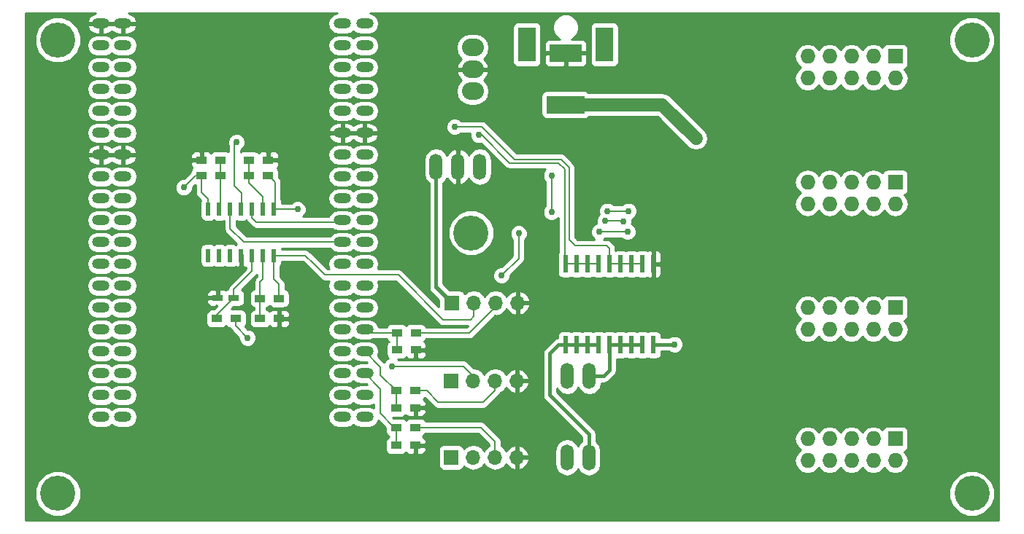
<source format=gbl>
G04 #@! TF.FileFunction,Copper,L2,Bot,Signal*
%FSLAX46Y46*%
G04 Gerber Fmt 4.6, Leading zero omitted, Abs format (unit mm)*
G04 Created by KiCad (PCBNEW 4.0.6) date 06/27/17 09:44:02*
%MOMM*%
%LPD*%
G01*
G04 APERTURE LIST*
%ADD10C,0.100000*%
%ADD11O,2.540000X2.032000*%
%ADD12O,1.510000X3.010000*%
%ADD13R,4.400000X2.000000*%
%ADD14R,3.700000X2.000000*%
%ADD15R,2.000000X4.000000*%
%ADD16C,4.064000*%
%ADD17R,0.600000X1.500000*%
%ADD18R,1.700000X1.700000*%
%ADD19O,1.700000X1.700000*%
%ADD20R,0.600000X2.000000*%
%ADD21R,1.200000X0.900000*%
%ADD22R,1.200000X0.750000*%
%ADD23O,2.000000X1.200000*%
%ADD24R,1.727200X1.727200*%
%ADD25O,1.727200X1.727200*%
%ADD26C,0.762000*%
%ADD27C,0.152400*%
%ADD28C,1.524000*%
%ADD29C,0.381000*%
%ADD30C,0.254000*%
G04 APERTURE END LIST*
D10*
D11*
X138176000Y-93535500D03*
X138176000Y-96075500D03*
X138176000Y-90995500D03*
D12*
X139001500Y-104838500D03*
X136461500Y-104838500D03*
X133921500Y-104838500D03*
D13*
X148971000Y-97630500D03*
D14*
X148971000Y-91630500D03*
D15*
X153471000Y-90630500D03*
X144471000Y-90630500D03*
D16*
X196088000Y-90106500D03*
X90043000Y-90106500D03*
X90043000Y-142811500D03*
X196088000Y-142811500D03*
X137998200Y-112509300D03*
D17*
X107505500Y-109758500D03*
X108775500Y-109758500D03*
X110045500Y-109758500D03*
X111315500Y-109758500D03*
X112585500Y-109758500D03*
X113855500Y-109758500D03*
X115125500Y-109758500D03*
X115125500Y-115158500D03*
X113855500Y-115158500D03*
X112585500Y-115158500D03*
X111315500Y-115158500D03*
X110045500Y-115158500D03*
X108775500Y-115158500D03*
X107505500Y-115158500D03*
D18*
X135763000Y-120650000D03*
D19*
X138303000Y-120650000D03*
X140843000Y-120650000D03*
X143383000Y-120650000D03*
D18*
X135699500Y-129730500D03*
D19*
X138239500Y-129730500D03*
X140779500Y-129730500D03*
X143319500Y-129730500D03*
D18*
X135699500Y-138620500D03*
D19*
X138239500Y-138620500D03*
X140779500Y-138620500D03*
X143319500Y-138620500D03*
D20*
X148971000Y-116140500D03*
X150241000Y-116140500D03*
X151511000Y-116140500D03*
X152781000Y-116140500D03*
X154051000Y-116140500D03*
X155321000Y-116140500D03*
X156591000Y-116140500D03*
X157861000Y-116140500D03*
X159131000Y-116140500D03*
X159131000Y-125540500D03*
X157861000Y-125540500D03*
X156591000Y-125540500D03*
X155321000Y-125540500D03*
X154051000Y-125540500D03*
X152781000Y-125540500D03*
X151511000Y-125540500D03*
X150241000Y-125540500D03*
X148971000Y-125540500D03*
D21*
X131592500Y-126111000D03*
X129392500Y-126111000D03*
X129392500Y-124142500D03*
X131592500Y-124142500D03*
X131529000Y-132842000D03*
X129329000Y-132842000D03*
X129329000Y-130873500D03*
X131529000Y-130873500D03*
X131529000Y-137223500D03*
X129329000Y-137223500D03*
X129329000Y-135128000D03*
X131529000Y-135128000D03*
X115717500Y-120142000D03*
X113517500Y-120142000D03*
X114447500Y-105854500D03*
X112247500Y-105854500D03*
X106723000Y-105854500D03*
X108923000Y-105854500D03*
X115717500Y-122491500D03*
X113517500Y-122491500D03*
X114447500Y-104076500D03*
X112247500Y-104076500D03*
X106723000Y-104076500D03*
X108923000Y-104076500D03*
X108501000Y-122491500D03*
X110701000Y-122491500D03*
D22*
X110487500Y-120078500D03*
X108587500Y-120078500D03*
D23*
X125653000Y-88201500D03*
X125653000Y-90741500D03*
X125653000Y-93281500D03*
X125653000Y-95821500D03*
X125653000Y-98361500D03*
X125653000Y-100901500D03*
X125653000Y-103441500D03*
X125653000Y-105981500D03*
X125653000Y-108521500D03*
X125653000Y-111061500D03*
X125653000Y-113601500D03*
X125653000Y-116141500D03*
X125653000Y-118681500D03*
X125653000Y-121221500D03*
X125653000Y-123761500D03*
X125653000Y-126301500D03*
X125653000Y-128841500D03*
X125653000Y-131381500D03*
X125653000Y-133921500D03*
X95073000Y-88201500D03*
X95073000Y-90741500D03*
X95073000Y-93281500D03*
X95073000Y-95821500D03*
X95073000Y-98361500D03*
X95073000Y-100901500D03*
X95073000Y-103441500D03*
X95073000Y-105981500D03*
X95073000Y-108521500D03*
X95073000Y-111061500D03*
X95073000Y-113601500D03*
X95073000Y-116141500D03*
X95073000Y-118681500D03*
X95073000Y-121221500D03*
X95073000Y-123761500D03*
X95073000Y-126301500D03*
X95073000Y-128841500D03*
X95073000Y-131381500D03*
X95073000Y-133921500D03*
X97613000Y-133921500D03*
X123063000Y-133921500D03*
X97613000Y-131381500D03*
X123063000Y-131381500D03*
X97613000Y-128841500D03*
X123063000Y-128841500D03*
X97613000Y-126301500D03*
X123063000Y-126301500D03*
X97613000Y-123761500D03*
X123063000Y-123761500D03*
X97613000Y-121221500D03*
X123063000Y-121221500D03*
X97613000Y-118681500D03*
X123063000Y-118681500D03*
X97613000Y-116141500D03*
X123063000Y-116141500D03*
X97613000Y-113601500D03*
X123063000Y-113601500D03*
X97613000Y-111061500D03*
X123063000Y-111061500D03*
X97613000Y-108521500D03*
X123063000Y-108521500D03*
X97613000Y-105981500D03*
X123063000Y-105981500D03*
X97613000Y-103441500D03*
X123063000Y-103441500D03*
X97613000Y-100901500D03*
X123063000Y-100901500D03*
X97613000Y-98361500D03*
X123063000Y-98361500D03*
X97613000Y-95821500D03*
X123063000Y-95821500D03*
X97613000Y-93281500D03*
X123063000Y-93281500D03*
X97613000Y-90741500D03*
X123063000Y-90741500D03*
X97613000Y-88201500D03*
X123063000Y-88201500D03*
D24*
X187198000Y-136461500D03*
D25*
X187198000Y-139001500D03*
X184658000Y-136461500D03*
X184658000Y-139001500D03*
X182118000Y-136461500D03*
X182118000Y-139001500D03*
X179578000Y-136461500D03*
X179578000Y-139001500D03*
X177038000Y-136461500D03*
X177038000Y-139001500D03*
D24*
X187198000Y-121221500D03*
D25*
X187198000Y-123761500D03*
X184658000Y-121221500D03*
X184658000Y-123761500D03*
X182118000Y-121221500D03*
X182118000Y-123761500D03*
X179578000Y-121221500D03*
X179578000Y-123761500D03*
X177038000Y-121221500D03*
X177038000Y-123761500D03*
D24*
X187198000Y-106616500D03*
D25*
X187198000Y-109156500D03*
X184658000Y-106616500D03*
X184658000Y-109156500D03*
X182118000Y-106616500D03*
X182118000Y-109156500D03*
X179578000Y-106616500D03*
X179578000Y-109156500D03*
X177038000Y-106616500D03*
X177038000Y-109156500D03*
D24*
X187198000Y-92011500D03*
D25*
X187198000Y-94551500D03*
X184658000Y-92011500D03*
X184658000Y-94551500D03*
X182118000Y-92011500D03*
X182118000Y-94551500D03*
X179578000Y-92011500D03*
X179578000Y-94551500D03*
X177038000Y-92011500D03*
X177038000Y-94551500D03*
D12*
X149123400Y-138620500D03*
X151663400Y-138620500D03*
X149174200Y-129171700D03*
X151714200Y-129171700D03*
D26*
X145859500Y-113284000D03*
X144843500Y-109283500D03*
X156908500Y-107759500D03*
X161417000Y-115062000D03*
X161607500Y-141986000D03*
X158877000Y-129476500D03*
X158877000Y-100647500D03*
X110807500Y-101981000D03*
X138874500Y-101155500D03*
X136080500Y-100203000D03*
X147320000Y-105854500D03*
X147320000Y-110109000D03*
X143510000Y-112585500D03*
X141541500Y-117475000D03*
X164084000Y-101536500D03*
X161607500Y-125476000D03*
X104648000Y-107251500D03*
X117856000Y-109791500D03*
X128841500Y-128016000D03*
X112077500Y-124714000D03*
X153797000Y-109982000D03*
X156273500Y-109982000D03*
X153543000Y-111125000D03*
X155638500Y-111188500D03*
X152844500Y-112395000D03*
X156146500Y-112395000D03*
D27*
X112585500Y-115158500D02*
X112585500Y-116967000D01*
X110487500Y-119065000D02*
X110487500Y-120078500D01*
X112585500Y-116967000D02*
X110487500Y-119065000D01*
X108501000Y-122491500D02*
X108501000Y-122065000D01*
X108501000Y-122065000D02*
X110487500Y-120078500D01*
X111379000Y-107886500D02*
X111379000Y-109728000D01*
X111379000Y-109728000D02*
X111442500Y-109791500D01*
X111379000Y-107886500D02*
X110553500Y-107061000D01*
X110553500Y-102235000D02*
X110807500Y-101981000D01*
X110553500Y-107061000D02*
X110553500Y-102235000D01*
X139192000Y-101155500D02*
X138874500Y-101155500D01*
X151511000Y-116140500D02*
X152781000Y-116140500D01*
X150241000Y-116140500D02*
X151511000Y-116140500D01*
X148971000Y-116140500D02*
X150241000Y-116140500D01*
X148844000Y-113855500D02*
X148844000Y-116013500D01*
X148844000Y-116013500D02*
X148971000Y-116140500D01*
X148844000Y-105092500D02*
X148844000Y-109093000D01*
X148844000Y-109093000D02*
X148844000Y-113855500D01*
X142430500Y-104394000D02*
X148145500Y-104394000D01*
X148145500Y-104394000D02*
X148844000Y-105092500D01*
X142430500Y-104394000D02*
X139192000Y-101155500D01*
X156591000Y-116140500D02*
X157861000Y-116140500D01*
X155321000Y-116140500D02*
X156591000Y-116140500D01*
X154051000Y-116140500D02*
X155321000Y-116140500D01*
X150050500Y-113982500D02*
X153733500Y-113982500D01*
X154051000Y-114300000D02*
X154051000Y-116140500D01*
X153733500Y-113982500D02*
X154051000Y-114300000D01*
X149352000Y-113284000D02*
X149352000Y-104902000D01*
X150050500Y-113982500D02*
X149352000Y-113284000D01*
X143033750Y-103981250D02*
X148431250Y-103981250D01*
X143033750Y-103981250D02*
X139255500Y-100203000D01*
X148431250Y-103981250D02*
X149352000Y-104902000D01*
X139255500Y-100203000D02*
X136080500Y-100203000D01*
X129392500Y-124142500D02*
X126034000Y-124142500D01*
X126034000Y-124142500D02*
X125653000Y-123761500D01*
X129392500Y-124142500D02*
X129392500Y-126111000D01*
X129329000Y-135128000D02*
X129329000Y-137223500D01*
X129329000Y-135128000D02*
X129095500Y-135128000D01*
X129095500Y-135128000D02*
X127444500Y-133477000D01*
X127444500Y-133477000D02*
X127444500Y-130633000D01*
X127444500Y-130633000D02*
X125653000Y-128841500D01*
X129329000Y-130873500D02*
X129286000Y-130873500D01*
X129286000Y-130873500D02*
X127444500Y-129032000D01*
X127444500Y-129032000D02*
X127444500Y-128093000D01*
X127444500Y-128093000D02*
X125653000Y-126301500D01*
X129329000Y-130873500D02*
X129329000Y-132842000D01*
X147320000Y-105854500D02*
X147320000Y-105791000D01*
X147320000Y-105791000D02*
X147320000Y-110109000D01*
X143510000Y-115506500D02*
X143510000Y-112585500D01*
X141541500Y-117475000D02*
X143510000Y-115506500D01*
D28*
X148971000Y-97630500D02*
X160178000Y-97630500D01*
X160178000Y-97630500D02*
X164084000Y-101536500D01*
D29*
X159195500Y-125476000D02*
X161607500Y-125476000D01*
X159195500Y-125476000D02*
X159131000Y-125540500D01*
X133921500Y-118745000D02*
X133921500Y-118808500D01*
X133921500Y-118808500D02*
X135763000Y-120650000D01*
X133921500Y-104838500D02*
X133921500Y-118745000D01*
X133921500Y-118745000D02*
X135763000Y-120586500D01*
X148971000Y-125540500D02*
X148144500Y-125540500D01*
X151663400Y-135915400D02*
X151663400Y-138620500D01*
X147129500Y-131381500D02*
X151663400Y-135915400D01*
X147129500Y-126555500D02*
X147129500Y-131381500D01*
X148144500Y-125540500D02*
X147129500Y-126555500D01*
X150241000Y-125540500D02*
X148971000Y-125540500D01*
X151511000Y-125540500D02*
X150241000Y-125540500D01*
X152781000Y-125540500D02*
X151511000Y-125540500D01*
X154051000Y-125540500D02*
X154051000Y-128460500D01*
X153339800Y-129171700D02*
X151714200Y-129171700D01*
X154051000Y-128460500D02*
X153339800Y-129171700D01*
X155321000Y-125540500D02*
X154051000Y-125540500D01*
X156591000Y-125540500D02*
X155321000Y-125540500D01*
X157861000Y-125540500D02*
X156591000Y-125540500D01*
D27*
X106723000Y-105854500D02*
X106723000Y-107802500D01*
X107505500Y-108585000D02*
X107505500Y-109758500D01*
X106723000Y-107802500D02*
X107505500Y-108585000D01*
X106723000Y-105854500D02*
X106045000Y-105854500D01*
X106045000Y-105854500D02*
X104648000Y-107251500D01*
X140779500Y-138620500D02*
X140779500Y-136779000D01*
X139128500Y-135128000D02*
X136080500Y-135128000D01*
X140779500Y-136779000D02*
X139128500Y-135128000D01*
X136080500Y-135128000D02*
X131529000Y-135128000D01*
X115252500Y-109791500D02*
X115252500Y-106659500D01*
X117856000Y-109791500D02*
X115252500Y-109791500D01*
X115252500Y-106659500D02*
X114447500Y-105854500D01*
X138239500Y-129159000D02*
X137096500Y-128016000D01*
X137096500Y-128016000D02*
X128841500Y-128016000D01*
X138239500Y-129730500D02*
X138239500Y-129159000D01*
X140779500Y-129730500D02*
X140779500Y-130810000D01*
X140779500Y-130810000D02*
X140493750Y-131095750D01*
X140493750Y-130016250D02*
X140779500Y-129730500D01*
X139382500Y-132207000D02*
X140493750Y-131095750D01*
X132842000Y-130873500D02*
X131529000Y-130873500D01*
X134175500Y-132207000D02*
X132842000Y-130873500D01*
X139382500Y-132207000D02*
X134175500Y-132207000D01*
X140589000Y-129857500D02*
X140716000Y-129730500D01*
X119761000Y-116141500D02*
X121031000Y-117411500D01*
X115125500Y-115158500D02*
X118778000Y-115158500D01*
X118778000Y-115158500D02*
X119761000Y-116141500D01*
X115125500Y-115158500D02*
X115125500Y-117919500D01*
X115717500Y-118511500D02*
X115717500Y-120142000D01*
X115125500Y-117919500D02*
X115717500Y-118511500D01*
X137477500Y-122618500D02*
X137922000Y-122618500D01*
X129540000Y-117411500D02*
X121031000Y-117411500D01*
X134747000Y-122618500D02*
X129540000Y-117411500D01*
X137477500Y-122618500D02*
X134747000Y-122618500D01*
X138303000Y-122237500D02*
X138303000Y-120650000D01*
X137922000Y-122618500D02*
X138303000Y-122237500D01*
X139763000Y-122174000D02*
X139763500Y-122174000D01*
X139763500Y-122174000D02*
X140843000Y-121094500D01*
X140843000Y-121094500D02*
X140843000Y-120650000D01*
X139763000Y-122174000D02*
X139763000Y-122174500D01*
X139763000Y-122174500D02*
X137795000Y-124142500D01*
X137795000Y-124142500D02*
X131592500Y-124142500D01*
X112077500Y-124714000D02*
X110701000Y-123337500D01*
X110701000Y-123337500D02*
X110701000Y-122491500D01*
X123063000Y-118681500D02*
X122936000Y-118681500D01*
X108923000Y-105854500D02*
X108923000Y-109611000D01*
X108923000Y-109611000D02*
X108775500Y-109758500D01*
X108923000Y-104076500D02*
X108923000Y-105854500D01*
X112247500Y-105854500D02*
X112247500Y-106723000D01*
X113855500Y-108331000D02*
X113855500Y-109758500D01*
X112247500Y-106723000D02*
X113855500Y-108331000D01*
X112247500Y-105854500D02*
X112247500Y-104076500D01*
X113855500Y-115158500D02*
X113855500Y-117919500D01*
X113517500Y-118257500D02*
X113517500Y-120142000D01*
X113855500Y-117919500D02*
X113517500Y-118257500D01*
X113517500Y-122491500D02*
X113517500Y-120142000D01*
X156273500Y-109982000D02*
X153797000Y-109982000D01*
X155575000Y-111125000D02*
X153543000Y-111125000D01*
X155638500Y-111188500D02*
X155575000Y-111125000D01*
X156146500Y-112395000D02*
X152844500Y-112395000D01*
X123063000Y-113601500D02*
X111633000Y-113601500D01*
X110045500Y-112014000D02*
X110045500Y-109758500D01*
X111633000Y-113601500D02*
X110045500Y-112014000D01*
X112585500Y-109758500D02*
X112585500Y-110807500D01*
X113093500Y-111315500D02*
X122809000Y-111315500D01*
X112585500Y-110807500D02*
X113093500Y-111315500D01*
X122809000Y-111315500D02*
X123063000Y-111061500D01*
D30*
G36*
X94083053Y-87109110D02*
X93709920Y-87418026D01*
X93483408Y-87846219D01*
X93479538Y-87883891D01*
X93604269Y-88074500D01*
X94946000Y-88074500D01*
X94946000Y-88054500D01*
X95200000Y-88054500D01*
X95200000Y-88074500D01*
X97486000Y-88074500D01*
X97486000Y-88054500D01*
X97740000Y-88054500D01*
X97740000Y-88074500D01*
X99081731Y-88074500D01*
X99206462Y-87883891D01*
X99202592Y-87846219D01*
X98976080Y-87418026D01*
X98602947Y-87109110D01*
X98269850Y-87006500D01*
X122429875Y-87006500D01*
X122158354Y-87060509D01*
X121757691Y-87328223D01*
X121489977Y-87728886D01*
X121395968Y-88201500D01*
X121489977Y-88674114D01*
X121757691Y-89074777D01*
X122158354Y-89342491D01*
X122630968Y-89436500D01*
X123495032Y-89436500D01*
X123967646Y-89342491D01*
X124358000Y-89081665D01*
X124748354Y-89342491D01*
X125220968Y-89436500D01*
X126085032Y-89436500D01*
X126557646Y-89342491D01*
X126958309Y-89074777D01*
X127226023Y-88674114D01*
X127234698Y-88630500D01*
X142823560Y-88630500D01*
X142823560Y-92630500D01*
X142867838Y-92865817D01*
X143006910Y-93081941D01*
X143219110Y-93226931D01*
X143471000Y-93277940D01*
X145471000Y-93277940D01*
X145706317Y-93233662D01*
X145922441Y-93094590D01*
X146067431Y-92882390D01*
X146118440Y-92630500D01*
X146118440Y-91916250D01*
X146486000Y-91916250D01*
X146486000Y-92756810D01*
X146582673Y-92990199D01*
X146761302Y-93168827D01*
X146994691Y-93265500D01*
X148685250Y-93265500D01*
X148844000Y-93106750D01*
X148844000Y-91757500D01*
X149098000Y-91757500D01*
X149098000Y-93106750D01*
X149256750Y-93265500D01*
X150947309Y-93265500D01*
X151180698Y-93168827D01*
X151359327Y-92990199D01*
X151456000Y-92756810D01*
X151456000Y-91916250D01*
X151297250Y-91757500D01*
X149098000Y-91757500D01*
X148844000Y-91757500D01*
X146644750Y-91757500D01*
X146486000Y-91916250D01*
X146118440Y-91916250D01*
X146118440Y-90504190D01*
X146486000Y-90504190D01*
X146486000Y-91344750D01*
X146644750Y-91503500D01*
X148844000Y-91503500D01*
X148844000Y-91483500D01*
X149098000Y-91483500D01*
X149098000Y-91503500D01*
X151297250Y-91503500D01*
X151456000Y-91344750D01*
X151456000Y-90504190D01*
X151359327Y-90270801D01*
X151180698Y-90092173D01*
X150947309Y-89995500D01*
X149687064Y-89995500D01*
X149839371Y-89932568D01*
X150271551Y-89501143D01*
X150505733Y-88937170D01*
X150506000Y-88630500D01*
X151823560Y-88630500D01*
X151823560Y-92630500D01*
X151867838Y-92865817D01*
X152006910Y-93081941D01*
X152219110Y-93226931D01*
X152471000Y-93277940D01*
X154471000Y-93277940D01*
X154706317Y-93233662D01*
X154922441Y-93094590D01*
X155067431Y-92882390D01*
X155118440Y-92630500D01*
X155118440Y-92011500D01*
X175510041Y-92011500D01*
X175624115Y-92584989D01*
X175948971Y-93071170D01*
X176263752Y-93281500D01*
X175948971Y-93491830D01*
X175624115Y-93978011D01*
X175510041Y-94551500D01*
X175624115Y-95124989D01*
X175948971Y-95611170D01*
X176435152Y-95936026D01*
X177008641Y-96050100D01*
X177067359Y-96050100D01*
X177640848Y-95936026D01*
X178127029Y-95611170D01*
X178308000Y-95340328D01*
X178488971Y-95611170D01*
X178975152Y-95936026D01*
X179548641Y-96050100D01*
X179607359Y-96050100D01*
X180180848Y-95936026D01*
X180667029Y-95611170D01*
X180848000Y-95340328D01*
X181028971Y-95611170D01*
X181515152Y-95936026D01*
X182088641Y-96050100D01*
X182147359Y-96050100D01*
X182720848Y-95936026D01*
X183207029Y-95611170D01*
X183388000Y-95340328D01*
X183568971Y-95611170D01*
X184055152Y-95936026D01*
X184628641Y-96050100D01*
X184687359Y-96050100D01*
X185260848Y-95936026D01*
X185747029Y-95611170D01*
X185928000Y-95340328D01*
X186108971Y-95611170D01*
X186595152Y-95936026D01*
X187168641Y-96050100D01*
X187227359Y-96050100D01*
X187800848Y-95936026D01*
X188287029Y-95611170D01*
X188611885Y-95124989D01*
X188725959Y-94551500D01*
X188611885Y-93978011D01*
X188287029Y-93491830D01*
X188273358Y-93482695D01*
X188296917Y-93478262D01*
X188513041Y-93339190D01*
X188658031Y-93126990D01*
X188709040Y-92875100D01*
X188709040Y-91147900D01*
X188664762Y-90912583D01*
X188525690Y-90696459D01*
X188435262Y-90634672D01*
X193420538Y-90634672D01*
X193825709Y-91615261D01*
X194575293Y-92366155D01*
X195555173Y-92773036D01*
X196616172Y-92773962D01*
X197596761Y-92368791D01*
X198347655Y-91619207D01*
X198754536Y-90639327D01*
X198755462Y-89578328D01*
X198350291Y-88597739D01*
X197600707Y-87846845D01*
X196620827Y-87439964D01*
X195559828Y-87439038D01*
X194579239Y-87844209D01*
X193828345Y-88593793D01*
X193421464Y-89573673D01*
X193420538Y-90634672D01*
X188435262Y-90634672D01*
X188313490Y-90551469D01*
X188061600Y-90500460D01*
X186334400Y-90500460D01*
X186099083Y-90544738D01*
X185882959Y-90683810D01*
X185737969Y-90896010D01*
X185729092Y-90939845D01*
X185260848Y-90626974D01*
X184687359Y-90512900D01*
X184628641Y-90512900D01*
X184055152Y-90626974D01*
X183568971Y-90951830D01*
X183388000Y-91222672D01*
X183207029Y-90951830D01*
X182720848Y-90626974D01*
X182147359Y-90512900D01*
X182088641Y-90512900D01*
X181515152Y-90626974D01*
X181028971Y-90951830D01*
X180848000Y-91222672D01*
X180667029Y-90951830D01*
X180180848Y-90626974D01*
X179607359Y-90512900D01*
X179548641Y-90512900D01*
X178975152Y-90626974D01*
X178488971Y-90951830D01*
X178308000Y-91222672D01*
X178127029Y-90951830D01*
X177640848Y-90626974D01*
X177067359Y-90512900D01*
X177008641Y-90512900D01*
X176435152Y-90626974D01*
X175948971Y-90951830D01*
X175624115Y-91438011D01*
X175510041Y-92011500D01*
X155118440Y-92011500D01*
X155118440Y-88630500D01*
X155074162Y-88395183D01*
X154935090Y-88179059D01*
X154722890Y-88034069D01*
X154471000Y-87983060D01*
X152471000Y-87983060D01*
X152235683Y-88027338D01*
X152019559Y-88166410D01*
X151874569Y-88378610D01*
X151823560Y-88630500D01*
X150506000Y-88630500D01*
X150506265Y-88326509D01*
X150273068Y-87762129D01*
X149841643Y-87329949D01*
X149277670Y-87095767D01*
X148667009Y-87095235D01*
X148102629Y-87328432D01*
X147670449Y-87759857D01*
X147436267Y-88323830D01*
X147435735Y-88934491D01*
X147668932Y-89498871D01*
X148100357Y-89931051D01*
X148255567Y-89995500D01*
X146994691Y-89995500D01*
X146761302Y-90092173D01*
X146582673Y-90270801D01*
X146486000Y-90504190D01*
X146118440Y-90504190D01*
X146118440Y-88630500D01*
X146074162Y-88395183D01*
X145935090Y-88179059D01*
X145722890Y-88034069D01*
X145471000Y-87983060D01*
X143471000Y-87983060D01*
X143235683Y-88027338D01*
X143019559Y-88166410D01*
X142874569Y-88378610D01*
X142823560Y-88630500D01*
X127234698Y-88630500D01*
X127320032Y-88201500D01*
X127226023Y-87728886D01*
X126958309Y-87328223D01*
X126557646Y-87060509D01*
X126286125Y-87006500D01*
X199188000Y-87006500D01*
X199188000Y-145911500D01*
X86308000Y-145911500D01*
X86308000Y-143339672D01*
X87375538Y-143339672D01*
X87780709Y-144320261D01*
X88530293Y-145071155D01*
X89510173Y-145478036D01*
X90571172Y-145478962D01*
X91551761Y-145073791D01*
X92302655Y-144324207D01*
X92709536Y-143344327D01*
X92709540Y-143339672D01*
X193420538Y-143339672D01*
X193825709Y-144320261D01*
X194575293Y-145071155D01*
X195555173Y-145478036D01*
X196616172Y-145478962D01*
X197596761Y-145073791D01*
X198347655Y-144324207D01*
X198754536Y-143344327D01*
X198755462Y-142283328D01*
X198350291Y-141302739D01*
X197600707Y-140551845D01*
X196620827Y-140144964D01*
X195559828Y-140144038D01*
X194579239Y-140549209D01*
X193828345Y-141298793D01*
X193421464Y-142278673D01*
X193420538Y-143339672D01*
X92709540Y-143339672D01*
X92710462Y-142283328D01*
X92305291Y-141302739D01*
X91555707Y-140551845D01*
X90575827Y-140144964D01*
X89514828Y-140144038D01*
X88534239Y-140549209D01*
X87783345Y-141298793D01*
X87376464Y-142278673D01*
X87375538Y-143339672D01*
X86308000Y-143339672D01*
X86308000Y-133921500D01*
X93405968Y-133921500D01*
X93499977Y-134394114D01*
X93767691Y-134794777D01*
X94168354Y-135062491D01*
X94640968Y-135156500D01*
X95505032Y-135156500D01*
X95977646Y-135062491D01*
X96343000Y-134818370D01*
X96708354Y-135062491D01*
X97180968Y-135156500D01*
X98045032Y-135156500D01*
X98517646Y-135062491D01*
X98918309Y-134794777D01*
X99186023Y-134394114D01*
X99280032Y-133921500D01*
X99186023Y-133448886D01*
X98918309Y-133048223D01*
X98517646Y-132780509D01*
X98045032Y-132686500D01*
X97180968Y-132686500D01*
X96708354Y-132780509D01*
X96343000Y-133024630D01*
X95977646Y-132780509D01*
X95505032Y-132686500D01*
X94640968Y-132686500D01*
X94168354Y-132780509D01*
X93767691Y-133048223D01*
X93499977Y-133448886D01*
X93405968Y-133921500D01*
X86308000Y-133921500D01*
X86308000Y-131381500D01*
X93405968Y-131381500D01*
X93499977Y-131854114D01*
X93767691Y-132254777D01*
X94168354Y-132522491D01*
X94640968Y-132616500D01*
X95505032Y-132616500D01*
X95977646Y-132522491D01*
X96343000Y-132278370D01*
X96708354Y-132522491D01*
X97180968Y-132616500D01*
X98045032Y-132616500D01*
X98517646Y-132522491D01*
X98918309Y-132254777D01*
X99186023Y-131854114D01*
X99280032Y-131381500D01*
X99186023Y-130908886D01*
X98918309Y-130508223D01*
X98517646Y-130240509D01*
X98045032Y-130146500D01*
X97180968Y-130146500D01*
X96708354Y-130240509D01*
X96343000Y-130484630D01*
X95977646Y-130240509D01*
X95505032Y-130146500D01*
X94640968Y-130146500D01*
X94168354Y-130240509D01*
X93767691Y-130508223D01*
X93499977Y-130908886D01*
X93405968Y-131381500D01*
X86308000Y-131381500D01*
X86308000Y-128841500D01*
X93405968Y-128841500D01*
X93499977Y-129314114D01*
X93767691Y-129714777D01*
X94168354Y-129982491D01*
X94640968Y-130076500D01*
X95505032Y-130076500D01*
X95977646Y-129982491D01*
X96343000Y-129738370D01*
X96708354Y-129982491D01*
X97180968Y-130076500D01*
X98045032Y-130076500D01*
X98517646Y-129982491D01*
X98918309Y-129714777D01*
X99186023Y-129314114D01*
X99280032Y-128841500D01*
X99186023Y-128368886D01*
X98918309Y-127968223D01*
X98517646Y-127700509D01*
X98045032Y-127606500D01*
X97180968Y-127606500D01*
X96708354Y-127700509D01*
X96343000Y-127944630D01*
X95977646Y-127700509D01*
X95505032Y-127606500D01*
X94640968Y-127606500D01*
X94168354Y-127700509D01*
X93767691Y-127968223D01*
X93499977Y-128368886D01*
X93405968Y-128841500D01*
X86308000Y-128841500D01*
X86308000Y-126301500D01*
X93405968Y-126301500D01*
X93499977Y-126774114D01*
X93767691Y-127174777D01*
X94168354Y-127442491D01*
X94640968Y-127536500D01*
X95505032Y-127536500D01*
X95977646Y-127442491D01*
X96343000Y-127198370D01*
X96708354Y-127442491D01*
X97180968Y-127536500D01*
X98045032Y-127536500D01*
X98517646Y-127442491D01*
X98918309Y-127174777D01*
X99186023Y-126774114D01*
X99280032Y-126301500D01*
X99186023Y-125828886D01*
X98918309Y-125428223D01*
X98517646Y-125160509D01*
X98045032Y-125066500D01*
X97180968Y-125066500D01*
X96708354Y-125160509D01*
X96343000Y-125404630D01*
X95977646Y-125160509D01*
X95505032Y-125066500D01*
X94640968Y-125066500D01*
X94168354Y-125160509D01*
X93767691Y-125428223D01*
X93499977Y-125828886D01*
X93405968Y-126301500D01*
X86308000Y-126301500D01*
X86308000Y-123761500D01*
X93405968Y-123761500D01*
X93499977Y-124234114D01*
X93767691Y-124634777D01*
X94168354Y-124902491D01*
X94640968Y-124996500D01*
X95505032Y-124996500D01*
X95977646Y-124902491D01*
X96343000Y-124658370D01*
X96708354Y-124902491D01*
X97180968Y-124996500D01*
X98045032Y-124996500D01*
X98517646Y-124902491D01*
X98918309Y-124634777D01*
X99186023Y-124234114D01*
X99280032Y-123761500D01*
X99186023Y-123288886D01*
X98918309Y-122888223D01*
X98517646Y-122620509D01*
X98045032Y-122526500D01*
X97180968Y-122526500D01*
X96708354Y-122620509D01*
X96343000Y-122864630D01*
X95977646Y-122620509D01*
X95505032Y-122526500D01*
X94640968Y-122526500D01*
X94168354Y-122620509D01*
X93767691Y-122888223D01*
X93499977Y-123288886D01*
X93405968Y-123761500D01*
X86308000Y-123761500D01*
X86308000Y-121221500D01*
X93405968Y-121221500D01*
X93499977Y-121694114D01*
X93767691Y-122094777D01*
X94168354Y-122362491D01*
X94640968Y-122456500D01*
X95505032Y-122456500D01*
X95977646Y-122362491D01*
X96343000Y-122118370D01*
X96708354Y-122362491D01*
X97180968Y-122456500D01*
X98045032Y-122456500D01*
X98517646Y-122362491D01*
X98918309Y-122094777D01*
X99186023Y-121694114D01*
X99280032Y-121221500D01*
X99186023Y-120748886D01*
X98918309Y-120348223D01*
X98517646Y-120080509D01*
X98045032Y-119986500D01*
X97180968Y-119986500D01*
X96708354Y-120080509D01*
X96343000Y-120324630D01*
X95977646Y-120080509D01*
X95505032Y-119986500D01*
X94640968Y-119986500D01*
X94168354Y-120080509D01*
X93767691Y-120348223D01*
X93499977Y-120748886D01*
X93405968Y-121221500D01*
X86308000Y-121221500D01*
X86308000Y-118681500D01*
X93405968Y-118681500D01*
X93499977Y-119154114D01*
X93767691Y-119554777D01*
X94168354Y-119822491D01*
X94640968Y-119916500D01*
X95505032Y-119916500D01*
X95977646Y-119822491D01*
X96343000Y-119578370D01*
X96708354Y-119822491D01*
X97180968Y-119916500D01*
X98045032Y-119916500D01*
X98517646Y-119822491D01*
X98884765Y-119577190D01*
X107352500Y-119577190D01*
X107352500Y-119792750D01*
X107511250Y-119951500D01*
X108460500Y-119951500D01*
X108460500Y-119227250D01*
X108301750Y-119068500D01*
X107861191Y-119068500D01*
X107627802Y-119165173D01*
X107449173Y-119343801D01*
X107352500Y-119577190D01*
X98884765Y-119577190D01*
X98918309Y-119554777D01*
X99186023Y-119154114D01*
X99280032Y-118681500D01*
X99186023Y-118208886D01*
X98918309Y-117808223D01*
X98517646Y-117540509D01*
X98045032Y-117446500D01*
X97180968Y-117446500D01*
X96708354Y-117540509D01*
X96343000Y-117784630D01*
X95977646Y-117540509D01*
X95505032Y-117446500D01*
X94640968Y-117446500D01*
X94168354Y-117540509D01*
X93767691Y-117808223D01*
X93499977Y-118208886D01*
X93405968Y-118681500D01*
X86308000Y-118681500D01*
X86308000Y-116141500D01*
X93405968Y-116141500D01*
X93499977Y-116614114D01*
X93767691Y-117014777D01*
X94168354Y-117282491D01*
X94640968Y-117376500D01*
X95505032Y-117376500D01*
X95977646Y-117282491D01*
X96343000Y-117038370D01*
X96708354Y-117282491D01*
X97180968Y-117376500D01*
X98045032Y-117376500D01*
X98517646Y-117282491D01*
X98918309Y-117014777D01*
X99186023Y-116614114D01*
X99280032Y-116141500D01*
X99186023Y-115668886D01*
X98918309Y-115268223D01*
X98517646Y-115000509D01*
X98045032Y-114906500D01*
X97180968Y-114906500D01*
X96708354Y-115000509D01*
X96343000Y-115244630D01*
X95977646Y-115000509D01*
X95505032Y-114906500D01*
X94640968Y-114906500D01*
X94168354Y-115000509D01*
X93767691Y-115268223D01*
X93499977Y-115668886D01*
X93405968Y-116141500D01*
X86308000Y-116141500D01*
X86308000Y-113601500D01*
X93405968Y-113601500D01*
X93499977Y-114074114D01*
X93767691Y-114474777D01*
X94168354Y-114742491D01*
X94640968Y-114836500D01*
X95505032Y-114836500D01*
X95977646Y-114742491D01*
X96343000Y-114498370D01*
X96708354Y-114742491D01*
X97180968Y-114836500D01*
X98045032Y-114836500D01*
X98517646Y-114742491D01*
X98918309Y-114474777D01*
X99186023Y-114074114D01*
X99280032Y-113601500D01*
X99186023Y-113128886D01*
X98918309Y-112728223D01*
X98517646Y-112460509D01*
X98045032Y-112366500D01*
X97180968Y-112366500D01*
X96708354Y-112460509D01*
X96343000Y-112704630D01*
X95977646Y-112460509D01*
X95505032Y-112366500D01*
X94640968Y-112366500D01*
X94168354Y-112460509D01*
X93767691Y-112728223D01*
X93499977Y-113128886D01*
X93405968Y-113601500D01*
X86308000Y-113601500D01*
X86308000Y-111061500D01*
X93405968Y-111061500D01*
X93499977Y-111534114D01*
X93767691Y-111934777D01*
X94168354Y-112202491D01*
X94640968Y-112296500D01*
X95505032Y-112296500D01*
X95977646Y-112202491D01*
X96343000Y-111958370D01*
X96708354Y-112202491D01*
X97180968Y-112296500D01*
X98045032Y-112296500D01*
X98517646Y-112202491D01*
X98918309Y-111934777D01*
X99186023Y-111534114D01*
X99280032Y-111061500D01*
X99186023Y-110588886D01*
X98918309Y-110188223D01*
X98517646Y-109920509D01*
X98045032Y-109826500D01*
X97180968Y-109826500D01*
X96708354Y-109920509D01*
X96343000Y-110164630D01*
X95977646Y-109920509D01*
X95505032Y-109826500D01*
X94640968Y-109826500D01*
X94168354Y-109920509D01*
X93767691Y-110188223D01*
X93499977Y-110588886D01*
X93405968Y-111061500D01*
X86308000Y-111061500D01*
X86308000Y-108521500D01*
X93405968Y-108521500D01*
X93499977Y-108994114D01*
X93767691Y-109394777D01*
X94168354Y-109662491D01*
X94640968Y-109756500D01*
X95505032Y-109756500D01*
X95977646Y-109662491D01*
X96343000Y-109418370D01*
X96708354Y-109662491D01*
X97180968Y-109756500D01*
X98045032Y-109756500D01*
X98517646Y-109662491D01*
X98918309Y-109394777D01*
X99186023Y-108994114D01*
X99280032Y-108521500D01*
X99186023Y-108048886D01*
X98918309Y-107648223D01*
X98625700Y-107452708D01*
X103631824Y-107452708D01*
X103786175Y-107826266D01*
X104071731Y-108112321D01*
X104445018Y-108267324D01*
X104849208Y-108267676D01*
X105222766Y-108113325D01*
X105508821Y-107827769D01*
X105663824Y-107454482D01*
X105664010Y-107241279D01*
X105981918Y-106923370D01*
X106011800Y-106929421D01*
X106011800Y-107802500D01*
X106065937Y-108074665D01*
X106220106Y-108305394D01*
X106634339Y-108719627D01*
X106609069Y-108756610D01*
X106558060Y-109008500D01*
X106558060Y-110508500D01*
X106602338Y-110743817D01*
X106741410Y-110959941D01*
X106953610Y-111104931D01*
X107205500Y-111155940D01*
X107805500Y-111155940D01*
X108040817Y-111111662D01*
X108140028Y-111047822D01*
X108223610Y-111104931D01*
X108475500Y-111155940D01*
X109075500Y-111155940D01*
X109310817Y-111111662D01*
X109334300Y-111096551D01*
X109334300Y-112014000D01*
X109388437Y-112286165D01*
X109542606Y-112516894D01*
X110825566Y-113799854D01*
X110672378Y-113863306D01*
X110597390Y-113812069D01*
X110345500Y-113761060D01*
X109745500Y-113761060D01*
X109510183Y-113805338D01*
X109410972Y-113869178D01*
X109327390Y-113812069D01*
X109075500Y-113761060D01*
X108475500Y-113761060D01*
X108240183Y-113805338D01*
X108140972Y-113869178D01*
X108057390Y-113812069D01*
X107805500Y-113761060D01*
X107205500Y-113761060D01*
X106970183Y-113805338D01*
X106754059Y-113944410D01*
X106609069Y-114156610D01*
X106558060Y-114408500D01*
X106558060Y-115908500D01*
X106602338Y-116143817D01*
X106741410Y-116359941D01*
X106953610Y-116504931D01*
X107205500Y-116555940D01*
X107805500Y-116555940D01*
X108040817Y-116511662D01*
X108140028Y-116447822D01*
X108223610Y-116504931D01*
X108475500Y-116555940D01*
X109075500Y-116555940D01*
X109310817Y-116511662D01*
X109410028Y-116447822D01*
X109493610Y-116504931D01*
X109745500Y-116555940D01*
X110345500Y-116555940D01*
X110580817Y-116511662D01*
X110671480Y-116453322D01*
X110889190Y-116543500D01*
X111029750Y-116543500D01*
X111188500Y-116384750D01*
X111188500Y-115285500D01*
X111168500Y-115285500D01*
X111168500Y-115031500D01*
X111188500Y-115031500D01*
X111188500Y-115011500D01*
X111442500Y-115011500D01*
X111442500Y-115031500D01*
X111462500Y-115031500D01*
X111462500Y-115285500D01*
X111442500Y-115285500D01*
X111442500Y-116384750D01*
X111601250Y-116543500D01*
X111741810Y-116543500D01*
X111874300Y-116488621D01*
X111874300Y-116672412D01*
X109984606Y-118562106D01*
X109830437Y-118792835D01*
X109830437Y-118792836D01*
X109776300Y-119065000D01*
X109776300Y-119076984D01*
X109652183Y-119100338D01*
X109548854Y-119166829D01*
X109547198Y-119165173D01*
X109313809Y-119068500D01*
X108873250Y-119068500D01*
X108714500Y-119227250D01*
X108714500Y-119951500D01*
X108734500Y-119951500D01*
X108734500Y-120205500D01*
X108714500Y-120205500D01*
X108714500Y-120225500D01*
X108460500Y-120225500D01*
X108460500Y-120205500D01*
X107511250Y-120205500D01*
X107352500Y-120364250D01*
X107352500Y-120579810D01*
X107449173Y-120813199D01*
X107627802Y-120991827D01*
X107861191Y-121088500D01*
X108301750Y-121088500D01*
X108460498Y-120929752D01*
X108460498Y-121088500D01*
X108471712Y-121088500D01*
X108166152Y-121394060D01*
X107901000Y-121394060D01*
X107665683Y-121438338D01*
X107449559Y-121577410D01*
X107304569Y-121789610D01*
X107253560Y-122041500D01*
X107253560Y-122941500D01*
X107297838Y-123176817D01*
X107436910Y-123392941D01*
X107649110Y-123537931D01*
X107901000Y-123588940D01*
X109101000Y-123588940D01*
X109336317Y-123544662D01*
X109552441Y-123405590D01*
X109600134Y-123335789D01*
X109636910Y-123392941D01*
X109849110Y-123537931D01*
X110037246Y-123576030D01*
X110043937Y-123609665D01*
X110198106Y-123840394D01*
X111061508Y-124703796D01*
X111061324Y-124915208D01*
X111215675Y-125288766D01*
X111501231Y-125574821D01*
X111874518Y-125729824D01*
X112278708Y-125730176D01*
X112652266Y-125575825D01*
X112938321Y-125290269D01*
X113093324Y-124916982D01*
X113093676Y-124512792D01*
X112939325Y-124139234D01*
X112653769Y-123853179D01*
X112280482Y-123698176D01*
X112067278Y-123697990D01*
X111761549Y-123392261D01*
X111897431Y-123193390D01*
X111948440Y-122941500D01*
X111948440Y-122041500D01*
X111904162Y-121806183D01*
X111765090Y-121590059D01*
X111552890Y-121445069D01*
X111301000Y-121394060D01*
X110177729Y-121394060D01*
X110470849Y-121100940D01*
X111087500Y-121100940D01*
X111322817Y-121056662D01*
X111538941Y-120917590D01*
X111683931Y-120705390D01*
X111734940Y-120453500D01*
X111734940Y-119703500D01*
X111690662Y-119468183D01*
X111551590Y-119252059D01*
X111405826Y-119152462D01*
X113088394Y-117469894D01*
X113144300Y-117386225D01*
X113144300Y-117624912D01*
X113014606Y-117754606D01*
X112860437Y-117985335D01*
X112819396Y-118191664D01*
X112806300Y-118257500D01*
X112806300Y-119065484D01*
X112682183Y-119088838D01*
X112466059Y-119227910D01*
X112321069Y-119440110D01*
X112270060Y-119692000D01*
X112270060Y-120592000D01*
X112314338Y-120827317D01*
X112453410Y-121043441D01*
X112665610Y-121188431D01*
X112806300Y-121216921D01*
X112806300Y-121414984D01*
X112682183Y-121438338D01*
X112466059Y-121577410D01*
X112321069Y-121789610D01*
X112270060Y-122041500D01*
X112270060Y-122941500D01*
X112314338Y-123176817D01*
X112453410Y-123392941D01*
X112665610Y-123537931D01*
X112917500Y-123588940D01*
X114117500Y-123588940D01*
X114352817Y-123544662D01*
X114568941Y-123405590D01*
X114615469Y-123337494D01*
X114757802Y-123479827D01*
X114991191Y-123576500D01*
X115431750Y-123576500D01*
X115590500Y-123417750D01*
X115590500Y-122618500D01*
X115844500Y-122618500D01*
X115844500Y-123417750D01*
X116003250Y-123576500D01*
X116443809Y-123576500D01*
X116677198Y-123479827D01*
X116855827Y-123301199D01*
X116952500Y-123067810D01*
X116952500Y-122777250D01*
X116793750Y-122618500D01*
X115844500Y-122618500D01*
X115590500Y-122618500D01*
X115570500Y-122618500D01*
X115570500Y-122364500D01*
X115590500Y-122364500D01*
X115590500Y-121565250D01*
X115844500Y-121565250D01*
X115844500Y-122364500D01*
X116793750Y-122364500D01*
X116952500Y-122205750D01*
X116952500Y-121915190D01*
X116855827Y-121681801D01*
X116677198Y-121503173D01*
X116443809Y-121406500D01*
X116003250Y-121406500D01*
X115844500Y-121565250D01*
X115590500Y-121565250D01*
X115431750Y-121406500D01*
X114991191Y-121406500D01*
X114757802Y-121503173D01*
X114616564Y-121644410D01*
X114581590Y-121590059D01*
X114369390Y-121445069D01*
X114228700Y-121416579D01*
X114228700Y-121218516D01*
X114352817Y-121195162D01*
X114568941Y-121056090D01*
X114616634Y-120986289D01*
X114653410Y-121043441D01*
X114865610Y-121188431D01*
X115117500Y-121239440D01*
X116317500Y-121239440D01*
X116412842Y-121221500D01*
X121395968Y-121221500D01*
X121489977Y-121694114D01*
X121757691Y-122094777D01*
X122158354Y-122362491D01*
X122630968Y-122456500D01*
X123495032Y-122456500D01*
X123967646Y-122362491D01*
X124358000Y-122101665D01*
X124748354Y-122362491D01*
X125220968Y-122456500D01*
X126085032Y-122456500D01*
X126557646Y-122362491D01*
X126958309Y-122094777D01*
X127226023Y-121694114D01*
X127320032Y-121221500D01*
X127226023Y-120748886D01*
X126958309Y-120348223D01*
X126557646Y-120080509D01*
X126085032Y-119986500D01*
X125220968Y-119986500D01*
X124748354Y-120080509D01*
X124358000Y-120341335D01*
X123967646Y-120080509D01*
X123495032Y-119986500D01*
X122630968Y-119986500D01*
X122158354Y-120080509D01*
X121757691Y-120348223D01*
X121489977Y-120748886D01*
X121395968Y-121221500D01*
X116412842Y-121221500D01*
X116552817Y-121195162D01*
X116768941Y-121056090D01*
X116913931Y-120843890D01*
X116964940Y-120592000D01*
X116964940Y-119692000D01*
X116920662Y-119456683D01*
X116781590Y-119240559D01*
X116569390Y-119095569D01*
X116428700Y-119067079D01*
X116428700Y-118511500D01*
X116374563Y-118239336D01*
X116322410Y-118161283D01*
X116220394Y-118008605D01*
X115836700Y-117624912D01*
X115836700Y-116398484D01*
X115876941Y-116372590D01*
X116021931Y-116160390D01*
X116072940Y-115908500D01*
X116072940Y-115869700D01*
X118483412Y-115869700D01*
X119258106Y-116644394D01*
X120528105Y-117914394D01*
X120758835Y-118068563D01*
X120803990Y-118077545D01*
X121031000Y-118122700D01*
X121547565Y-118122700D01*
X121489977Y-118208886D01*
X121395968Y-118681500D01*
X121489977Y-119154114D01*
X121757691Y-119554777D01*
X122158354Y-119822491D01*
X122630968Y-119916500D01*
X123495032Y-119916500D01*
X123967646Y-119822491D01*
X124358000Y-119561665D01*
X124748354Y-119822491D01*
X125220968Y-119916500D01*
X126085032Y-119916500D01*
X126557646Y-119822491D01*
X126958309Y-119554777D01*
X127226023Y-119154114D01*
X127320032Y-118681500D01*
X127226023Y-118208886D01*
X127168435Y-118122700D01*
X129245412Y-118122700D01*
X134244106Y-123121394D01*
X134474835Y-123275563D01*
X134747000Y-123329700D01*
X137602012Y-123329700D01*
X137500412Y-123431300D01*
X132779007Y-123431300D01*
X132656590Y-123241059D01*
X132444390Y-123096069D01*
X132192500Y-123045060D01*
X130992500Y-123045060D01*
X130757183Y-123089338D01*
X130541059Y-123228410D01*
X130493366Y-123298211D01*
X130456590Y-123241059D01*
X130244390Y-123096069D01*
X129992500Y-123045060D01*
X128792500Y-123045060D01*
X128557183Y-123089338D01*
X128341059Y-123228410D01*
X128202430Y-123431300D01*
X127254351Y-123431300D01*
X127226023Y-123288886D01*
X126958309Y-122888223D01*
X126557646Y-122620509D01*
X126085032Y-122526500D01*
X125220968Y-122526500D01*
X124748354Y-122620509D01*
X124358000Y-122881335D01*
X123967646Y-122620509D01*
X123495032Y-122526500D01*
X122630968Y-122526500D01*
X122158354Y-122620509D01*
X121757691Y-122888223D01*
X121489977Y-123288886D01*
X121395968Y-123761500D01*
X121489977Y-124234114D01*
X121757691Y-124634777D01*
X122158354Y-124902491D01*
X122630968Y-124996500D01*
X123495032Y-124996500D01*
X123967646Y-124902491D01*
X124358000Y-124641665D01*
X124748354Y-124902491D01*
X125220968Y-124996500D01*
X126085032Y-124996500D01*
X126557646Y-124902491D01*
X126630667Y-124853700D01*
X128205993Y-124853700D01*
X128328410Y-125043941D01*
X128449841Y-125126911D01*
X128341059Y-125196910D01*
X128196069Y-125409110D01*
X128145060Y-125661000D01*
X128145060Y-126561000D01*
X128189338Y-126796317D01*
X128328410Y-127012441D01*
X128434433Y-127084883D01*
X128266734Y-127154175D01*
X127980679Y-127439731D01*
X127926793Y-127569504D01*
X127188123Y-126830835D01*
X127226023Y-126774114D01*
X127320032Y-126301500D01*
X127226023Y-125828886D01*
X126958309Y-125428223D01*
X126557646Y-125160509D01*
X126085032Y-125066500D01*
X125220968Y-125066500D01*
X124748354Y-125160509D01*
X124358000Y-125421335D01*
X123967646Y-125160509D01*
X123495032Y-125066500D01*
X122630968Y-125066500D01*
X122158354Y-125160509D01*
X121757691Y-125428223D01*
X121489977Y-125828886D01*
X121395968Y-126301500D01*
X121489977Y-126774114D01*
X121757691Y-127174777D01*
X122158354Y-127442491D01*
X122630968Y-127536500D01*
X123495032Y-127536500D01*
X123967646Y-127442491D01*
X124358000Y-127181665D01*
X124748354Y-127442491D01*
X125220968Y-127536500D01*
X125882212Y-127536500D01*
X125952212Y-127606500D01*
X125220968Y-127606500D01*
X124748354Y-127700509D01*
X124358000Y-127961335D01*
X123967646Y-127700509D01*
X123495032Y-127606500D01*
X122630968Y-127606500D01*
X122158354Y-127700509D01*
X121757691Y-127968223D01*
X121489977Y-128368886D01*
X121395968Y-128841500D01*
X121489977Y-129314114D01*
X121757691Y-129714777D01*
X122158354Y-129982491D01*
X122630968Y-130076500D01*
X123495032Y-130076500D01*
X123967646Y-129982491D01*
X124358000Y-129721665D01*
X124748354Y-129982491D01*
X125220968Y-130076500D01*
X125882212Y-130076500D01*
X125952212Y-130146500D01*
X125220968Y-130146500D01*
X124748354Y-130240509D01*
X124358000Y-130501335D01*
X123967646Y-130240509D01*
X123495032Y-130146500D01*
X122630968Y-130146500D01*
X122158354Y-130240509D01*
X121757691Y-130508223D01*
X121489977Y-130908886D01*
X121395968Y-131381500D01*
X121489977Y-131854114D01*
X121757691Y-132254777D01*
X122158354Y-132522491D01*
X122630968Y-132616500D01*
X123495032Y-132616500D01*
X123967646Y-132522491D01*
X124358000Y-132261665D01*
X124748354Y-132522491D01*
X125220968Y-132616500D01*
X126085032Y-132616500D01*
X126557646Y-132522491D01*
X126733300Y-132405123D01*
X126733300Y-132897877D01*
X126557646Y-132780509D01*
X126085032Y-132686500D01*
X125220968Y-132686500D01*
X124748354Y-132780509D01*
X124358000Y-133041335D01*
X123967646Y-132780509D01*
X123495032Y-132686500D01*
X122630968Y-132686500D01*
X122158354Y-132780509D01*
X121757691Y-133048223D01*
X121489977Y-133448886D01*
X121395968Y-133921500D01*
X121489977Y-134394114D01*
X121757691Y-134794777D01*
X122158354Y-135062491D01*
X122630968Y-135156500D01*
X123495032Y-135156500D01*
X123967646Y-135062491D01*
X124358000Y-134801665D01*
X124748354Y-135062491D01*
X125220968Y-135156500D01*
X126085032Y-135156500D01*
X126557646Y-135062491D01*
X126958309Y-134794777D01*
X127226023Y-134394114D01*
X127247559Y-134285847D01*
X128081560Y-135119849D01*
X128081560Y-135578000D01*
X128125838Y-135813317D01*
X128264910Y-136029441D01*
X128477110Y-136174431D01*
X128484878Y-136176004D01*
X128277559Y-136309410D01*
X128132569Y-136521610D01*
X128081560Y-136773500D01*
X128081560Y-137673500D01*
X128125838Y-137908817D01*
X128264910Y-138124941D01*
X128477110Y-138269931D01*
X128729000Y-138320940D01*
X129929000Y-138320940D01*
X130164317Y-138276662D01*
X130380441Y-138137590D01*
X130426969Y-138069494D01*
X130569302Y-138211827D01*
X130802691Y-138308500D01*
X131243250Y-138308500D01*
X131402000Y-138149750D01*
X131402000Y-137350500D01*
X131656000Y-137350500D01*
X131656000Y-138149750D01*
X131814750Y-138308500D01*
X132255309Y-138308500D01*
X132488698Y-138211827D01*
X132667327Y-138033199D01*
X132764000Y-137799810D01*
X132764000Y-137509250D01*
X132605250Y-137350500D01*
X131656000Y-137350500D01*
X131402000Y-137350500D01*
X131382000Y-137350500D01*
X131382000Y-137096500D01*
X131402000Y-137096500D01*
X131402000Y-137076500D01*
X131656000Y-137076500D01*
X131656000Y-137096500D01*
X132605250Y-137096500D01*
X132764000Y-136937750D01*
X132764000Y-136647190D01*
X132667327Y-136413801D01*
X132488698Y-136235173D01*
X132360182Y-136181940D01*
X132364317Y-136181162D01*
X132580441Y-136042090D01*
X132719070Y-135839200D01*
X138833912Y-135839200D01*
X140068300Y-137073589D01*
X140068300Y-137314939D01*
X139729446Y-137541353D01*
X139509500Y-137870526D01*
X139289554Y-137541353D01*
X138807785Y-137219446D01*
X138239500Y-137106407D01*
X137671215Y-137219446D01*
X137189446Y-137541353D01*
X137161650Y-137582952D01*
X137152662Y-137535183D01*
X137013590Y-137319059D01*
X136801390Y-137174069D01*
X136549500Y-137123060D01*
X134849500Y-137123060D01*
X134614183Y-137167338D01*
X134398059Y-137306410D01*
X134253069Y-137518610D01*
X134202060Y-137770500D01*
X134202060Y-139470500D01*
X134246338Y-139705817D01*
X134385410Y-139921941D01*
X134597610Y-140066931D01*
X134849500Y-140117940D01*
X136549500Y-140117940D01*
X136784817Y-140073662D01*
X137000941Y-139934590D01*
X137145931Y-139722390D01*
X137159586Y-139654959D01*
X137189446Y-139699647D01*
X137671215Y-140021554D01*
X138239500Y-140134593D01*
X138807785Y-140021554D01*
X139289554Y-139699647D01*
X139509500Y-139370474D01*
X139729446Y-139699647D01*
X140211215Y-140021554D01*
X140779500Y-140134593D01*
X141347785Y-140021554D01*
X141829554Y-139699647D01*
X142057202Y-139358947D01*
X142124317Y-139501858D01*
X142552576Y-139892145D01*
X142962610Y-140061976D01*
X143192500Y-139940655D01*
X143192500Y-138747500D01*
X143446500Y-138747500D01*
X143446500Y-139940655D01*
X143676390Y-140061976D01*
X144086424Y-139892145D01*
X144514683Y-139501858D01*
X144760986Y-138977392D01*
X144640319Y-138747500D01*
X143446500Y-138747500D01*
X143192500Y-138747500D01*
X143172500Y-138747500D01*
X143172500Y-138493500D01*
X143192500Y-138493500D01*
X143192500Y-137300345D01*
X143446500Y-137300345D01*
X143446500Y-138493500D01*
X144640319Y-138493500D01*
X144760986Y-138263608D01*
X144514683Y-137739142D01*
X144086424Y-137348855D01*
X143676390Y-137179024D01*
X143446500Y-137300345D01*
X143192500Y-137300345D01*
X142962610Y-137179024D01*
X142552576Y-137348855D01*
X142124317Y-137739142D01*
X142057202Y-137882053D01*
X141829554Y-137541353D01*
X141490700Y-137314939D01*
X141490700Y-136779000D01*
X141436563Y-136506836D01*
X141431405Y-136499117D01*
X141282395Y-136276106D01*
X139631394Y-134625106D01*
X139400665Y-134470937D01*
X139128500Y-134416800D01*
X132715507Y-134416800D01*
X132593090Y-134226559D01*
X132380890Y-134081569D01*
X132129000Y-134030560D01*
X130929000Y-134030560D01*
X130693683Y-134074838D01*
X130477559Y-134213910D01*
X130429866Y-134283711D01*
X130393090Y-134226559D01*
X130180890Y-134081569D01*
X129929000Y-134030560D01*
X129003849Y-134030560D01*
X128912729Y-133939440D01*
X129929000Y-133939440D01*
X130164317Y-133895162D01*
X130380441Y-133756090D01*
X130426969Y-133687994D01*
X130569302Y-133830327D01*
X130802691Y-133927000D01*
X131243250Y-133927000D01*
X131402000Y-133768250D01*
X131402000Y-132969000D01*
X131656000Y-132969000D01*
X131656000Y-133768250D01*
X131814750Y-133927000D01*
X132255309Y-133927000D01*
X132488698Y-133830327D01*
X132667327Y-133651699D01*
X132764000Y-133418310D01*
X132764000Y-133127750D01*
X132605250Y-132969000D01*
X131656000Y-132969000D01*
X131402000Y-132969000D01*
X131382000Y-132969000D01*
X131382000Y-132715000D01*
X131402000Y-132715000D01*
X131402000Y-132695000D01*
X131656000Y-132695000D01*
X131656000Y-132715000D01*
X132605250Y-132715000D01*
X132764000Y-132556250D01*
X132764000Y-132265690D01*
X132667327Y-132032301D01*
X132488698Y-131853673D01*
X132482034Y-131850913D01*
X132580441Y-131787590D01*
X132649391Y-131686679D01*
X133672606Y-132709894D01*
X133903335Y-132864063D01*
X134175500Y-132918200D01*
X139382500Y-132918200D01*
X139654665Y-132864063D01*
X139885394Y-132709894D01*
X140996644Y-131598644D01*
X141282395Y-131312894D01*
X141436563Y-131082164D01*
X141438841Y-131070713D01*
X141829554Y-130809647D01*
X142057202Y-130468947D01*
X142124317Y-130611858D01*
X142552576Y-131002145D01*
X142962610Y-131171976D01*
X143192500Y-131050655D01*
X143192500Y-129857500D01*
X143446500Y-129857500D01*
X143446500Y-131050655D01*
X143676390Y-131171976D01*
X144086424Y-131002145D01*
X144514683Y-130611858D01*
X144760986Y-130087392D01*
X144640319Y-129857500D01*
X143446500Y-129857500D01*
X143192500Y-129857500D01*
X143172500Y-129857500D01*
X143172500Y-129603500D01*
X143192500Y-129603500D01*
X143192500Y-128410345D01*
X143446500Y-128410345D01*
X143446500Y-129603500D01*
X144640319Y-129603500D01*
X144760986Y-129373608D01*
X144514683Y-128849142D01*
X144086424Y-128458855D01*
X143676390Y-128289024D01*
X143446500Y-128410345D01*
X143192500Y-128410345D01*
X142962610Y-128289024D01*
X142552576Y-128458855D01*
X142124317Y-128849142D01*
X142057202Y-128992053D01*
X141829554Y-128651353D01*
X141347785Y-128329446D01*
X140779500Y-128216407D01*
X140211215Y-128329446D01*
X139729446Y-128651353D01*
X139509500Y-128980526D01*
X139289554Y-128651353D01*
X138807785Y-128329446D01*
X138318387Y-128232099D01*
X137599394Y-127513106D01*
X137368665Y-127358937D01*
X137096500Y-127304800D01*
X129567129Y-127304800D01*
X129470937Y-127208440D01*
X129992500Y-127208440D01*
X130227817Y-127164162D01*
X130443941Y-127025090D01*
X130490469Y-126956994D01*
X130632802Y-127099327D01*
X130866191Y-127196000D01*
X131306750Y-127196000D01*
X131465500Y-127037250D01*
X131465500Y-126238000D01*
X131719500Y-126238000D01*
X131719500Y-127037250D01*
X131878250Y-127196000D01*
X132318809Y-127196000D01*
X132552198Y-127099327D01*
X132730827Y-126920699D01*
X132827500Y-126687310D01*
X132827500Y-126555500D01*
X146304000Y-126555500D01*
X146304000Y-131381500D01*
X146366837Y-131697406D01*
X146545783Y-131965217D01*
X150837900Y-136257334D01*
X150837900Y-136740540D01*
X150680522Y-136845697D01*
X150393400Y-137275404D01*
X150106278Y-136845697D01*
X149655330Y-136544382D01*
X149123400Y-136438575D01*
X148591470Y-136544382D01*
X148140522Y-136845697D01*
X147839207Y-137296645D01*
X147733400Y-137828575D01*
X147733400Y-139412425D01*
X147839207Y-139944355D01*
X148140522Y-140395303D01*
X148591470Y-140696618D01*
X149123400Y-140802425D01*
X149655330Y-140696618D01*
X150106278Y-140395303D01*
X150393400Y-139965596D01*
X150680522Y-140395303D01*
X151131470Y-140696618D01*
X151663400Y-140802425D01*
X152195330Y-140696618D01*
X152646278Y-140395303D01*
X152947593Y-139944355D01*
X153053400Y-139412425D01*
X153053400Y-137828575D01*
X152947593Y-137296645D01*
X152646278Y-136845697D01*
X152488900Y-136740540D01*
X152488900Y-136461500D01*
X175510041Y-136461500D01*
X175624115Y-137034989D01*
X175948971Y-137521170D01*
X176263752Y-137731500D01*
X175948971Y-137941830D01*
X175624115Y-138428011D01*
X175510041Y-139001500D01*
X175624115Y-139574989D01*
X175948971Y-140061170D01*
X176435152Y-140386026D01*
X177008641Y-140500100D01*
X177067359Y-140500100D01*
X177640848Y-140386026D01*
X178127029Y-140061170D01*
X178308000Y-139790328D01*
X178488971Y-140061170D01*
X178975152Y-140386026D01*
X179548641Y-140500100D01*
X179607359Y-140500100D01*
X180180848Y-140386026D01*
X180667029Y-140061170D01*
X180848000Y-139790328D01*
X181028971Y-140061170D01*
X181515152Y-140386026D01*
X182088641Y-140500100D01*
X182147359Y-140500100D01*
X182720848Y-140386026D01*
X183207029Y-140061170D01*
X183388000Y-139790328D01*
X183568971Y-140061170D01*
X184055152Y-140386026D01*
X184628641Y-140500100D01*
X184687359Y-140500100D01*
X185260848Y-140386026D01*
X185747029Y-140061170D01*
X185928000Y-139790328D01*
X186108971Y-140061170D01*
X186595152Y-140386026D01*
X187168641Y-140500100D01*
X187227359Y-140500100D01*
X187800848Y-140386026D01*
X188287029Y-140061170D01*
X188611885Y-139574989D01*
X188725959Y-139001500D01*
X188611885Y-138428011D01*
X188287029Y-137941830D01*
X188273358Y-137932695D01*
X188296917Y-137928262D01*
X188513041Y-137789190D01*
X188658031Y-137576990D01*
X188709040Y-137325100D01*
X188709040Y-135597900D01*
X188664762Y-135362583D01*
X188525690Y-135146459D01*
X188313490Y-135001469D01*
X188061600Y-134950460D01*
X186334400Y-134950460D01*
X186099083Y-134994738D01*
X185882959Y-135133810D01*
X185737969Y-135346010D01*
X185729092Y-135389845D01*
X185260848Y-135076974D01*
X184687359Y-134962900D01*
X184628641Y-134962900D01*
X184055152Y-135076974D01*
X183568971Y-135401830D01*
X183388000Y-135672672D01*
X183207029Y-135401830D01*
X182720848Y-135076974D01*
X182147359Y-134962900D01*
X182088641Y-134962900D01*
X181515152Y-135076974D01*
X181028971Y-135401830D01*
X180848000Y-135672672D01*
X180667029Y-135401830D01*
X180180848Y-135076974D01*
X179607359Y-134962900D01*
X179548641Y-134962900D01*
X178975152Y-135076974D01*
X178488971Y-135401830D01*
X178308000Y-135672672D01*
X178127029Y-135401830D01*
X177640848Y-135076974D01*
X177067359Y-134962900D01*
X177008641Y-134962900D01*
X176435152Y-135076974D01*
X175948971Y-135401830D01*
X175624115Y-135888011D01*
X175510041Y-136461500D01*
X152488900Y-136461500D01*
X152488900Y-135915405D01*
X152488901Y-135915400D01*
X152426063Y-135599494D01*
X152247117Y-135331683D01*
X147955000Y-131039566D01*
X147955000Y-130592824D01*
X148191322Y-130946503D01*
X148642270Y-131247818D01*
X149174200Y-131353625D01*
X149706130Y-131247818D01*
X150157078Y-130946503D01*
X150444200Y-130516796D01*
X150731322Y-130946503D01*
X151182270Y-131247818D01*
X151714200Y-131353625D01*
X152246130Y-131247818D01*
X152697078Y-130946503D01*
X152998393Y-130495555D01*
X153097522Y-129997200D01*
X153339800Y-129997200D01*
X153655706Y-129934363D01*
X153923517Y-129755417D01*
X154634714Y-129044219D01*
X154634717Y-129044217D01*
X154813663Y-128776405D01*
X154818903Y-128750063D01*
X154876501Y-128460500D01*
X154876500Y-128460495D01*
X154876500Y-127158678D01*
X155021000Y-127187940D01*
X155621000Y-127187940D01*
X155856317Y-127143662D01*
X155955528Y-127079822D01*
X156039110Y-127136931D01*
X156291000Y-127187940D01*
X156891000Y-127187940D01*
X157126317Y-127143662D01*
X157225528Y-127079822D01*
X157309110Y-127136931D01*
X157561000Y-127187940D01*
X158161000Y-127187940D01*
X158396317Y-127143662D01*
X158495528Y-127079822D01*
X158579110Y-127136931D01*
X158831000Y-127187940D01*
X159431000Y-127187940D01*
X159666317Y-127143662D01*
X159882441Y-127004590D01*
X160027431Y-126792390D01*
X160078440Y-126540500D01*
X160078440Y-126301500D01*
X160995972Y-126301500D01*
X161031231Y-126336821D01*
X161404518Y-126491824D01*
X161808708Y-126492176D01*
X162182266Y-126337825D01*
X162468321Y-126052269D01*
X162623324Y-125678982D01*
X162623676Y-125274792D01*
X162469325Y-124901234D01*
X162183769Y-124615179D01*
X161810482Y-124460176D01*
X161406292Y-124459824D01*
X161032734Y-124614175D01*
X160996346Y-124650500D01*
X160078440Y-124650500D01*
X160078440Y-124540500D01*
X160034162Y-124305183D01*
X159895090Y-124089059D01*
X159682890Y-123944069D01*
X159431000Y-123893060D01*
X158831000Y-123893060D01*
X158595683Y-123937338D01*
X158496472Y-124001178D01*
X158412890Y-123944069D01*
X158161000Y-123893060D01*
X157561000Y-123893060D01*
X157325683Y-123937338D01*
X157226472Y-124001178D01*
X157142890Y-123944069D01*
X156891000Y-123893060D01*
X156291000Y-123893060D01*
X156055683Y-123937338D01*
X155956472Y-124001178D01*
X155872890Y-123944069D01*
X155621000Y-123893060D01*
X155021000Y-123893060D01*
X154785683Y-123937338D01*
X154686472Y-124001178D01*
X154602890Y-123944069D01*
X154351000Y-123893060D01*
X153751000Y-123893060D01*
X153515683Y-123937338D01*
X153416472Y-124001178D01*
X153332890Y-123944069D01*
X153081000Y-123893060D01*
X152481000Y-123893060D01*
X152245683Y-123937338D01*
X152146472Y-124001178D01*
X152062890Y-123944069D01*
X151811000Y-123893060D01*
X151211000Y-123893060D01*
X150975683Y-123937338D01*
X150876472Y-124001178D01*
X150792890Y-123944069D01*
X150541000Y-123893060D01*
X149941000Y-123893060D01*
X149705683Y-123937338D01*
X149606472Y-124001178D01*
X149522890Y-123944069D01*
X149271000Y-123893060D01*
X148671000Y-123893060D01*
X148435683Y-123937338D01*
X148219559Y-124076410D01*
X148074569Y-124288610D01*
X148023560Y-124540500D01*
X148023560Y-124739056D01*
X147828595Y-124777837D01*
X147560783Y-124956783D01*
X147560781Y-124956786D01*
X146545783Y-125971783D01*
X146366837Y-126239594D01*
X146335577Y-126396750D01*
X146304000Y-126555500D01*
X132827500Y-126555500D01*
X132827500Y-126396750D01*
X132668750Y-126238000D01*
X131719500Y-126238000D01*
X131465500Y-126238000D01*
X131445500Y-126238000D01*
X131445500Y-125984000D01*
X131465500Y-125984000D01*
X131465500Y-125964000D01*
X131719500Y-125964000D01*
X131719500Y-125984000D01*
X132668750Y-125984000D01*
X132827500Y-125825250D01*
X132827500Y-125534690D01*
X132730827Y-125301301D01*
X132552198Y-125122673D01*
X132545534Y-125119913D01*
X132643941Y-125056590D01*
X132782570Y-124853700D01*
X137795000Y-124853700D01*
X138067165Y-124799563D01*
X138297894Y-124645394D01*
X140265894Y-122677395D01*
X140266095Y-122677093D01*
X140266394Y-122676894D01*
X140789781Y-122153507D01*
X140843000Y-122164093D01*
X141411285Y-122051054D01*
X141893054Y-121729147D01*
X142120702Y-121388447D01*
X142187817Y-121531358D01*
X142616076Y-121921645D01*
X143026110Y-122091476D01*
X143256000Y-121970155D01*
X143256000Y-120777000D01*
X143510000Y-120777000D01*
X143510000Y-121970155D01*
X143739890Y-122091476D01*
X144149924Y-121921645D01*
X144578183Y-121531358D01*
X144723700Y-121221500D01*
X175510041Y-121221500D01*
X175624115Y-121794989D01*
X175948971Y-122281170D01*
X176263752Y-122491500D01*
X175948971Y-122701830D01*
X175624115Y-123188011D01*
X175510041Y-123761500D01*
X175624115Y-124334989D01*
X175948971Y-124821170D01*
X176435152Y-125146026D01*
X177008641Y-125260100D01*
X177067359Y-125260100D01*
X177640848Y-125146026D01*
X178127029Y-124821170D01*
X178308000Y-124550328D01*
X178488971Y-124821170D01*
X178975152Y-125146026D01*
X179548641Y-125260100D01*
X179607359Y-125260100D01*
X180180848Y-125146026D01*
X180667029Y-124821170D01*
X180848000Y-124550328D01*
X181028971Y-124821170D01*
X181515152Y-125146026D01*
X182088641Y-125260100D01*
X182147359Y-125260100D01*
X182720848Y-125146026D01*
X183207029Y-124821170D01*
X183388000Y-124550328D01*
X183568971Y-124821170D01*
X184055152Y-125146026D01*
X184628641Y-125260100D01*
X184687359Y-125260100D01*
X185260848Y-125146026D01*
X185747029Y-124821170D01*
X185928000Y-124550328D01*
X186108971Y-124821170D01*
X186595152Y-125146026D01*
X187168641Y-125260100D01*
X187227359Y-125260100D01*
X187800848Y-125146026D01*
X188287029Y-124821170D01*
X188611885Y-124334989D01*
X188725959Y-123761500D01*
X188611885Y-123188011D01*
X188287029Y-122701830D01*
X188273358Y-122692695D01*
X188296917Y-122688262D01*
X188513041Y-122549190D01*
X188658031Y-122336990D01*
X188709040Y-122085100D01*
X188709040Y-120357900D01*
X188664762Y-120122583D01*
X188525690Y-119906459D01*
X188313490Y-119761469D01*
X188061600Y-119710460D01*
X186334400Y-119710460D01*
X186099083Y-119754738D01*
X185882959Y-119893810D01*
X185737969Y-120106010D01*
X185729092Y-120149845D01*
X185260848Y-119836974D01*
X184687359Y-119722900D01*
X184628641Y-119722900D01*
X184055152Y-119836974D01*
X183568971Y-120161830D01*
X183388000Y-120432672D01*
X183207029Y-120161830D01*
X182720848Y-119836974D01*
X182147359Y-119722900D01*
X182088641Y-119722900D01*
X181515152Y-119836974D01*
X181028971Y-120161830D01*
X180848000Y-120432672D01*
X180667029Y-120161830D01*
X180180848Y-119836974D01*
X179607359Y-119722900D01*
X179548641Y-119722900D01*
X178975152Y-119836974D01*
X178488971Y-120161830D01*
X178308000Y-120432672D01*
X178127029Y-120161830D01*
X177640848Y-119836974D01*
X177067359Y-119722900D01*
X177008641Y-119722900D01*
X176435152Y-119836974D01*
X175948971Y-120161830D01*
X175624115Y-120648011D01*
X175510041Y-121221500D01*
X144723700Y-121221500D01*
X144824486Y-121006892D01*
X144703819Y-120777000D01*
X143510000Y-120777000D01*
X143256000Y-120777000D01*
X143236000Y-120777000D01*
X143236000Y-120523000D01*
X143256000Y-120523000D01*
X143256000Y-119329845D01*
X143510000Y-119329845D01*
X143510000Y-120523000D01*
X144703819Y-120523000D01*
X144824486Y-120293108D01*
X144578183Y-119768642D01*
X144149924Y-119378355D01*
X143739890Y-119208524D01*
X143510000Y-119329845D01*
X143256000Y-119329845D01*
X143026110Y-119208524D01*
X142616076Y-119378355D01*
X142187817Y-119768642D01*
X142120702Y-119911553D01*
X141893054Y-119570853D01*
X141411285Y-119248946D01*
X140843000Y-119135907D01*
X140274715Y-119248946D01*
X139792946Y-119570853D01*
X139573000Y-119900026D01*
X139353054Y-119570853D01*
X138871285Y-119248946D01*
X138303000Y-119135907D01*
X137734715Y-119248946D01*
X137252946Y-119570853D01*
X137225150Y-119612452D01*
X137216162Y-119564683D01*
X137077090Y-119348559D01*
X136864890Y-119203569D01*
X136613000Y-119152560D01*
X135496493Y-119152560D01*
X134747000Y-118403066D01*
X134747000Y-117676208D01*
X140525324Y-117676208D01*
X140679675Y-118049766D01*
X140965231Y-118335821D01*
X141338518Y-118490824D01*
X141742708Y-118491176D01*
X142116266Y-118336825D01*
X142402321Y-118051269D01*
X142557324Y-117677982D01*
X142557510Y-117464779D01*
X144012894Y-116009395D01*
X144167062Y-115778665D01*
X144167063Y-115778664D01*
X144221200Y-115506500D01*
X144221200Y-113311129D01*
X144370821Y-113161769D01*
X144525824Y-112788482D01*
X144526176Y-112384292D01*
X144371825Y-112010734D01*
X144086269Y-111724679D01*
X143712982Y-111569676D01*
X143308792Y-111569324D01*
X142935234Y-111723675D01*
X142649179Y-112009231D01*
X142494176Y-112382518D01*
X142493824Y-112786708D01*
X142648175Y-113160266D01*
X142798800Y-113311154D01*
X142798800Y-115211911D01*
X141551704Y-116459008D01*
X141340292Y-116458824D01*
X140966734Y-116613175D01*
X140680679Y-116898731D01*
X140525676Y-117272018D01*
X140525324Y-117676208D01*
X134747000Y-117676208D01*
X134747000Y-113037472D01*
X135330738Y-113037472D01*
X135735909Y-114018061D01*
X136485493Y-114768955D01*
X137465373Y-115175836D01*
X138526372Y-115176762D01*
X139506961Y-114771591D01*
X140257855Y-114022007D01*
X140664736Y-113042127D01*
X140665662Y-111981128D01*
X140260491Y-111000539D01*
X139510907Y-110249645D01*
X138531027Y-109842764D01*
X137470028Y-109841838D01*
X136489439Y-110247009D01*
X135738545Y-110996593D01*
X135331664Y-111976473D01*
X135330738Y-113037472D01*
X134747000Y-113037472D01*
X134747000Y-106718460D01*
X134904378Y-106613303D01*
X135204251Y-106164513D01*
X135225908Y-106237763D01*
X135568424Y-106661181D01*
X136046903Y-106921293D01*
X136119529Y-106935777D01*
X136334500Y-106813183D01*
X136334500Y-104965500D01*
X136314500Y-104965500D01*
X136314500Y-104711500D01*
X136334500Y-104711500D01*
X136334500Y-102863817D01*
X136588500Y-102863817D01*
X136588500Y-104711500D01*
X136608500Y-104711500D01*
X136608500Y-104965500D01*
X136588500Y-104965500D01*
X136588500Y-106813183D01*
X136803471Y-106935777D01*
X136876097Y-106921293D01*
X137354576Y-106661181D01*
X137697092Y-106237763D01*
X137718749Y-106164513D01*
X138018622Y-106613303D01*
X138469570Y-106914618D01*
X139001500Y-107020425D01*
X139533430Y-106914618D01*
X139984378Y-106613303D01*
X140285693Y-106162355D01*
X140391500Y-105630425D01*
X140391500Y-104046575D01*
X140285693Y-103514645D01*
X139984378Y-103063697D01*
X139533430Y-102762382D01*
X139001500Y-102656575D01*
X138469570Y-102762382D01*
X138018622Y-103063697D01*
X137718749Y-103512487D01*
X137697092Y-103439237D01*
X137354576Y-103015819D01*
X136876097Y-102755707D01*
X136803471Y-102741223D01*
X136588500Y-102863817D01*
X136334500Y-102863817D01*
X136119529Y-102741223D01*
X136046903Y-102755707D01*
X135568424Y-103015819D01*
X135225908Y-103439237D01*
X135204251Y-103512487D01*
X134904378Y-103063697D01*
X134453430Y-102762382D01*
X133921500Y-102656575D01*
X133389570Y-102762382D01*
X132938622Y-103063697D01*
X132637307Y-103514645D01*
X132531500Y-104046575D01*
X132531500Y-105630425D01*
X132637307Y-106162355D01*
X132938622Y-106613303D01*
X133096000Y-106718460D01*
X133096000Y-118808500D01*
X133158837Y-119124406D01*
X133337783Y-119392217D01*
X134265560Y-120319993D01*
X134265560Y-121131272D01*
X130042894Y-116908606D01*
X129812165Y-116754437D01*
X129540000Y-116700300D01*
X127168435Y-116700300D01*
X127226023Y-116614114D01*
X127320032Y-116141500D01*
X127226023Y-115668886D01*
X126958309Y-115268223D01*
X126557646Y-115000509D01*
X126085032Y-114906500D01*
X125220968Y-114906500D01*
X124748354Y-115000509D01*
X124358000Y-115261335D01*
X123967646Y-115000509D01*
X123495032Y-114906500D01*
X122630968Y-114906500D01*
X122158354Y-115000509D01*
X121757691Y-115268223D01*
X121489977Y-115668886D01*
X121395968Y-116141500D01*
X121489977Y-116614114D01*
X121547565Y-116700300D01*
X121325589Y-116700300D01*
X120263894Y-115638606D01*
X119280894Y-114655606D01*
X119050165Y-114501437D01*
X118778000Y-114447300D01*
X116072940Y-114447300D01*
X116072940Y-114408500D01*
X116054914Y-114312700D01*
X121649395Y-114312700D01*
X121757691Y-114474777D01*
X122158354Y-114742491D01*
X122630968Y-114836500D01*
X123495032Y-114836500D01*
X123967646Y-114742491D01*
X124358000Y-114481665D01*
X124748354Y-114742491D01*
X125220968Y-114836500D01*
X126085032Y-114836500D01*
X126557646Y-114742491D01*
X126958309Y-114474777D01*
X127226023Y-114074114D01*
X127320032Y-113601500D01*
X127226023Y-113128886D01*
X126958309Y-112728223D01*
X126557646Y-112460509D01*
X126085032Y-112366500D01*
X125220968Y-112366500D01*
X124748354Y-112460509D01*
X124358000Y-112721335D01*
X123967646Y-112460509D01*
X123495032Y-112366500D01*
X122630968Y-112366500D01*
X122158354Y-112460509D01*
X121757691Y-112728223D01*
X121649395Y-112890300D01*
X111927588Y-112890300D01*
X110756700Y-111719412D01*
X110756700Y-111100210D01*
X110763610Y-111104931D01*
X111015500Y-111155940D01*
X111615500Y-111155940D01*
X111850817Y-111111662D01*
X111925272Y-111063752D01*
X111928437Y-111079665D01*
X112082606Y-111310394D01*
X112590605Y-111818394D01*
X112712289Y-111899700D01*
X112821336Y-111972563D01*
X113093500Y-112026700D01*
X121895264Y-112026700D01*
X122158354Y-112202491D01*
X122630968Y-112296500D01*
X123495032Y-112296500D01*
X123967646Y-112202491D01*
X124358000Y-111941665D01*
X124748354Y-112202491D01*
X125220968Y-112296500D01*
X126085032Y-112296500D01*
X126557646Y-112202491D01*
X126958309Y-111934777D01*
X127226023Y-111534114D01*
X127320032Y-111061500D01*
X127226023Y-110588886D01*
X126958309Y-110188223D01*
X126557646Y-109920509D01*
X126085032Y-109826500D01*
X125220968Y-109826500D01*
X124748354Y-109920509D01*
X124358000Y-110181335D01*
X123967646Y-109920509D01*
X123495032Y-109826500D01*
X122630968Y-109826500D01*
X122158354Y-109920509D01*
X121757691Y-110188223D01*
X121489977Y-110588886D01*
X121486911Y-110604300D01*
X118479877Y-110604300D01*
X118716821Y-110367769D01*
X118871824Y-109994482D01*
X118872176Y-109590292D01*
X118717825Y-109216734D01*
X118432269Y-108930679D01*
X118058982Y-108775676D01*
X117654792Y-108775324D01*
X117281234Y-108929675D01*
X117130346Y-109080300D01*
X116072940Y-109080300D01*
X116072940Y-109008500D01*
X116028662Y-108773183D01*
X115963700Y-108672229D01*
X115963700Y-108521500D01*
X121395968Y-108521500D01*
X121489977Y-108994114D01*
X121757691Y-109394777D01*
X122158354Y-109662491D01*
X122630968Y-109756500D01*
X123495032Y-109756500D01*
X123967646Y-109662491D01*
X124358000Y-109401665D01*
X124748354Y-109662491D01*
X125220968Y-109756500D01*
X126085032Y-109756500D01*
X126557646Y-109662491D01*
X126958309Y-109394777D01*
X127226023Y-108994114D01*
X127320032Y-108521500D01*
X127226023Y-108048886D01*
X126958309Y-107648223D01*
X126557646Y-107380509D01*
X126085032Y-107286500D01*
X125220968Y-107286500D01*
X124748354Y-107380509D01*
X124358000Y-107641335D01*
X123967646Y-107380509D01*
X123495032Y-107286500D01*
X122630968Y-107286500D01*
X122158354Y-107380509D01*
X121757691Y-107648223D01*
X121489977Y-108048886D01*
X121395968Y-108521500D01*
X115963700Y-108521500D01*
X115963700Y-106659500D01*
X115943190Y-106556390D01*
X115909563Y-106387335D01*
X115755394Y-106156606D01*
X115694940Y-106096152D01*
X115694940Y-105981500D01*
X121395968Y-105981500D01*
X121489977Y-106454114D01*
X121757691Y-106854777D01*
X122158354Y-107122491D01*
X122630968Y-107216500D01*
X123495032Y-107216500D01*
X123967646Y-107122491D01*
X124358000Y-106861665D01*
X124748354Y-107122491D01*
X125220968Y-107216500D01*
X126085032Y-107216500D01*
X126557646Y-107122491D01*
X126958309Y-106854777D01*
X127226023Y-106454114D01*
X127320032Y-105981500D01*
X127226023Y-105508886D01*
X126958309Y-105108223D01*
X126557646Y-104840509D01*
X126085032Y-104746500D01*
X125220968Y-104746500D01*
X124748354Y-104840509D01*
X124358000Y-105101335D01*
X123967646Y-104840509D01*
X123495032Y-104746500D01*
X122630968Y-104746500D01*
X122158354Y-104840509D01*
X121757691Y-105108223D01*
X121489977Y-105508886D01*
X121395968Y-105981500D01*
X115694940Y-105981500D01*
X115694940Y-105404500D01*
X115650662Y-105169183D01*
X115514478Y-104957547D01*
X115585827Y-104886199D01*
X115682500Y-104652810D01*
X115682500Y-104362250D01*
X115523750Y-104203500D01*
X114574500Y-104203500D01*
X114574500Y-104223500D01*
X114320500Y-104223500D01*
X114320500Y-104203500D01*
X114300500Y-104203500D01*
X114300500Y-103949500D01*
X114320500Y-103949500D01*
X114320500Y-103150250D01*
X114574500Y-103150250D01*
X114574500Y-103949500D01*
X115523750Y-103949500D01*
X115682500Y-103790750D01*
X115682500Y-103500190D01*
X115658190Y-103441500D01*
X121395968Y-103441500D01*
X121489977Y-103914114D01*
X121757691Y-104314777D01*
X122158354Y-104582491D01*
X122630968Y-104676500D01*
X123495032Y-104676500D01*
X123967646Y-104582491D01*
X124358000Y-104321665D01*
X124748354Y-104582491D01*
X125220968Y-104676500D01*
X126085032Y-104676500D01*
X126557646Y-104582491D01*
X126958309Y-104314777D01*
X127226023Y-103914114D01*
X127320032Y-103441500D01*
X127226023Y-102968886D01*
X126958309Y-102568223D01*
X126557646Y-102300509D01*
X126085032Y-102206500D01*
X125220968Y-102206500D01*
X124748354Y-102300509D01*
X124358000Y-102561335D01*
X123967646Y-102300509D01*
X123495032Y-102206500D01*
X122630968Y-102206500D01*
X122158354Y-102300509D01*
X121757691Y-102568223D01*
X121489977Y-102968886D01*
X121395968Y-103441500D01*
X115658190Y-103441500D01*
X115585827Y-103266801D01*
X115407198Y-103088173D01*
X115173809Y-102991500D01*
X114733250Y-102991500D01*
X114574500Y-103150250D01*
X114320500Y-103150250D01*
X114161750Y-102991500D01*
X113721191Y-102991500D01*
X113487802Y-103088173D01*
X113346564Y-103229410D01*
X113311590Y-103175059D01*
X113099390Y-103030069D01*
X112847500Y-102979060D01*
X111647500Y-102979060D01*
X111412183Y-103023338D01*
X111264700Y-103118241D01*
X111264700Y-102891402D01*
X111382266Y-102842825D01*
X111668321Y-102557269D01*
X111823324Y-102183982D01*
X111823676Y-101779792D01*
X111669325Y-101406234D01*
X111482527Y-101219109D01*
X121469538Y-101219109D01*
X121473408Y-101256781D01*
X121699920Y-101684974D01*
X122073053Y-101993890D01*
X122536000Y-102136500D01*
X122936000Y-102136500D01*
X122936000Y-101028500D01*
X123190000Y-101028500D01*
X123190000Y-102136500D01*
X123590000Y-102136500D01*
X124052947Y-101993890D01*
X124358000Y-101741337D01*
X124663053Y-101993890D01*
X125126000Y-102136500D01*
X125526000Y-102136500D01*
X125526000Y-101028500D01*
X125780000Y-101028500D01*
X125780000Y-102136500D01*
X126180000Y-102136500D01*
X126642947Y-101993890D01*
X127016080Y-101684974D01*
X127242592Y-101256781D01*
X127246462Y-101219109D01*
X127121731Y-101028500D01*
X125780000Y-101028500D01*
X125526000Y-101028500D01*
X123190000Y-101028500D01*
X122936000Y-101028500D01*
X121594269Y-101028500D01*
X121469538Y-101219109D01*
X111482527Y-101219109D01*
X111383769Y-101120179D01*
X111010482Y-100965176D01*
X110606292Y-100964824D01*
X110232734Y-101119175D01*
X109946679Y-101404731D01*
X109791676Y-101778018D01*
X109791324Y-102182208D01*
X109842300Y-102305579D01*
X109842300Y-103076128D01*
X109774890Y-103030069D01*
X109523000Y-102979060D01*
X108323000Y-102979060D01*
X108087683Y-103023338D01*
X107871559Y-103162410D01*
X107825031Y-103230506D01*
X107682698Y-103088173D01*
X107449309Y-102991500D01*
X107008750Y-102991500D01*
X106850000Y-103150250D01*
X106850000Y-103949500D01*
X106870000Y-103949500D01*
X106870000Y-104203500D01*
X106850000Y-104203500D01*
X106850000Y-104223500D01*
X106596000Y-104223500D01*
X106596000Y-104203500D01*
X105646750Y-104203500D01*
X105488000Y-104362250D01*
X105488000Y-104652810D01*
X105584673Y-104886199D01*
X105658296Y-104959821D01*
X105526569Y-105152610D01*
X105475560Y-105404500D01*
X105475560Y-105418151D01*
X104658204Y-106235508D01*
X104446792Y-106235324D01*
X104073234Y-106389675D01*
X103787179Y-106675231D01*
X103632176Y-107048518D01*
X103631824Y-107452708D01*
X98625700Y-107452708D01*
X98517646Y-107380509D01*
X98045032Y-107286500D01*
X97180968Y-107286500D01*
X96708354Y-107380509D01*
X96343000Y-107624630D01*
X95977646Y-107380509D01*
X95505032Y-107286500D01*
X94640968Y-107286500D01*
X94168354Y-107380509D01*
X93767691Y-107648223D01*
X93499977Y-108048886D01*
X93405968Y-108521500D01*
X86308000Y-108521500D01*
X86308000Y-105981500D01*
X93405968Y-105981500D01*
X93499977Y-106454114D01*
X93767691Y-106854777D01*
X94168354Y-107122491D01*
X94640968Y-107216500D01*
X95505032Y-107216500D01*
X95977646Y-107122491D01*
X96343000Y-106878370D01*
X96708354Y-107122491D01*
X97180968Y-107216500D01*
X98045032Y-107216500D01*
X98517646Y-107122491D01*
X98918309Y-106854777D01*
X99186023Y-106454114D01*
X99280032Y-105981500D01*
X99186023Y-105508886D01*
X98918309Y-105108223D01*
X98517646Y-104840509D01*
X98045032Y-104746500D01*
X97180968Y-104746500D01*
X96708354Y-104840509D01*
X96343000Y-105084630D01*
X95977646Y-104840509D01*
X95505032Y-104746500D01*
X94640968Y-104746500D01*
X94168354Y-104840509D01*
X93767691Y-105108223D01*
X93499977Y-105508886D01*
X93405968Y-105981500D01*
X86308000Y-105981500D01*
X86308000Y-103759109D01*
X93479538Y-103759109D01*
X93483408Y-103796781D01*
X93709920Y-104224974D01*
X94083053Y-104533890D01*
X94546000Y-104676500D01*
X94946000Y-104676500D01*
X94946000Y-103568500D01*
X95200000Y-103568500D01*
X95200000Y-104676500D01*
X95600000Y-104676500D01*
X96062947Y-104533890D01*
X96343000Y-104302035D01*
X96623053Y-104533890D01*
X97086000Y-104676500D01*
X97486000Y-104676500D01*
X97486000Y-103568500D01*
X97740000Y-103568500D01*
X97740000Y-104676500D01*
X98140000Y-104676500D01*
X98602947Y-104533890D01*
X98976080Y-104224974D01*
X99202592Y-103796781D01*
X99206462Y-103759109D01*
X99081731Y-103568500D01*
X97740000Y-103568500D01*
X97486000Y-103568500D01*
X95200000Y-103568500D01*
X94946000Y-103568500D01*
X93604269Y-103568500D01*
X93479538Y-103759109D01*
X86308000Y-103759109D01*
X86308000Y-103500190D01*
X105488000Y-103500190D01*
X105488000Y-103790750D01*
X105646750Y-103949500D01*
X106596000Y-103949500D01*
X106596000Y-103150250D01*
X106437250Y-102991500D01*
X105996691Y-102991500D01*
X105763302Y-103088173D01*
X105584673Y-103266801D01*
X105488000Y-103500190D01*
X86308000Y-103500190D01*
X86308000Y-103123891D01*
X93479538Y-103123891D01*
X93604269Y-103314500D01*
X94946000Y-103314500D01*
X94946000Y-102206500D01*
X95200000Y-102206500D01*
X95200000Y-103314500D01*
X97486000Y-103314500D01*
X97486000Y-102206500D01*
X97740000Y-102206500D01*
X97740000Y-103314500D01*
X99081731Y-103314500D01*
X99206462Y-103123891D01*
X99202592Y-103086219D01*
X98976080Y-102658026D01*
X98602947Y-102349110D01*
X98140000Y-102206500D01*
X97740000Y-102206500D01*
X97486000Y-102206500D01*
X97086000Y-102206500D01*
X96623053Y-102349110D01*
X96343000Y-102580965D01*
X96062947Y-102349110D01*
X95600000Y-102206500D01*
X95200000Y-102206500D01*
X94946000Y-102206500D01*
X94546000Y-102206500D01*
X94083053Y-102349110D01*
X93709920Y-102658026D01*
X93483408Y-103086219D01*
X93479538Y-103123891D01*
X86308000Y-103123891D01*
X86308000Y-100901500D01*
X93405968Y-100901500D01*
X93499977Y-101374114D01*
X93767691Y-101774777D01*
X94168354Y-102042491D01*
X94640968Y-102136500D01*
X95505032Y-102136500D01*
X95977646Y-102042491D01*
X96343000Y-101798370D01*
X96708354Y-102042491D01*
X97180968Y-102136500D01*
X98045032Y-102136500D01*
X98517646Y-102042491D01*
X98918309Y-101774777D01*
X99186023Y-101374114D01*
X99280032Y-100901500D01*
X99216856Y-100583891D01*
X121469538Y-100583891D01*
X121594269Y-100774500D01*
X122936000Y-100774500D01*
X122936000Y-99666500D01*
X123190000Y-99666500D01*
X123190000Y-100774500D01*
X125526000Y-100774500D01*
X125526000Y-99666500D01*
X125780000Y-99666500D01*
X125780000Y-100774500D01*
X127121731Y-100774500D01*
X127246462Y-100583891D01*
X127242592Y-100546219D01*
X127167469Y-100404208D01*
X135064324Y-100404208D01*
X135218675Y-100777766D01*
X135504231Y-101063821D01*
X135877518Y-101218824D01*
X136281708Y-101219176D01*
X136655266Y-101064825D01*
X136806154Y-100914200D01*
X137874587Y-100914200D01*
X137858676Y-100952518D01*
X137858324Y-101356708D01*
X138012675Y-101730266D01*
X138298231Y-102016321D01*
X138671518Y-102171324D01*
X139075708Y-102171676D01*
X139165349Y-102134637D01*
X141927606Y-104896895D01*
X142158336Y-105051063D01*
X142430500Y-105105200D01*
X146632512Y-105105200D01*
X146459179Y-105278231D01*
X146304176Y-105651518D01*
X146303824Y-106055708D01*
X146458175Y-106429266D01*
X146608800Y-106580154D01*
X146608800Y-109383371D01*
X146459179Y-109532731D01*
X146304176Y-109906018D01*
X146303824Y-110310208D01*
X146458175Y-110683766D01*
X146743731Y-110969821D01*
X147117018Y-111124824D01*
X147521208Y-111125176D01*
X147894766Y-110970825D01*
X148132800Y-110733206D01*
X148132800Y-114803386D01*
X148074569Y-114888610D01*
X148023560Y-115140500D01*
X148023560Y-117140500D01*
X148067838Y-117375817D01*
X148206910Y-117591941D01*
X148419110Y-117736931D01*
X148671000Y-117787940D01*
X149271000Y-117787940D01*
X149506317Y-117743662D01*
X149605528Y-117679822D01*
X149689110Y-117736931D01*
X149941000Y-117787940D01*
X150541000Y-117787940D01*
X150776317Y-117743662D01*
X150875528Y-117679822D01*
X150959110Y-117736931D01*
X151211000Y-117787940D01*
X151811000Y-117787940D01*
X152046317Y-117743662D01*
X152145528Y-117679822D01*
X152229110Y-117736931D01*
X152481000Y-117787940D01*
X153081000Y-117787940D01*
X153316317Y-117743662D01*
X153415528Y-117679822D01*
X153499110Y-117736931D01*
X153751000Y-117787940D01*
X154351000Y-117787940D01*
X154586317Y-117743662D01*
X154685528Y-117679822D01*
X154769110Y-117736931D01*
X155021000Y-117787940D01*
X155621000Y-117787940D01*
X155856317Y-117743662D01*
X155955528Y-117679822D01*
X156039110Y-117736931D01*
X156291000Y-117787940D01*
X156891000Y-117787940D01*
X157126317Y-117743662D01*
X157225528Y-117679822D01*
X157309110Y-117736931D01*
X157561000Y-117787940D01*
X158161000Y-117787940D01*
X158396317Y-117743662D01*
X158486980Y-117685322D01*
X158704690Y-117775500D01*
X158845250Y-117775500D01*
X159004000Y-117616750D01*
X159004000Y-116267500D01*
X159258000Y-116267500D01*
X159258000Y-117616750D01*
X159416750Y-117775500D01*
X159557310Y-117775500D01*
X159790699Y-117678827D01*
X159969327Y-117500198D01*
X160066000Y-117266809D01*
X160066000Y-116426250D01*
X159907250Y-116267500D01*
X159258000Y-116267500D01*
X159004000Y-116267500D01*
X158984000Y-116267500D01*
X158984000Y-116013500D01*
X159004000Y-116013500D01*
X159004000Y-114664250D01*
X159258000Y-114664250D01*
X159258000Y-116013500D01*
X159907250Y-116013500D01*
X160066000Y-115854750D01*
X160066000Y-115014191D01*
X159969327Y-114780802D01*
X159790699Y-114602173D01*
X159557310Y-114505500D01*
X159416750Y-114505500D01*
X159258000Y-114664250D01*
X159004000Y-114664250D01*
X158845250Y-114505500D01*
X158704690Y-114505500D01*
X158487878Y-114595306D01*
X158412890Y-114544069D01*
X158161000Y-114493060D01*
X157561000Y-114493060D01*
X157325683Y-114537338D01*
X157226472Y-114601178D01*
X157142890Y-114544069D01*
X156891000Y-114493060D01*
X156291000Y-114493060D01*
X156055683Y-114537338D01*
X155956472Y-114601178D01*
X155872890Y-114544069D01*
X155621000Y-114493060D01*
X155021000Y-114493060D01*
X154785683Y-114537338D01*
X154762200Y-114552449D01*
X154762200Y-114300000D01*
X154753182Y-114254664D01*
X154708063Y-114027835D01*
X154553894Y-113797106D01*
X154236394Y-113479606D01*
X154005665Y-113325437D01*
X153733500Y-113271300D01*
X153384234Y-113271300D01*
X153419266Y-113256825D01*
X153570154Y-113106200D01*
X155420871Y-113106200D01*
X155570231Y-113255821D01*
X155943518Y-113410824D01*
X156347708Y-113411176D01*
X156721266Y-113256825D01*
X157007321Y-112971269D01*
X157162324Y-112597982D01*
X157162676Y-112193792D01*
X157008325Y-111820234D01*
X156722769Y-111534179D01*
X156613851Y-111488952D01*
X156654324Y-111391482D01*
X156654676Y-110987292D01*
X156632273Y-110933072D01*
X156848266Y-110843825D01*
X157134321Y-110558269D01*
X157289324Y-110184982D01*
X157289676Y-109780792D01*
X157135325Y-109407234D01*
X156849769Y-109121179D01*
X156476482Y-108966176D01*
X156072292Y-108965824D01*
X155698734Y-109120175D01*
X155547846Y-109270800D01*
X154522629Y-109270800D01*
X154373269Y-109121179D01*
X153999982Y-108966176D01*
X153595792Y-108965824D01*
X153222234Y-109120175D01*
X152936179Y-109405731D01*
X152781176Y-109779018D01*
X152780824Y-110183208D01*
X152858944Y-110372274D01*
X152682179Y-110548731D01*
X152527176Y-110922018D01*
X152526824Y-111326208D01*
X152562379Y-111412257D01*
X152269734Y-111533175D01*
X151983679Y-111818731D01*
X151828676Y-112192018D01*
X151828324Y-112596208D01*
X151982675Y-112969766D01*
X152268231Y-113255821D01*
X152305508Y-113271300D01*
X150345088Y-113271300D01*
X150063200Y-112989412D01*
X150063200Y-106616500D01*
X175510041Y-106616500D01*
X175624115Y-107189989D01*
X175948971Y-107676170D01*
X176263752Y-107886500D01*
X175948971Y-108096830D01*
X175624115Y-108583011D01*
X175510041Y-109156500D01*
X175624115Y-109729989D01*
X175948971Y-110216170D01*
X176435152Y-110541026D01*
X177008641Y-110655100D01*
X177067359Y-110655100D01*
X177640848Y-110541026D01*
X178127029Y-110216170D01*
X178308000Y-109945328D01*
X178488971Y-110216170D01*
X178975152Y-110541026D01*
X179548641Y-110655100D01*
X179607359Y-110655100D01*
X180180848Y-110541026D01*
X180667029Y-110216170D01*
X180848000Y-109945328D01*
X181028971Y-110216170D01*
X181515152Y-110541026D01*
X182088641Y-110655100D01*
X182147359Y-110655100D01*
X182720848Y-110541026D01*
X183207029Y-110216170D01*
X183388000Y-109945328D01*
X183568971Y-110216170D01*
X184055152Y-110541026D01*
X184628641Y-110655100D01*
X184687359Y-110655100D01*
X185260848Y-110541026D01*
X185747029Y-110216170D01*
X185928000Y-109945328D01*
X186108971Y-110216170D01*
X186595152Y-110541026D01*
X187168641Y-110655100D01*
X187227359Y-110655100D01*
X187800848Y-110541026D01*
X188287029Y-110216170D01*
X188611885Y-109729989D01*
X188725959Y-109156500D01*
X188611885Y-108583011D01*
X188287029Y-108096830D01*
X188273358Y-108087695D01*
X188296917Y-108083262D01*
X188513041Y-107944190D01*
X188658031Y-107731990D01*
X188709040Y-107480100D01*
X188709040Y-105752900D01*
X188664762Y-105517583D01*
X188525690Y-105301459D01*
X188313490Y-105156469D01*
X188061600Y-105105460D01*
X186334400Y-105105460D01*
X186099083Y-105149738D01*
X185882959Y-105288810D01*
X185737969Y-105501010D01*
X185729092Y-105544845D01*
X185260848Y-105231974D01*
X184687359Y-105117900D01*
X184628641Y-105117900D01*
X184055152Y-105231974D01*
X183568971Y-105556830D01*
X183388000Y-105827672D01*
X183207029Y-105556830D01*
X182720848Y-105231974D01*
X182147359Y-105117900D01*
X182088641Y-105117900D01*
X181515152Y-105231974D01*
X181028971Y-105556830D01*
X180848000Y-105827672D01*
X180667029Y-105556830D01*
X180180848Y-105231974D01*
X179607359Y-105117900D01*
X179548641Y-105117900D01*
X178975152Y-105231974D01*
X178488971Y-105556830D01*
X178308000Y-105827672D01*
X178127029Y-105556830D01*
X177640848Y-105231974D01*
X177067359Y-105117900D01*
X177008641Y-105117900D01*
X176435152Y-105231974D01*
X175948971Y-105556830D01*
X175624115Y-106043011D01*
X175510041Y-106616500D01*
X150063200Y-106616500D01*
X150063200Y-104902000D01*
X150009063Y-104629836D01*
X150009063Y-104629835D01*
X149854894Y-104399106D01*
X148934144Y-103478356D01*
X148703415Y-103324187D01*
X148431250Y-103270050D01*
X143328339Y-103270050D01*
X139758394Y-99700106D01*
X139527665Y-99545937D01*
X139255500Y-99491800D01*
X136806129Y-99491800D01*
X136656769Y-99342179D01*
X136283482Y-99187176D01*
X135879292Y-99186824D01*
X135505734Y-99341175D01*
X135219679Y-99626731D01*
X135064676Y-100000018D01*
X135064324Y-100404208D01*
X127167469Y-100404208D01*
X127016080Y-100118026D01*
X126642947Y-99809110D01*
X126180000Y-99666500D01*
X125780000Y-99666500D01*
X125526000Y-99666500D01*
X125126000Y-99666500D01*
X124663053Y-99809110D01*
X124358000Y-100061663D01*
X124052947Y-99809110D01*
X123590000Y-99666500D01*
X123190000Y-99666500D01*
X122936000Y-99666500D01*
X122536000Y-99666500D01*
X122073053Y-99809110D01*
X121699920Y-100118026D01*
X121473408Y-100546219D01*
X121469538Y-100583891D01*
X99216856Y-100583891D01*
X99186023Y-100428886D01*
X98918309Y-100028223D01*
X98517646Y-99760509D01*
X98045032Y-99666500D01*
X97180968Y-99666500D01*
X96708354Y-99760509D01*
X96343000Y-100004630D01*
X95977646Y-99760509D01*
X95505032Y-99666500D01*
X94640968Y-99666500D01*
X94168354Y-99760509D01*
X93767691Y-100028223D01*
X93499977Y-100428886D01*
X93405968Y-100901500D01*
X86308000Y-100901500D01*
X86308000Y-98361500D01*
X93405968Y-98361500D01*
X93499977Y-98834114D01*
X93767691Y-99234777D01*
X94168354Y-99502491D01*
X94640968Y-99596500D01*
X95505032Y-99596500D01*
X95977646Y-99502491D01*
X96343000Y-99258370D01*
X96708354Y-99502491D01*
X97180968Y-99596500D01*
X98045032Y-99596500D01*
X98517646Y-99502491D01*
X98918309Y-99234777D01*
X99186023Y-98834114D01*
X99280032Y-98361500D01*
X121395968Y-98361500D01*
X121489977Y-98834114D01*
X121757691Y-99234777D01*
X122158354Y-99502491D01*
X122630968Y-99596500D01*
X123495032Y-99596500D01*
X123967646Y-99502491D01*
X124358000Y-99241665D01*
X124748354Y-99502491D01*
X125220968Y-99596500D01*
X126085032Y-99596500D01*
X126557646Y-99502491D01*
X126958309Y-99234777D01*
X127226023Y-98834114D01*
X127320032Y-98361500D01*
X127226023Y-97888886D01*
X126958309Y-97488223D01*
X126557646Y-97220509D01*
X126085032Y-97126500D01*
X125220968Y-97126500D01*
X124748354Y-97220509D01*
X124358000Y-97481335D01*
X123967646Y-97220509D01*
X123495032Y-97126500D01*
X122630968Y-97126500D01*
X122158354Y-97220509D01*
X121757691Y-97488223D01*
X121489977Y-97888886D01*
X121395968Y-98361500D01*
X99280032Y-98361500D01*
X99186023Y-97888886D01*
X98918309Y-97488223D01*
X98517646Y-97220509D01*
X98045032Y-97126500D01*
X97180968Y-97126500D01*
X96708354Y-97220509D01*
X96343000Y-97464630D01*
X95977646Y-97220509D01*
X95505032Y-97126500D01*
X94640968Y-97126500D01*
X94168354Y-97220509D01*
X93767691Y-97488223D01*
X93499977Y-97888886D01*
X93405968Y-98361500D01*
X86308000Y-98361500D01*
X86308000Y-95821500D01*
X93405968Y-95821500D01*
X93499977Y-96294114D01*
X93767691Y-96694777D01*
X94168354Y-96962491D01*
X94640968Y-97056500D01*
X95505032Y-97056500D01*
X95977646Y-96962491D01*
X96343000Y-96718370D01*
X96708354Y-96962491D01*
X97180968Y-97056500D01*
X98045032Y-97056500D01*
X98517646Y-96962491D01*
X98918309Y-96694777D01*
X99186023Y-96294114D01*
X99280032Y-95821500D01*
X121395968Y-95821500D01*
X121489977Y-96294114D01*
X121757691Y-96694777D01*
X122158354Y-96962491D01*
X122630968Y-97056500D01*
X123495032Y-97056500D01*
X123967646Y-96962491D01*
X124358000Y-96701665D01*
X124748354Y-96962491D01*
X125220968Y-97056500D01*
X126085032Y-97056500D01*
X126557646Y-96962491D01*
X126958309Y-96694777D01*
X127226023Y-96294114D01*
X127269508Y-96075500D01*
X136233679Y-96075500D01*
X136359354Y-96707310D01*
X136717246Y-97242933D01*
X137252869Y-97600825D01*
X137884679Y-97726500D01*
X138467321Y-97726500D01*
X139099131Y-97600825D01*
X139634754Y-97242933D01*
X139992646Y-96707310D01*
X140007924Y-96630500D01*
X146123560Y-96630500D01*
X146123560Y-98630500D01*
X146167838Y-98865817D01*
X146306910Y-99081941D01*
X146519110Y-99226931D01*
X146771000Y-99277940D01*
X151171000Y-99277940D01*
X151406317Y-99233662D01*
X151622441Y-99094590D01*
X151668282Y-99027500D01*
X159599344Y-99027500D01*
X163096172Y-102524328D01*
X163549391Y-102827160D01*
X164084000Y-102933500D01*
X164618609Y-102827160D01*
X165071828Y-102524328D01*
X165374660Y-102071109D01*
X165481000Y-101536500D01*
X165374660Y-101001891D01*
X165071828Y-100548672D01*
X161165828Y-96642672D01*
X160712609Y-96339840D01*
X160178000Y-96233500D01*
X151670122Y-96233500D01*
X151635090Y-96179059D01*
X151422890Y-96034069D01*
X151171000Y-95983060D01*
X146771000Y-95983060D01*
X146535683Y-96027338D01*
X146319559Y-96166410D01*
X146174569Y-96378610D01*
X146123560Y-96630500D01*
X140007924Y-96630500D01*
X140118321Y-96075500D01*
X139992646Y-95443690D01*
X139634754Y-94908067D01*
X139460219Y-94791446D01*
X139687236Y-94613130D01*
X140003926Y-94049977D01*
X140035975Y-93918444D01*
X139916836Y-93662500D01*
X138303000Y-93662500D01*
X138303000Y-93682500D01*
X138049000Y-93682500D01*
X138049000Y-93662500D01*
X136435164Y-93662500D01*
X136316025Y-93918444D01*
X136348074Y-94049977D01*
X136664764Y-94613130D01*
X136891781Y-94791446D01*
X136717246Y-94908067D01*
X136359354Y-95443690D01*
X136233679Y-96075500D01*
X127269508Y-96075500D01*
X127320032Y-95821500D01*
X127226023Y-95348886D01*
X126958309Y-94948223D01*
X126557646Y-94680509D01*
X126085032Y-94586500D01*
X125220968Y-94586500D01*
X124748354Y-94680509D01*
X124358000Y-94941335D01*
X123967646Y-94680509D01*
X123495032Y-94586500D01*
X122630968Y-94586500D01*
X122158354Y-94680509D01*
X121757691Y-94948223D01*
X121489977Y-95348886D01*
X121395968Y-95821500D01*
X99280032Y-95821500D01*
X99186023Y-95348886D01*
X98918309Y-94948223D01*
X98517646Y-94680509D01*
X98045032Y-94586500D01*
X97180968Y-94586500D01*
X96708354Y-94680509D01*
X96343000Y-94924630D01*
X95977646Y-94680509D01*
X95505032Y-94586500D01*
X94640968Y-94586500D01*
X94168354Y-94680509D01*
X93767691Y-94948223D01*
X93499977Y-95348886D01*
X93405968Y-95821500D01*
X86308000Y-95821500D01*
X86308000Y-93281500D01*
X93405968Y-93281500D01*
X93499977Y-93754114D01*
X93767691Y-94154777D01*
X94168354Y-94422491D01*
X94640968Y-94516500D01*
X95505032Y-94516500D01*
X95977646Y-94422491D01*
X96343000Y-94178370D01*
X96708354Y-94422491D01*
X97180968Y-94516500D01*
X98045032Y-94516500D01*
X98517646Y-94422491D01*
X98918309Y-94154777D01*
X99186023Y-93754114D01*
X99280032Y-93281500D01*
X121395968Y-93281500D01*
X121489977Y-93754114D01*
X121757691Y-94154777D01*
X122158354Y-94422491D01*
X122630968Y-94516500D01*
X123495032Y-94516500D01*
X123967646Y-94422491D01*
X124358000Y-94161665D01*
X124748354Y-94422491D01*
X125220968Y-94516500D01*
X126085032Y-94516500D01*
X126557646Y-94422491D01*
X126958309Y-94154777D01*
X127226023Y-93754114D01*
X127320032Y-93281500D01*
X127226023Y-92808886D01*
X126958309Y-92408223D01*
X126557646Y-92140509D01*
X126085032Y-92046500D01*
X125220968Y-92046500D01*
X124748354Y-92140509D01*
X124358000Y-92401335D01*
X123967646Y-92140509D01*
X123495032Y-92046500D01*
X122630968Y-92046500D01*
X122158354Y-92140509D01*
X121757691Y-92408223D01*
X121489977Y-92808886D01*
X121395968Y-93281500D01*
X99280032Y-93281500D01*
X99186023Y-92808886D01*
X98918309Y-92408223D01*
X98517646Y-92140509D01*
X98045032Y-92046500D01*
X97180968Y-92046500D01*
X96708354Y-92140509D01*
X96343000Y-92384630D01*
X95977646Y-92140509D01*
X95505032Y-92046500D01*
X94640968Y-92046500D01*
X94168354Y-92140509D01*
X93767691Y-92408223D01*
X93499977Y-92808886D01*
X93405968Y-93281500D01*
X86308000Y-93281500D01*
X86308000Y-90634672D01*
X87375538Y-90634672D01*
X87780709Y-91615261D01*
X88530293Y-92366155D01*
X89510173Y-92773036D01*
X90571172Y-92773962D01*
X91551761Y-92368791D01*
X92302655Y-91619207D01*
X92667110Y-90741500D01*
X93405968Y-90741500D01*
X93499977Y-91214114D01*
X93767691Y-91614777D01*
X94168354Y-91882491D01*
X94640968Y-91976500D01*
X95505032Y-91976500D01*
X95977646Y-91882491D01*
X96343000Y-91638370D01*
X96708354Y-91882491D01*
X97180968Y-91976500D01*
X98045032Y-91976500D01*
X98517646Y-91882491D01*
X98918309Y-91614777D01*
X99186023Y-91214114D01*
X99280032Y-90741500D01*
X121395968Y-90741500D01*
X121489977Y-91214114D01*
X121757691Y-91614777D01*
X122158354Y-91882491D01*
X122630968Y-91976500D01*
X123495032Y-91976500D01*
X123967646Y-91882491D01*
X124358000Y-91621665D01*
X124748354Y-91882491D01*
X125220968Y-91976500D01*
X126085032Y-91976500D01*
X126557646Y-91882491D01*
X126958309Y-91614777D01*
X127226023Y-91214114D01*
X127269508Y-90995500D01*
X136233679Y-90995500D01*
X136359354Y-91627310D01*
X136717246Y-92162933D01*
X136891781Y-92279554D01*
X136664764Y-92457870D01*
X136348074Y-93021023D01*
X136316025Y-93152556D01*
X136435164Y-93408500D01*
X138049000Y-93408500D01*
X138049000Y-93388500D01*
X138303000Y-93388500D01*
X138303000Y-93408500D01*
X139916836Y-93408500D01*
X140035975Y-93152556D01*
X140003926Y-93021023D01*
X139687236Y-92457870D01*
X139460219Y-92279554D01*
X139634754Y-92162933D01*
X139992646Y-91627310D01*
X140118321Y-90995500D01*
X139992646Y-90363690D01*
X139634754Y-89828067D01*
X139099131Y-89470175D01*
X138467321Y-89344500D01*
X137884679Y-89344500D01*
X137252869Y-89470175D01*
X136717246Y-89828067D01*
X136359354Y-90363690D01*
X136233679Y-90995500D01*
X127269508Y-90995500D01*
X127320032Y-90741500D01*
X127226023Y-90268886D01*
X126958309Y-89868223D01*
X126557646Y-89600509D01*
X126085032Y-89506500D01*
X125220968Y-89506500D01*
X124748354Y-89600509D01*
X124358000Y-89861335D01*
X123967646Y-89600509D01*
X123495032Y-89506500D01*
X122630968Y-89506500D01*
X122158354Y-89600509D01*
X121757691Y-89868223D01*
X121489977Y-90268886D01*
X121395968Y-90741500D01*
X99280032Y-90741500D01*
X99186023Y-90268886D01*
X98918309Y-89868223D01*
X98517646Y-89600509D01*
X98045032Y-89506500D01*
X97180968Y-89506500D01*
X96708354Y-89600509D01*
X96343000Y-89844630D01*
X95977646Y-89600509D01*
X95505032Y-89506500D01*
X94640968Y-89506500D01*
X94168354Y-89600509D01*
X93767691Y-89868223D01*
X93499977Y-90268886D01*
X93405968Y-90741500D01*
X92667110Y-90741500D01*
X92709536Y-90639327D01*
X92710462Y-89578328D01*
X92305291Y-88597739D01*
X92226799Y-88519109D01*
X93479538Y-88519109D01*
X93483408Y-88556781D01*
X93709920Y-88984974D01*
X94083053Y-89293890D01*
X94546000Y-89436500D01*
X94946000Y-89436500D01*
X94946000Y-88328500D01*
X95200000Y-88328500D01*
X95200000Y-89436500D01*
X95600000Y-89436500D01*
X96062947Y-89293890D01*
X96343000Y-89062035D01*
X96623053Y-89293890D01*
X97086000Y-89436500D01*
X97486000Y-89436500D01*
X97486000Y-88328500D01*
X97740000Y-88328500D01*
X97740000Y-89436500D01*
X98140000Y-89436500D01*
X98602947Y-89293890D01*
X98976080Y-88984974D01*
X99202592Y-88556781D01*
X99206462Y-88519109D01*
X99081731Y-88328500D01*
X97740000Y-88328500D01*
X97486000Y-88328500D01*
X95200000Y-88328500D01*
X94946000Y-88328500D01*
X93604269Y-88328500D01*
X93479538Y-88519109D01*
X92226799Y-88519109D01*
X91555707Y-87846845D01*
X90575827Y-87439964D01*
X89514828Y-87439038D01*
X88534239Y-87844209D01*
X87783345Y-88593793D01*
X87376464Y-89573673D01*
X87375538Y-90634672D01*
X86308000Y-90634672D01*
X86308000Y-87006500D01*
X94416150Y-87006500D01*
X94083053Y-87109110D01*
X94083053Y-87109110D01*
G37*
X94083053Y-87109110D02*
X93709920Y-87418026D01*
X93483408Y-87846219D01*
X93479538Y-87883891D01*
X93604269Y-88074500D01*
X94946000Y-88074500D01*
X94946000Y-88054500D01*
X95200000Y-88054500D01*
X95200000Y-88074500D01*
X97486000Y-88074500D01*
X97486000Y-88054500D01*
X97740000Y-88054500D01*
X97740000Y-88074500D01*
X99081731Y-88074500D01*
X99206462Y-87883891D01*
X99202592Y-87846219D01*
X98976080Y-87418026D01*
X98602947Y-87109110D01*
X98269850Y-87006500D01*
X122429875Y-87006500D01*
X122158354Y-87060509D01*
X121757691Y-87328223D01*
X121489977Y-87728886D01*
X121395968Y-88201500D01*
X121489977Y-88674114D01*
X121757691Y-89074777D01*
X122158354Y-89342491D01*
X122630968Y-89436500D01*
X123495032Y-89436500D01*
X123967646Y-89342491D01*
X124358000Y-89081665D01*
X124748354Y-89342491D01*
X125220968Y-89436500D01*
X126085032Y-89436500D01*
X126557646Y-89342491D01*
X126958309Y-89074777D01*
X127226023Y-88674114D01*
X127234698Y-88630500D01*
X142823560Y-88630500D01*
X142823560Y-92630500D01*
X142867838Y-92865817D01*
X143006910Y-93081941D01*
X143219110Y-93226931D01*
X143471000Y-93277940D01*
X145471000Y-93277940D01*
X145706317Y-93233662D01*
X145922441Y-93094590D01*
X146067431Y-92882390D01*
X146118440Y-92630500D01*
X146118440Y-91916250D01*
X146486000Y-91916250D01*
X146486000Y-92756810D01*
X146582673Y-92990199D01*
X146761302Y-93168827D01*
X146994691Y-93265500D01*
X148685250Y-93265500D01*
X148844000Y-93106750D01*
X148844000Y-91757500D01*
X149098000Y-91757500D01*
X149098000Y-93106750D01*
X149256750Y-93265500D01*
X150947309Y-93265500D01*
X151180698Y-93168827D01*
X151359327Y-92990199D01*
X151456000Y-92756810D01*
X151456000Y-91916250D01*
X151297250Y-91757500D01*
X149098000Y-91757500D01*
X148844000Y-91757500D01*
X146644750Y-91757500D01*
X146486000Y-91916250D01*
X146118440Y-91916250D01*
X146118440Y-90504190D01*
X146486000Y-90504190D01*
X146486000Y-91344750D01*
X146644750Y-91503500D01*
X148844000Y-91503500D01*
X148844000Y-91483500D01*
X149098000Y-91483500D01*
X149098000Y-91503500D01*
X151297250Y-91503500D01*
X151456000Y-91344750D01*
X151456000Y-90504190D01*
X151359327Y-90270801D01*
X151180698Y-90092173D01*
X150947309Y-89995500D01*
X149687064Y-89995500D01*
X149839371Y-89932568D01*
X150271551Y-89501143D01*
X150505733Y-88937170D01*
X150506000Y-88630500D01*
X151823560Y-88630500D01*
X151823560Y-92630500D01*
X151867838Y-92865817D01*
X152006910Y-93081941D01*
X152219110Y-93226931D01*
X152471000Y-93277940D01*
X154471000Y-93277940D01*
X154706317Y-93233662D01*
X154922441Y-93094590D01*
X155067431Y-92882390D01*
X155118440Y-92630500D01*
X155118440Y-92011500D01*
X175510041Y-92011500D01*
X175624115Y-92584989D01*
X175948971Y-93071170D01*
X176263752Y-93281500D01*
X175948971Y-93491830D01*
X175624115Y-93978011D01*
X175510041Y-94551500D01*
X175624115Y-95124989D01*
X175948971Y-95611170D01*
X176435152Y-95936026D01*
X177008641Y-96050100D01*
X177067359Y-96050100D01*
X177640848Y-95936026D01*
X178127029Y-95611170D01*
X178308000Y-95340328D01*
X178488971Y-95611170D01*
X178975152Y-95936026D01*
X179548641Y-96050100D01*
X179607359Y-96050100D01*
X180180848Y-95936026D01*
X180667029Y-95611170D01*
X180848000Y-95340328D01*
X181028971Y-95611170D01*
X181515152Y-95936026D01*
X182088641Y-96050100D01*
X182147359Y-96050100D01*
X182720848Y-95936026D01*
X183207029Y-95611170D01*
X183388000Y-95340328D01*
X183568971Y-95611170D01*
X184055152Y-95936026D01*
X184628641Y-96050100D01*
X184687359Y-96050100D01*
X185260848Y-95936026D01*
X185747029Y-95611170D01*
X185928000Y-95340328D01*
X186108971Y-95611170D01*
X186595152Y-95936026D01*
X187168641Y-96050100D01*
X187227359Y-96050100D01*
X187800848Y-95936026D01*
X188287029Y-95611170D01*
X188611885Y-95124989D01*
X188725959Y-94551500D01*
X188611885Y-93978011D01*
X188287029Y-93491830D01*
X188273358Y-93482695D01*
X188296917Y-93478262D01*
X188513041Y-93339190D01*
X188658031Y-93126990D01*
X188709040Y-92875100D01*
X188709040Y-91147900D01*
X188664762Y-90912583D01*
X188525690Y-90696459D01*
X188435262Y-90634672D01*
X193420538Y-90634672D01*
X193825709Y-91615261D01*
X194575293Y-92366155D01*
X195555173Y-92773036D01*
X196616172Y-92773962D01*
X197596761Y-92368791D01*
X198347655Y-91619207D01*
X198754536Y-90639327D01*
X198755462Y-89578328D01*
X198350291Y-88597739D01*
X197600707Y-87846845D01*
X196620827Y-87439964D01*
X195559828Y-87439038D01*
X194579239Y-87844209D01*
X193828345Y-88593793D01*
X193421464Y-89573673D01*
X193420538Y-90634672D01*
X188435262Y-90634672D01*
X188313490Y-90551469D01*
X188061600Y-90500460D01*
X186334400Y-90500460D01*
X186099083Y-90544738D01*
X185882959Y-90683810D01*
X185737969Y-90896010D01*
X185729092Y-90939845D01*
X185260848Y-90626974D01*
X184687359Y-90512900D01*
X184628641Y-90512900D01*
X184055152Y-90626974D01*
X183568971Y-90951830D01*
X183388000Y-91222672D01*
X183207029Y-90951830D01*
X182720848Y-90626974D01*
X182147359Y-90512900D01*
X182088641Y-90512900D01*
X181515152Y-90626974D01*
X181028971Y-90951830D01*
X180848000Y-91222672D01*
X180667029Y-90951830D01*
X180180848Y-90626974D01*
X179607359Y-90512900D01*
X179548641Y-90512900D01*
X178975152Y-90626974D01*
X178488971Y-90951830D01*
X178308000Y-91222672D01*
X178127029Y-90951830D01*
X177640848Y-90626974D01*
X177067359Y-90512900D01*
X177008641Y-90512900D01*
X176435152Y-90626974D01*
X175948971Y-90951830D01*
X175624115Y-91438011D01*
X175510041Y-92011500D01*
X155118440Y-92011500D01*
X155118440Y-88630500D01*
X155074162Y-88395183D01*
X154935090Y-88179059D01*
X154722890Y-88034069D01*
X154471000Y-87983060D01*
X152471000Y-87983060D01*
X152235683Y-88027338D01*
X152019559Y-88166410D01*
X151874569Y-88378610D01*
X151823560Y-88630500D01*
X150506000Y-88630500D01*
X150506265Y-88326509D01*
X150273068Y-87762129D01*
X149841643Y-87329949D01*
X149277670Y-87095767D01*
X148667009Y-87095235D01*
X148102629Y-87328432D01*
X147670449Y-87759857D01*
X147436267Y-88323830D01*
X147435735Y-88934491D01*
X147668932Y-89498871D01*
X148100357Y-89931051D01*
X148255567Y-89995500D01*
X146994691Y-89995500D01*
X146761302Y-90092173D01*
X146582673Y-90270801D01*
X146486000Y-90504190D01*
X146118440Y-90504190D01*
X146118440Y-88630500D01*
X146074162Y-88395183D01*
X145935090Y-88179059D01*
X145722890Y-88034069D01*
X145471000Y-87983060D01*
X143471000Y-87983060D01*
X143235683Y-88027338D01*
X143019559Y-88166410D01*
X142874569Y-88378610D01*
X142823560Y-88630500D01*
X127234698Y-88630500D01*
X127320032Y-88201500D01*
X127226023Y-87728886D01*
X126958309Y-87328223D01*
X126557646Y-87060509D01*
X126286125Y-87006500D01*
X199188000Y-87006500D01*
X199188000Y-145911500D01*
X86308000Y-145911500D01*
X86308000Y-143339672D01*
X87375538Y-143339672D01*
X87780709Y-144320261D01*
X88530293Y-145071155D01*
X89510173Y-145478036D01*
X90571172Y-145478962D01*
X91551761Y-145073791D01*
X92302655Y-144324207D01*
X92709536Y-143344327D01*
X92709540Y-143339672D01*
X193420538Y-143339672D01*
X193825709Y-144320261D01*
X194575293Y-145071155D01*
X195555173Y-145478036D01*
X196616172Y-145478962D01*
X197596761Y-145073791D01*
X198347655Y-144324207D01*
X198754536Y-143344327D01*
X198755462Y-142283328D01*
X198350291Y-141302739D01*
X197600707Y-140551845D01*
X196620827Y-140144964D01*
X195559828Y-140144038D01*
X194579239Y-140549209D01*
X193828345Y-141298793D01*
X193421464Y-142278673D01*
X193420538Y-143339672D01*
X92709540Y-143339672D01*
X92710462Y-142283328D01*
X92305291Y-141302739D01*
X91555707Y-140551845D01*
X90575827Y-140144964D01*
X89514828Y-140144038D01*
X88534239Y-140549209D01*
X87783345Y-141298793D01*
X87376464Y-142278673D01*
X87375538Y-143339672D01*
X86308000Y-143339672D01*
X86308000Y-133921500D01*
X93405968Y-133921500D01*
X93499977Y-134394114D01*
X93767691Y-134794777D01*
X94168354Y-135062491D01*
X94640968Y-135156500D01*
X95505032Y-135156500D01*
X95977646Y-135062491D01*
X96343000Y-134818370D01*
X96708354Y-135062491D01*
X97180968Y-135156500D01*
X98045032Y-135156500D01*
X98517646Y-135062491D01*
X98918309Y-134794777D01*
X99186023Y-134394114D01*
X99280032Y-133921500D01*
X99186023Y-133448886D01*
X98918309Y-133048223D01*
X98517646Y-132780509D01*
X98045032Y-132686500D01*
X97180968Y-132686500D01*
X96708354Y-132780509D01*
X96343000Y-133024630D01*
X95977646Y-132780509D01*
X95505032Y-132686500D01*
X94640968Y-132686500D01*
X94168354Y-132780509D01*
X93767691Y-133048223D01*
X93499977Y-133448886D01*
X93405968Y-133921500D01*
X86308000Y-133921500D01*
X86308000Y-131381500D01*
X93405968Y-131381500D01*
X93499977Y-131854114D01*
X93767691Y-132254777D01*
X94168354Y-132522491D01*
X94640968Y-132616500D01*
X95505032Y-132616500D01*
X95977646Y-132522491D01*
X96343000Y-132278370D01*
X96708354Y-132522491D01*
X97180968Y-132616500D01*
X98045032Y-132616500D01*
X98517646Y-132522491D01*
X98918309Y-132254777D01*
X99186023Y-131854114D01*
X99280032Y-131381500D01*
X99186023Y-130908886D01*
X98918309Y-130508223D01*
X98517646Y-130240509D01*
X98045032Y-130146500D01*
X97180968Y-130146500D01*
X96708354Y-130240509D01*
X96343000Y-130484630D01*
X95977646Y-130240509D01*
X95505032Y-130146500D01*
X94640968Y-130146500D01*
X94168354Y-130240509D01*
X93767691Y-130508223D01*
X93499977Y-130908886D01*
X93405968Y-131381500D01*
X86308000Y-131381500D01*
X86308000Y-128841500D01*
X93405968Y-128841500D01*
X93499977Y-129314114D01*
X93767691Y-129714777D01*
X94168354Y-129982491D01*
X94640968Y-130076500D01*
X95505032Y-130076500D01*
X95977646Y-129982491D01*
X96343000Y-129738370D01*
X96708354Y-129982491D01*
X97180968Y-130076500D01*
X98045032Y-130076500D01*
X98517646Y-129982491D01*
X98918309Y-129714777D01*
X99186023Y-129314114D01*
X99280032Y-128841500D01*
X99186023Y-128368886D01*
X98918309Y-127968223D01*
X98517646Y-127700509D01*
X98045032Y-127606500D01*
X97180968Y-127606500D01*
X96708354Y-127700509D01*
X96343000Y-127944630D01*
X95977646Y-127700509D01*
X95505032Y-127606500D01*
X94640968Y-127606500D01*
X94168354Y-127700509D01*
X93767691Y-127968223D01*
X93499977Y-128368886D01*
X93405968Y-128841500D01*
X86308000Y-128841500D01*
X86308000Y-126301500D01*
X93405968Y-126301500D01*
X93499977Y-126774114D01*
X93767691Y-127174777D01*
X94168354Y-127442491D01*
X94640968Y-127536500D01*
X95505032Y-127536500D01*
X95977646Y-127442491D01*
X96343000Y-127198370D01*
X96708354Y-127442491D01*
X97180968Y-127536500D01*
X98045032Y-127536500D01*
X98517646Y-127442491D01*
X98918309Y-127174777D01*
X99186023Y-126774114D01*
X99280032Y-126301500D01*
X99186023Y-125828886D01*
X98918309Y-125428223D01*
X98517646Y-125160509D01*
X98045032Y-125066500D01*
X97180968Y-125066500D01*
X96708354Y-125160509D01*
X96343000Y-125404630D01*
X95977646Y-125160509D01*
X95505032Y-125066500D01*
X94640968Y-125066500D01*
X94168354Y-125160509D01*
X93767691Y-125428223D01*
X93499977Y-125828886D01*
X93405968Y-126301500D01*
X86308000Y-126301500D01*
X86308000Y-123761500D01*
X93405968Y-123761500D01*
X93499977Y-124234114D01*
X93767691Y-124634777D01*
X94168354Y-124902491D01*
X94640968Y-124996500D01*
X95505032Y-124996500D01*
X95977646Y-124902491D01*
X96343000Y-124658370D01*
X96708354Y-124902491D01*
X97180968Y-124996500D01*
X98045032Y-124996500D01*
X98517646Y-124902491D01*
X98918309Y-124634777D01*
X99186023Y-124234114D01*
X99280032Y-123761500D01*
X99186023Y-123288886D01*
X98918309Y-122888223D01*
X98517646Y-122620509D01*
X98045032Y-122526500D01*
X97180968Y-122526500D01*
X96708354Y-122620509D01*
X96343000Y-122864630D01*
X95977646Y-122620509D01*
X95505032Y-122526500D01*
X94640968Y-122526500D01*
X94168354Y-122620509D01*
X93767691Y-122888223D01*
X93499977Y-123288886D01*
X93405968Y-123761500D01*
X86308000Y-123761500D01*
X86308000Y-121221500D01*
X93405968Y-121221500D01*
X93499977Y-121694114D01*
X93767691Y-122094777D01*
X94168354Y-122362491D01*
X94640968Y-122456500D01*
X95505032Y-122456500D01*
X95977646Y-122362491D01*
X96343000Y-122118370D01*
X96708354Y-122362491D01*
X97180968Y-122456500D01*
X98045032Y-122456500D01*
X98517646Y-122362491D01*
X98918309Y-122094777D01*
X99186023Y-121694114D01*
X99280032Y-121221500D01*
X99186023Y-120748886D01*
X98918309Y-120348223D01*
X98517646Y-120080509D01*
X98045032Y-119986500D01*
X97180968Y-119986500D01*
X96708354Y-120080509D01*
X96343000Y-120324630D01*
X95977646Y-120080509D01*
X95505032Y-119986500D01*
X94640968Y-119986500D01*
X94168354Y-120080509D01*
X93767691Y-120348223D01*
X93499977Y-120748886D01*
X93405968Y-121221500D01*
X86308000Y-121221500D01*
X86308000Y-118681500D01*
X93405968Y-118681500D01*
X93499977Y-119154114D01*
X93767691Y-119554777D01*
X94168354Y-119822491D01*
X94640968Y-119916500D01*
X95505032Y-119916500D01*
X95977646Y-119822491D01*
X96343000Y-119578370D01*
X96708354Y-119822491D01*
X97180968Y-119916500D01*
X98045032Y-119916500D01*
X98517646Y-119822491D01*
X98884765Y-119577190D01*
X107352500Y-119577190D01*
X107352500Y-119792750D01*
X107511250Y-119951500D01*
X108460500Y-119951500D01*
X108460500Y-119227250D01*
X108301750Y-119068500D01*
X107861191Y-119068500D01*
X107627802Y-119165173D01*
X107449173Y-119343801D01*
X107352500Y-119577190D01*
X98884765Y-119577190D01*
X98918309Y-119554777D01*
X99186023Y-119154114D01*
X99280032Y-118681500D01*
X99186023Y-118208886D01*
X98918309Y-117808223D01*
X98517646Y-117540509D01*
X98045032Y-117446500D01*
X97180968Y-117446500D01*
X96708354Y-117540509D01*
X96343000Y-117784630D01*
X95977646Y-117540509D01*
X95505032Y-117446500D01*
X94640968Y-117446500D01*
X94168354Y-117540509D01*
X93767691Y-117808223D01*
X93499977Y-118208886D01*
X93405968Y-118681500D01*
X86308000Y-118681500D01*
X86308000Y-116141500D01*
X93405968Y-116141500D01*
X93499977Y-116614114D01*
X93767691Y-117014777D01*
X94168354Y-117282491D01*
X94640968Y-117376500D01*
X95505032Y-117376500D01*
X95977646Y-117282491D01*
X96343000Y-117038370D01*
X96708354Y-117282491D01*
X97180968Y-117376500D01*
X98045032Y-117376500D01*
X98517646Y-117282491D01*
X98918309Y-117014777D01*
X99186023Y-116614114D01*
X99280032Y-116141500D01*
X99186023Y-115668886D01*
X98918309Y-115268223D01*
X98517646Y-115000509D01*
X98045032Y-114906500D01*
X97180968Y-114906500D01*
X96708354Y-115000509D01*
X96343000Y-115244630D01*
X95977646Y-115000509D01*
X95505032Y-114906500D01*
X94640968Y-114906500D01*
X94168354Y-115000509D01*
X93767691Y-115268223D01*
X93499977Y-115668886D01*
X93405968Y-116141500D01*
X86308000Y-116141500D01*
X86308000Y-113601500D01*
X93405968Y-113601500D01*
X93499977Y-114074114D01*
X93767691Y-114474777D01*
X94168354Y-114742491D01*
X94640968Y-114836500D01*
X95505032Y-114836500D01*
X95977646Y-114742491D01*
X96343000Y-114498370D01*
X96708354Y-114742491D01*
X97180968Y-114836500D01*
X98045032Y-114836500D01*
X98517646Y-114742491D01*
X98918309Y-114474777D01*
X99186023Y-114074114D01*
X99280032Y-113601500D01*
X99186023Y-113128886D01*
X98918309Y-112728223D01*
X98517646Y-112460509D01*
X98045032Y-112366500D01*
X97180968Y-112366500D01*
X96708354Y-112460509D01*
X96343000Y-112704630D01*
X95977646Y-112460509D01*
X95505032Y-112366500D01*
X94640968Y-112366500D01*
X94168354Y-112460509D01*
X93767691Y-112728223D01*
X93499977Y-113128886D01*
X93405968Y-113601500D01*
X86308000Y-113601500D01*
X86308000Y-111061500D01*
X93405968Y-111061500D01*
X93499977Y-111534114D01*
X93767691Y-111934777D01*
X94168354Y-112202491D01*
X94640968Y-112296500D01*
X95505032Y-112296500D01*
X95977646Y-112202491D01*
X96343000Y-111958370D01*
X96708354Y-112202491D01*
X97180968Y-112296500D01*
X98045032Y-112296500D01*
X98517646Y-112202491D01*
X98918309Y-111934777D01*
X99186023Y-111534114D01*
X99280032Y-111061500D01*
X99186023Y-110588886D01*
X98918309Y-110188223D01*
X98517646Y-109920509D01*
X98045032Y-109826500D01*
X97180968Y-109826500D01*
X96708354Y-109920509D01*
X96343000Y-110164630D01*
X95977646Y-109920509D01*
X95505032Y-109826500D01*
X94640968Y-109826500D01*
X94168354Y-109920509D01*
X93767691Y-110188223D01*
X93499977Y-110588886D01*
X93405968Y-111061500D01*
X86308000Y-111061500D01*
X86308000Y-108521500D01*
X93405968Y-108521500D01*
X93499977Y-108994114D01*
X93767691Y-109394777D01*
X94168354Y-109662491D01*
X94640968Y-109756500D01*
X95505032Y-109756500D01*
X95977646Y-109662491D01*
X96343000Y-109418370D01*
X96708354Y-109662491D01*
X97180968Y-109756500D01*
X98045032Y-109756500D01*
X98517646Y-109662491D01*
X98918309Y-109394777D01*
X99186023Y-108994114D01*
X99280032Y-108521500D01*
X99186023Y-108048886D01*
X98918309Y-107648223D01*
X98625700Y-107452708D01*
X103631824Y-107452708D01*
X103786175Y-107826266D01*
X104071731Y-108112321D01*
X104445018Y-108267324D01*
X104849208Y-108267676D01*
X105222766Y-108113325D01*
X105508821Y-107827769D01*
X105663824Y-107454482D01*
X105664010Y-107241279D01*
X105981918Y-106923370D01*
X106011800Y-106929421D01*
X106011800Y-107802500D01*
X106065937Y-108074665D01*
X106220106Y-108305394D01*
X106634339Y-108719627D01*
X106609069Y-108756610D01*
X106558060Y-109008500D01*
X106558060Y-110508500D01*
X106602338Y-110743817D01*
X106741410Y-110959941D01*
X106953610Y-111104931D01*
X107205500Y-111155940D01*
X107805500Y-111155940D01*
X108040817Y-111111662D01*
X108140028Y-111047822D01*
X108223610Y-111104931D01*
X108475500Y-111155940D01*
X109075500Y-111155940D01*
X109310817Y-111111662D01*
X109334300Y-111096551D01*
X109334300Y-112014000D01*
X109388437Y-112286165D01*
X109542606Y-112516894D01*
X110825566Y-113799854D01*
X110672378Y-113863306D01*
X110597390Y-113812069D01*
X110345500Y-113761060D01*
X109745500Y-113761060D01*
X109510183Y-113805338D01*
X109410972Y-113869178D01*
X109327390Y-113812069D01*
X109075500Y-113761060D01*
X108475500Y-113761060D01*
X108240183Y-113805338D01*
X108140972Y-113869178D01*
X108057390Y-113812069D01*
X107805500Y-113761060D01*
X107205500Y-113761060D01*
X106970183Y-113805338D01*
X106754059Y-113944410D01*
X106609069Y-114156610D01*
X106558060Y-114408500D01*
X106558060Y-115908500D01*
X106602338Y-116143817D01*
X106741410Y-116359941D01*
X106953610Y-116504931D01*
X107205500Y-116555940D01*
X107805500Y-116555940D01*
X108040817Y-116511662D01*
X108140028Y-116447822D01*
X108223610Y-116504931D01*
X108475500Y-116555940D01*
X109075500Y-116555940D01*
X109310817Y-116511662D01*
X109410028Y-116447822D01*
X109493610Y-116504931D01*
X109745500Y-116555940D01*
X110345500Y-116555940D01*
X110580817Y-116511662D01*
X110671480Y-116453322D01*
X110889190Y-116543500D01*
X111029750Y-116543500D01*
X111188500Y-116384750D01*
X111188500Y-115285500D01*
X111168500Y-115285500D01*
X111168500Y-115031500D01*
X111188500Y-115031500D01*
X111188500Y-115011500D01*
X111442500Y-115011500D01*
X111442500Y-115031500D01*
X111462500Y-115031500D01*
X111462500Y-115285500D01*
X111442500Y-115285500D01*
X111442500Y-116384750D01*
X111601250Y-116543500D01*
X111741810Y-116543500D01*
X111874300Y-116488621D01*
X111874300Y-116672412D01*
X109984606Y-118562106D01*
X109830437Y-118792835D01*
X109830437Y-118792836D01*
X109776300Y-119065000D01*
X109776300Y-119076984D01*
X109652183Y-119100338D01*
X109548854Y-119166829D01*
X109547198Y-119165173D01*
X109313809Y-119068500D01*
X108873250Y-119068500D01*
X108714500Y-119227250D01*
X108714500Y-119951500D01*
X108734500Y-119951500D01*
X108734500Y-120205500D01*
X108714500Y-120205500D01*
X108714500Y-120225500D01*
X108460500Y-120225500D01*
X108460500Y-120205500D01*
X107511250Y-120205500D01*
X107352500Y-120364250D01*
X107352500Y-120579810D01*
X107449173Y-120813199D01*
X107627802Y-120991827D01*
X107861191Y-121088500D01*
X108301750Y-121088500D01*
X108460498Y-120929752D01*
X108460498Y-121088500D01*
X108471712Y-121088500D01*
X108166152Y-121394060D01*
X107901000Y-121394060D01*
X107665683Y-121438338D01*
X107449559Y-121577410D01*
X107304569Y-121789610D01*
X107253560Y-122041500D01*
X107253560Y-122941500D01*
X107297838Y-123176817D01*
X107436910Y-123392941D01*
X107649110Y-123537931D01*
X107901000Y-123588940D01*
X109101000Y-123588940D01*
X109336317Y-123544662D01*
X109552441Y-123405590D01*
X109600134Y-123335789D01*
X109636910Y-123392941D01*
X109849110Y-123537931D01*
X110037246Y-123576030D01*
X110043937Y-123609665D01*
X110198106Y-123840394D01*
X111061508Y-124703796D01*
X111061324Y-124915208D01*
X111215675Y-125288766D01*
X111501231Y-125574821D01*
X111874518Y-125729824D01*
X112278708Y-125730176D01*
X112652266Y-125575825D01*
X112938321Y-125290269D01*
X113093324Y-124916982D01*
X113093676Y-124512792D01*
X112939325Y-124139234D01*
X112653769Y-123853179D01*
X112280482Y-123698176D01*
X112067278Y-123697990D01*
X111761549Y-123392261D01*
X111897431Y-123193390D01*
X111948440Y-122941500D01*
X111948440Y-122041500D01*
X111904162Y-121806183D01*
X111765090Y-121590059D01*
X111552890Y-121445069D01*
X111301000Y-121394060D01*
X110177729Y-121394060D01*
X110470849Y-121100940D01*
X111087500Y-121100940D01*
X111322817Y-121056662D01*
X111538941Y-120917590D01*
X111683931Y-120705390D01*
X111734940Y-120453500D01*
X111734940Y-119703500D01*
X111690662Y-119468183D01*
X111551590Y-119252059D01*
X111405826Y-119152462D01*
X113088394Y-117469894D01*
X113144300Y-117386225D01*
X113144300Y-117624912D01*
X113014606Y-117754606D01*
X112860437Y-117985335D01*
X112819396Y-118191664D01*
X112806300Y-118257500D01*
X112806300Y-119065484D01*
X112682183Y-119088838D01*
X112466059Y-119227910D01*
X112321069Y-119440110D01*
X112270060Y-119692000D01*
X112270060Y-120592000D01*
X112314338Y-120827317D01*
X112453410Y-121043441D01*
X112665610Y-121188431D01*
X112806300Y-121216921D01*
X112806300Y-121414984D01*
X112682183Y-121438338D01*
X112466059Y-121577410D01*
X112321069Y-121789610D01*
X112270060Y-122041500D01*
X112270060Y-122941500D01*
X112314338Y-123176817D01*
X112453410Y-123392941D01*
X112665610Y-123537931D01*
X112917500Y-123588940D01*
X114117500Y-123588940D01*
X114352817Y-123544662D01*
X114568941Y-123405590D01*
X114615469Y-123337494D01*
X114757802Y-123479827D01*
X114991191Y-123576500D01*
X115431750Y-123576500D01*
X115590500Y-123417750D01*
X115590500Y-122618500D01*
X115844500Y-122618500D01*
X115844500Y-123417750D01*
X116003250Y-123576500D01*
X116443809Y-123576500D01*
X116677198Y-123479827D01*
X116855827Y-123301199D01*
X116952500Y-123067810D01*
X116952500Y-122777250D01*
X116793750Y-122618500D01*
X115844500Y-122618500D01*
X115590500Y-122618500D01*
X115570500Y-122618500D01*
X115570500Y-122364500D01*
X115590500Y-122364500D01*
X115590500Y-121565250D01*
X115844500Y-121565250D01*
X115844500Y-122364500D01*
X116793750Y-122364500D01*
X116952500Y-122205750D01*
X116952500Y-121915190D01*
X116855827Y-121681801D01*
X116677198Y-121503173D01*
X116443809Y-121406500D01*
X116003250Y-121406500D01*
X115844500Y-121565250D01*
X115590500Y-121565250D01*
X115431750Y-121406500D01*
X114991191Y-121406500D01*
X114757802Y-121503173D01*
X114616564Y-121644410D01*
X114581590Y-121590059D01*
X114369390Y-121445069D01*
X114228700Y-121416579D01*
X114228700Y-121218516D01*
X114352817Y-121195162D01*
X114568941Y-121056090D01*
X114616634Y-120986289D01*
X114653410Y-121043441D01*
X114865610Y-121188431D01*
X115117500Y-121239440D01*
X116317500Y-121239440D01*
X116412842Y-121221500D01*
X121395968Y-121221500D01*
X121489977Y-121694114D01*
X121757691Y-122094777D01*
X122158354Y-122362491D01*
X122630968Y-122456500D01*
X123495032Y-122456500D01*
X123967646Y-122362491D01*
X124358000Y-122101665D01*
X124748354Y-122362491D01*
X125220968Y-122456500D01*
X126085032Y-122456500D01*
X126557646Y-122362491D01*
X126958309Y-122094777D01*
X127226023Y-121694114D01*
X127320032Y-121221500D01*
X127226023Y-120748886D01*
X126958309Y-120348223D01*
X126557646Y-120080509D01*
X126085032Y-119986500D01*
X125220968Y-119986500D01*
X124748354Y-120080509D01*
X124358000Y-120341335D01*
X123967646Y-120080509D01*
X123495032Y-119986500D01*
X122630968Y-119986500D01*
X122158354Y-120080509D01*
X121757691Y-120348223D01*
X121489977Y-120748886D01*
X121395968Y-121221500D01*
X116412842Y-121221500D01*
X116552817Y-121195162D01*
X116768941Y-121056090D01*
X116913931Y-120843890D01*
X116964940Y-120592000D01*
X116964940Y-119692000D01*
X116920662Y-119456683D01*
X116781590Y-119240559D01*
X116569390Y-119095569D01*
X116428700Y-119067079D01*
X116428700Y-118511500D01*
X116374563Y-118239336D01*
X116322410Y-118161283D01*
X116220394Y-118008605D01*
X115836700Y-117624912D01*
X115836700Y-116398484D01*
X115876941Y-116372590D01*
X116021931Y-116160390D01*
X116072940Y-115908500D01*
X116072940Y-115869700D01*
X118483412Y-115869700D01*
X119258106Y-116644394D01*
X120528105Y-117914394D01*
X120758835Y-118068563D01*
X120803990Y-118077545D01*
X121031000Y-118122700D01*
X121547565Y-118122700D01*
X121489977Y-118208886D01*
X121395968Y-118681500D01*
X121489977Y-119154114D01*
X121757691Y-119554777D01*
X122158354Y-119822491D01*
X122630968Y-119916500D01*
X123495032Y-119916500D01*
X123967646Y-119822491D01*
X124358000Y-119561665D01*
X124748354Y-119822491D01*
X125220968Y-119916500D01*
X126085032Y-119916500D01*
X126557646Y-119822491D01*
X126958309Y-119554777D01*
X127226023Y-119154114D01*
X127320032Y-118681500D01*
X127226023Y-118208886D01*
X127168435Y-118122700D01*
X129245412Y-118122700D01*
X134244106Y-123121394D01*
X134474835Y-123275563D01*
X134747000Y-123329700D01*
X137602012Y-123329700D01*
X137500412Y-123431300D01*
X132779007Y-123431300D01*
X132656590Y-123241059D01*
X132444390Y-123096069D01*
X132192500Y-123045060D01*
X130992500Y-123045060D01*
X130757183Y-123089338D01*
X130541059Y-123228410D01*
X130493366Y-123298211D01*
X130456590Y-123241059D01*
X130244390Y-123096069D01*
X129992500Y-123045060D01*
X128792500Y-123045060D01*
X128557183Y-123089338D01*
X128341059Y-123228410D01*
X128202430Y-123431300D01*
X127254351Y-123431300D01*
X127226023Y-123288886D01*
X126958309Y-122888223D01*
X126557646Y-122620509D01*
X126085032Y-122526500D01*
X125220968Y-122526500D01*
X124748354Y-122620509D01*
X124358000Y-122881335D01*
X123967646Y-122620509D01*
X123495032Y-122526500D01*
X122630968Y-122526500D01*
X122158354Y-122620509D01*
X121757691Y-122888223D01*
X121489977Y-123288886D01*
X121395968Y-123761500D01*
X121489977Y-124234114D01*
X121757691Y-124634777D01*
X122158354Y-124902491D01*
X122630968Y-124996500D01*
X123495032Y-124996500D01*
X123967646Y-124902491D01*
X124358000Y-124641665D01*
X124748354Y-124902491D01*
X125220968Y-124996500D01*
X126085032Y-124996500D01*
X126557646Y-124902491D01*
X126630667Y-124853700D01*
X128205993Y-124853700D01*
X128328410Y-125043941D01*
X128449841Y-125126911D01*
X128341059Y-125196910D01*
X128196069Y-125409110D01*
X128145060Y-125661000D01*
X128145060Y-126561000D01*
X128189338Y-126796317D01*
X128328410Y-127012441D01*
X128434433Y-127084883D01*
X128266734Y-127154175D01*
X127980679Y-127439731D01*
X127926793Y-127569504D01*
X127188123Y-126830835D01*
X127226023Y-126774114D01*
X127320032Y-126301500D01*
X127226023Y-125828886D01*
X126958309Y-125428223D01*
X126557646Y-125160509D01*
X126085032Y-125066500D01*
X125220968Y-125066500D01*
X124748354Y-125160509D01*
X124358000Y-125421335D01*
X123967646Y-125160509D01*
X123495032Y-125066500D01*
X122630968Y-125066500D01*
X122158354Y-125160509D01*
X121757691Y-125428223D01*
X121489977Y-125828886D01*
X121395968Y-126301500D01*
X121489977Y-126774114D01*
X121757691Y-127174777D01*
X122158354Y-127442491D01*
X122630968Y-127536500D01*
X123495032Y-127536500D01*
X123967646Y-127442491D01*
X124358000Y-127181665D01*
X124748354Y-127442491D01*
X125220968Y-127536500D01*
X125882212Y-127536500D01*
X125952212Y-127606500D01*
X125220968Y-127606500D01*
X124748354Y-127700509D01*
X124358000Y-127961335D01*
X123967646Y-127700509D01*
X123495032Y-127606500D01*
X122630968Y-127606500D01*
X122158354Y-127700509D01*
X121757691Y-127968223D01*
X121489977Y-128368886D01*
X121395968Y-128841500D01*
X121489977Y-129314114D01*
X121757691Y-129714777D01*
X122158354Y-129982491D01*
X122630968Y-130076500D01*
X123495032Y-130076500D01*
X123967646Y-129982491D01*
X124358000Y-129721665D01*
X124748354Y-129982491D01*
X125220968Y-130076500D01*
X125882212Y-130076500D01*
X125952212Y-130146500D01*
X125220968Y-130146500D01*
X124748354Y-130240509D01*
X124358000Y-130501335D01*
X123967646Y-130240509D01*
X123495032Y-130146500D01*
X122630968Y-130146500D01*
X122158354Y-130240509D01*
X121757691Y-130508223D01*
X121489977Y-130908886D01*
X121395968Y-131381500D01*
X121489977Y-131854114D01*
X121757691Y-132254777D01*
X122158354Y-132522491D01*
X122630968Y-132616500D01*
X123495032Y-132616500D01*
X123967646Y-132522491D01*
X124358000Y-132261665D01*
X124748354Y-132522491D01*
X125220968Y-132616500D01*
X126085032Y-132616500D01*
X126557646Y-132522491D01*
X126733300Y-132405123D01*
X126733300Y-132897877D01*
X126557646Y-132780509D01*
X126085032Y-132686500D01*
X125220968Y-132686500D01*
X124748354Y-132780509D01*
X124358000Y-133041335D01*
X123967646Y-132780509D01*
X123495032Y-132686500D01*
X122630968Y-132686500D01*
X122158354Y-132780509D01*
X121757691Y-133048223D01*
X121489977Y-133448886D01*
X121395968Y-133921500D01*
X121489977Y-134394114D01*
X121757691Y-134794777D01*
X122158354Y-135062491D01*
X122630968Y-135156500D01*
X123495032Y-135156500D01*
X123967646Y-135062491D01*
X124358000Y-134801665D01*
X124748354Y-135062491D01*
X125220968Y-135156500D01*
X126085032Y-135156500D01*
X126557646Y-135062491D01*
X126958309Y-134794777D01*
X127226023Y-134394114D01*
X127247559Y-134285847D01*
X128081560Y-135119849D01*
X128081560Y-135578000D01*
X128125838Y-135813317D01*
X128264910Y-136029441D01*
X128477110Y-136174431D01*
X128484878Y-136176004D01*
X128277559Y-136309410D01*
X128132569Y-136521610D01*
X128081560Y-136773500D01*
X128081560Y-137673500D01*
X128125838Y-137908817D01*
X128264910Y-138124941D01*
X128477110Y-138269931D01*
X128729000Y-138320940D01*
X129929000Y-138320940D01*
X130164317Y-138276662D01*
X130380441Y-138137590D01*
X130426969Y-138069494D01*
X130569302Y-138211827D01*
X130802691Y-138308500D01*
X131243250Y-138308500D01*
X131402000Y-138149750D01*
X131402000Y-137350500D01*
X131656000Y-137350500D01*
X131656000Y-138149750D01*
X131814750Y-138308500D01*
X132255309Y-138308500D01*
X132488698Y-138211827D01*
X132667327Y-138033199D01*
X132764000Y-137799810D01*
X132764000Y-137509250D01*
X132605250Y-137350500D01*
X131656000Y-137350500D01*
X131402000Y-137350500D01*
X131382000Y-137350500D01*
X131382000Y-137096500D01*
X131402000Y-137096500D01*
X131402000Y-137076500D01*
X131656000Y-137076500D01*
X131656000Y-137096500D01*
X132605250Y-137096500D01*
X132764000Y-136937750D01*
X132764000Y-136647190D01*
X132667327Y-136413801D01*
X132488698Y-136235173D01*
X132360182Y-136181940D01*
X132364317Y-136181162D01*
X132580441Y-136042090D01*
X132719070Y-135839200D01*
X138833912Y-135839200D01*
X140068300Y-137073589D01*
X140068300Y-137314939D01*
X139729446Y-137541353D01*
X139509500Y-137870526D01*
X139289554Y-137541353D01*
X138807785Y-137219446D01*
X138239500Y-137106407D01*
X137671215Y-137219446D01*
X137189446Y-137541353D01*
X137161650Y-137582952D01*
X137152662Y-137535183D01*
X137013590Y-137319059D01*
X136801390Y-137174069D01*
X136549500Y-137123060D01*
X134849500Y-137123060D01*
X134614183Y-137167338D01*
X134398059Y-137306410D01*
X134253069Y-137518610D01*
X134202060Y-137770500D01*
X134202060Y-139470500D01*
X134246338Y-139705817D01*
X134385410Y-139921941D01*
X134597610Y-140066931D01*
X134849500Y-140117940D01*
X136549500Y-140117940D01*
X136784817Y-140073662D01*
X137000941Y-139934590D01*
X137145931Y-139722390D01*
X137159586Y-139654959D01*
X137189446Y-139699647D01*
X137671215Y-140021554D01*
X138239500Y-140134593D01*
X138807785Y-140021554D01*
X139289554Y-139699647D01*
X139509500Y-139370474D01*
X139729446Y-139699647D01*
X140211215Y-140021554D01*
X140779500Y-140134593D01*
X141347785Y-140021554D01*
X141829554Y-139699647D01*
X142057202Y-139358947D01*
X142124317Y-139501858D01*
X142552576Y-139892145D01*
X142962610Y-140061976D01*
X143192500Y-139940655D01*
X143192500Y-138747500D01*
X143446500Y-138747500D01*
X143446500Y-139940655D01*
X143676390Y-140061976D01*
X144086424Y-139892145D01*
X144514683Y-139501858D01*
X144760986Y-138977392D01*
X144640319Y-138747500D01*
X143446500Y-138747500D01*
X143192500Y-138747500D01*
X143172500Y-138747500D01*
X143172500Y-138493500D01*
X143192500Y-138493500D01*
X143192500Y-137300345D01*
X143446500Y-137300345D01*
X143446500Y-138493500D01*
X144640319Y-138493500D01*
X144760986Y-138263608D01*
X144514683Y-137739142D01*
X144086424Y-137348855D01*
X143676390Y-137179024D01*
X143446500Y-137300345D01*
X143192500Y-137300345D01*
X142962610Y-137179024D01*
X142552576Y-137348855D01*
X142124317Y-137739142D01*
X142057202Y-137882053D01*
X141829554Y-137541353D01*
X141490700Y-137314939D01*
X141490700Y-136779000D01*
X141436563Y-136506836D01*
X141431405Y-136499117D01*
X141282395Y-136276106D01*
X139631394Y-134625106D01*
X139400665Y-134470937D01*
X139128500Y-134416800D01*
X132715507Y-134416800D01*
X132593090Y-134226559D01*
X132380890Y-134081569D01*
X132129000Y-134030560D01*
X130929000Y-134030560D01*
X130693683Y-134074838D01*
X130477559Y-134213910D01*
X130429866Y-134283711D01*
X130393090Y-134226559D01*
X130180890Y-134081569D01*
X129929000Y-134030560D01*
X129003849Y-134030560D01*
X128912729Y-133939440D01*
X129929000Y-133939440D01*
X130164317Y-133895162D01*
X130380441Y-133756090D01*
X130426969Y-133687994D01*
X130569302Y-133830327D01*
X130802691Y-133927000D01*
X131243250Y-133927000D01*
X131402000Y-133768250D01*
X131402000Y-132969000D01*
X131656000Y-132969000D01*
X131656000Y-133768250D01*
X131814750Y-133927000D01*
X132255309Y-133927000D01*
X132488698Y-133830327D01*
X132667327Y-133651699D01*
X132764000Y-133418310D01*
X132764000Y-133127750D01*
X132605250Y-132969000D01*
X131656000Y-132969000D01*
X131402000Y-132969000D01*
X131382000Y-132969000D01*
X131382000Y-132715000D01*
X131402000Y-132715000D01*
X131402000Y-132695000D01*
X131656000Y-132695000D01*
X131656000Y-132715000D01*
X132605250Y-132715000D01*
X132764000Y-132556250D01*
X132764000Y-132265690D01*
X132667327Y-132032301D01*
X132488698Y-131853673D01*
X132482034Y-131850913D01*
X132580441Y-131787590D01*
X132649391Y-131686679D01*
X133672606Y-132709894D01*
X133903335Y-132864063D01*
X134175500Y-132918200D01*
X139382500Y-132918200D01*
X139654665Y-132864063D01*
X139885394Y-132709894D01*
X140996644Y-131598644D01*
X141282395Y-131312894D01*
X141436563Y-131082164D01*
X141438841Y-131070713D01*
X141829554Y-130809647D01*
X142057202Y-130468947D01*
X142124317Y-130611858D01*
X142552576Y-131002145D01*
X142962610Y-131171976D01*
X143192500Y-131050655D01*
X143192500Y-129857500D01*
X143446500Y-129857500D01*
X143446500Y-131050655D01*
X143676390Y-131171976D01*
X144086424Y-131002145D01*
X144514683Y-130611858D01*
X144760986Y-130087392D01*
X144640319Y-129857500D01*
X143446500Y-129857500D01*
X143192500Y-129857500D01*
X143172500Y-129857500D01*
X143172500Y-129603500D01*
X143192500Y-129603500D01*
X143192500Y-128410345D01*
X143446500Y-128410345D01*
X143446500Y-129603500D01*
X144640319Y-129603500D01*
X144760986Y-129373608D01*
X144514683Y-128849142D01*
X144086424Y-128458855D01*
X143676390Y-128289024D01*
X143446500Y-128410345D01*
X143192500Y-128410345D01*
X142962610Y-128289024D01*
X142552576Y-128458855D01*
X142124317Y-128849142D01*
X142057202Y-128992053D01*
X141829554Y-128651353D01*
X141347785Y-128329446D01*
X140779500Y-128216407D01*
X140211215Y-128329446D01*
X139729446Y-128651353D01*
X139509500Y-128980526D01*
X139289554Y-128651353D01*
X138807785Y-128329446D01*
X138318387Y-128232099D01*
X137599394Y-127513106D01*
X137368665Y-127358937D01*
X137096500Y-127304800D01*
X129567129Y-127304800D01*
X129470937Y-127208440D01*
X129992500Y-127208440D01*
X130227817Y-127164162D01*
X130443941Y-127025090D01*
X130490469Y-126956994D01*
X130632802Y-127099327D01*
X130866191Y-127196000D01*
X131306750Y-127196000D01*
X131465500Y-127037250D01*
X131465500Y-126238000D01*
X131719500Y-126238000D01*
X131719500Y-127037250D01*
X131878250Y-127196000D01*
X132318809Y-127196000D01*
X132552198Y-127099327D01*
X132730827Y-126920699D01*
X132827500Y-126687310D01*
X132827500Y-126555500D01*
X146304000Y-126555500D01*
X146304000Y-131381500D01*
X146366837Y-131697406D01*
X146545783Y-131965217D01*
X150837900Y-136257334D01*
X150837900Y-136740540D01*
X150680522Y-136845697D01*
X150393400Y-137275404D01*
X150106278Y-136845697D01*
X149655330Y-136544382D01*
X149123400Y-136438575D01*
X148591470Y-136544382D01*
X148140522Y-136845697D01*
X147839207Y-137296645D01*
X147733400Y-137828575D01*
X147733400Y-139412425D01*
X147839207Y-139944355D01*
X148140522Y-140395303D01*
X148591470Y-140696618D01*
X149123400Y-140802425D01*
X149655330Y-140696618D01*
X150106278Y-140395303D01*
X150393400Y-139965596D01*
X150680522Y-140395303D01*
X151131470Y-140696618D01*
X151663400Y-140802425D01*
X152195330Y-140696618D01*
X152646278Y-140395303D01*
X152947593Y-139944355D01*
X153053400Y-139412425D01*
X153053400Y-137828575D01*
X152947593Y-137296645D01*
X152646278Y-136845697D01*
X152488900Y-136740540D01*
X152488900Y-136461500D01*
X175510041Y-136461500D01*
X175624115Y-137034989D01*
X175948971Y-137521170D01*
X176263752Y-137731500D01*
X175948971Y-137941830D01*
X175624115Y-138428011D01*
X175510041Y-139001500D01*
X175624115Y-139574989D01*
X175948971Y-140061170D01*
X176435152Y-140386026D01*
X177008641Y-140500100D01*
X177067359Y-140500100D01*
X177640848Y-140386026D01*
X178127029Y-140061170D01*
X178308000Y-139790328D01*
X178488971Y-140061170D01*
X178975152Y-140386026D01*
X179548641Y-140500100D01*
X179607359Y-140500100D01*
X180180848Y-140386026D01*
X180667029Y-140061170D01*
X180848000Y-139790328D01*
X181028971Y-140061170D01*
X181515152Y-140386026D01*
X182088641Y-140500100D01*
X182147359Y-140500100D01*
X182720848Y-140386026D01*
X183207029Y-140061170D01*
X183388000Y-139790328D01*
X183568971Y-140061170D01*
X184055152Y-140386026D01*
X184628641Y-140500100D01*
X184687359Y-140500100D01*
X185260848Y-140386026D01*
X185747029Y-140061170D01*
X185928000Y-139790328D01*
X186108971Y-140061170D01*
X186595152Y-140386026D01*
X187168641Y-140500100D01*
X187227359Y-140500100D01*
X187800848Y-140386026D01*
X188287029Y-140061170D01*
X188611885Y-139574989D01*
X188725959Y-139001500D01*
X188611885Y-138428011D01*
X188287029Y-137941830D01*
X188273358Y-137932695D01*
X188296917Y-137928262D01*
X188513041Y-137789190D01*
X188658031Y-137576990D01*
X188709040Y-137325100D01*
X188709040Y-135597900D01*
X188664762Y-135362583D01*
X188525690Y-135146459D01*
X188313490Y-135001469D01*
X188061600Y-134950460D01*
X186334400Y-134950460D01*
X186099083Y-134994738D01*
X185882959Y-135133810D01*
X185737969Y-135346010D01*
X185729092Y-135389845D01*
X185260848Y-135076974D01*
X184687359Y-134962900D01*
X184628641Y-134962900D01*
X184055152Y-135076974D01*
X183568971Y-135401830D01*
X183388000Y-135672672D01*
X183207029Y-135401830D01*
X182720848Y-135076974D01*
X182147359Y-134962900D01*
X182088641Y-134962900D01*
X181515152Y-135076974D01*
X181028971Y-135401830D01*
X180848000Y-135672672D01*
X180667029Y-135401830D01*
X180180848Y-135076974D01*
X179607359Y-134962900D01*
X179548641Y-134962900D01*
X178975152Y-135076974D01*
X178488971Y-135401830D01*
X178308000Y-135672672D01*
X178127029Y-135401830D01*
X177640848Y-135076974D01*
X177067359Y-134962900D01*
X177008641Y-134962900D01*
X176435152Y-135076974D01*
X175948971Y-135401830D01*
X175624115Y-135888011D01*
X175510041Y-136461500D01*
X152488900Y-136461500D01*
X152488900Y-135915405D01*
X152488901Y-135915400D01*
X152426063Y-135599494D01*
X152247117Y-135331683D01*
X147955000Y-131039566D01*
X147955000Y-130592824D01*
X148191322Y-130946503D01*
X148642270Y-131247818D01*
X149174200Y-131353625D01*
X149706130Y-131247818D01*
X150157078Y-130946503D01*
X150444200Y-130516796D01*
X150731322Y-130946503D01*
X151182270Y-131247818D01*
X151714200Y-131353625D01*
X152246130Y-131247818D01*
X152697078Y-130946503D01*
X152998393Y-130495555D01*
X153097522Y-129997200D01*
X153339800Y-129997200D01*
X153655706Y-129934363D01*
X153923517Y-129755417D01*
X154634714Y-129044219D01*
X154634717Y-129044217D01*
X154813663Y-128776405D01*
X154818903Y-128750063D01*
X154876501Y-128460500D01*
X154876500Y-128460495D01*
X154876500Y-127158678D01*
X155021000Y-127187940D01*
X155621000Y-127187940D01*
X155856317Y-127143662D01*
X155955528Y-127079822D01*
X156039110Y-127136931D01*
X156291000Y-127187940D01*
X156891000Y-127187940D01*
X157126317Y-127143662D01*
X157225528Y-127079822D01*
X157309110Y-127136931D01*
X157561000Y-127187940D01*
X158161000Y-127187940D01*
X158396317Y-127143662D01*
X158495528Y-127079822D01*
X158579110Y-127136931D01*
X158831000Y-127187940D01*
X159431000Y-127187940D01*
X159666317Y-127143662D01*
X159882441Y-127004590D01*
X160027431Y-126792390D01*
X160078440Y-126540500D01*
X160078440Y-126301500D01*
X160995972Y-126301500D01*
X161031231Y-126336821D01*
X161404518Y-126491824D01*
X161808708Y-126492176D01*
X162182266Y-126337825D01*
X162468321Y-126052269D01*
X162623324Y-125678982D01*
X162623676Y-125274792D01*
X162469325Y-124901234D01*
X162183769Y-124615179D01*
X161810482Y-124460176D01*
X161406292Y-124459824D01*
X161032734Y-124614175D01*
X160996346Y-124650500D01*
X160078440Y-124650500D01*
X160078440Y-124540500D01*
X160034162Y-124305183D01*
X159895090Y-124089059D01*
X159682890Y-123944069D01*
X159431000Y-123893060D01*
X158831000Y-123893060D01*
X158595683Y-123937338D01*
X158496472Y-124001178D01*
X158412890Y-123944069D01*
X158161000Y-123893060D01*
X157561000Y-123893060D01*
X157325683Y-123937338D01*
X157226472Y-124001178D01*
X157142890Y-123944069D01*
X156891000Y-123893060D01*
X156291000Y-123893060D01*
X156055683Y-123937338D01*
X155956472Y-124001178D01*
X155872890Y-123944069D01*
X155621000Y-123893060D01*
X155021000Y-123893060D01*
X154785683Y-123937338D01*
X154686472Y-124001178D01*
X154602890Y-123944069D01*
X154351000Y-123893060D01*
X153751000Y-123893060D01*
X153515683Y-123937338D01*
X153416472Y-124001178D01*
X153332890Y-123944069D01*
X153081000Y-123893060D01*
X152481000Y-123893060D01*
X152245683Y-123937338D01*
X152146472Y-124001178D01*
X152062890Y-123944069D01*
X151811000Y-123893060D01*
X151211000Y-123893060D01*
X150975683Y-123937338D01*
X150876472Y-124001178D01*
X150792890Y-123944069D01*
X150541000Y-123893060D01*
X149941000Y-123893060D01*
X149705683Y-123937338D01*
X149606472Y-124001178D01*
X149522890Y-123944069D01*
X149271000Y-123893060D01*
X148671000Y-123893060D01*
X148435683Y-123937338D01*
X148219559Y-124076410D01*
X148074569Y-124288610D01*
X148023560Y-124540500D01*
X148023560Y-124739056D01*
X147828595Y-124777837D01*
X147560783Y-124956783D01*
X147560781Y-124956786D01*
X146545783Y-125971783D01*
X146366837Y-126239594D01*
X146335577Y-126396750D01*
X146304000Y-126555500D01*
X132827500Y-126555500D01*
X132827500Y-126396750D01*
X132668750Y-126238000D01*
X131719500Y-126238000D01*
X131465500Y-126238000D01*
X131445500Y-126238000D01*
X131445500Y-125984000D01*
X131465500Y-125984000D01*
X131465500Y-125964000D01*
X131719500Y-125964000D01*
X131719500Y-125984000D01*
X132668750Y-125984000D01*
X132827500Y-125825250D01*
X132827500Y-125534690D01*
X132730827Y-125301301D01*
X132552198Y-125122673D01*
X132545534Y-125119913D01*
X132643941Y-125056590D01*
X132782570Y-124853700D01*
X137795000Y-124853700D01*
X138067165Y-124799563D01*
X138297894Y-124645394D01*
X140265894Y-122677395D01*
X140266095Y-122677093D01*
X140266394Y-122676894D01*
X140789781Y-122153507D01*
X140843000Y-122164093D01*
X141411285Y-122051054D01*
X141893054Y-121729147D01*
X142120702Y-121388447D01*
X142187817Y-121531358D01*
X142616076Y-121921645D01*
X143026110Y-122091476D01*
X143256000Y-121970155D01*
X143256000Y-120777000D01*
X143510000Y-120777000D01*
X143510000Y-121970155D01*
X143739890Y-122091476D01*
X144149924Y-121921645D01*
X144578183Y-121531358D01*
X144723700Y-121221500D01*
X175510041Y-121221500D01*
X175624115Y-121794989D01*
X175948971Y-122281170D01*
X176263752Y-122491500D01*
X175948971Y-122701830D01*
X175624115Y-123188011D01*
X175510041Y-123761500D01*
X175624115Y-124334989D01*
X175948971Y-124821170D01*
X176435152Y-125146026D01*
X177008641Y-125260100D01*
X177067359Y-125260100D01*
X177640848Y-125146026D01*
X178127029Y-124821170D01*
X178308000Y-124550328D01*
X178488971Y-124821170D01*
X178975152Y-125146026D01*
X179548641Y-125260100D01*
X179607359Y-125260100D01*
X180180848Y-125146026D01*
X180667029Y-124821170D01*
X180848000Y-124550328D01*
X181028971Y-124821170D01*
X181515152Y-125146026D01*
X182088641Y-125260100D01*
X182147359Y-125260100D01*
X182720848Y-125146026D01*
X183207029Y-124821170D01*
X183388000Y-124550328D01*
X183568971Y-124821170D01*
X184055152Y-125146026D01*
X184628641Y-125260100D01*
X184687359Y-125260100D01*
X185260848Y-125146026D01*
X185747029Y-124821170D01*
X185928000Y-124550328D01*
X186108971Y-124821170D01*
X186595152Y-125146026D01*
X187168641Y-125260100D01*
X187227359Y-125260100D01*
X187800848Y-125146026D01*
X188287029Y-124821170D01*
X188611885Y-124334989D01*
X188725959Y-123761500D01*
X188611885Y-123188011D01*
X188287029Y-122701830D01*
X188273358Y-122692695D01*
X188296917Y-122688262D01*
X188513041Y-122549190D01*
X188658031Y-122336990D01*
X188709040Y-122085100D01*
X188709040Y-120357900D01*
X188664762Y-120122583D01*
X188525690Y-119906459D01*
X188313490Y-119761469D01*
X188061600Y-119710460D01*
X186334400Y-119710460D01*
X186099083Y-119754738D01*
X185882959Y-119893810D01*
X185737969Y-120106010D01*
X185729092Y-120149845D01*
X185260848Y-119836974D01*
X184687359Y-119722900D01*
X184628641Y-119722900D01*
X184055152Y-119836974D01*
X183568971Y-120161830D01*
X183388000Y-120432672D01*
X183207029Y-120161830D01*
X182720848Y-119836974D01*
X182147359Y-119722900D01*
X182088641Y-119722900D01*
X181515152Y-119836974D01*
X181028971Y-120161830D01*
X180848000Y-120432672D01*
X180667029Y-120161830D01*
X180180848Y-119836974D01*
X179607359Y-119722900D01*
X179548641Y-119722900D01*
X178975152Y-119836974D01*
X178488971Y-120161830D01*
X178308000Y-120432672D01*
X178127029Y-120161830D01*
X177640848Y-119836974D01*
X177067359Y-119722900D01*
X177008641Y-119722900D01*
X176435152Y-119836974D01*
X175948971Y-120161830D01*
X175624115Y-120648011D01*
X175510041Y-121221500D01*
X144723700Y-121221500D01*
X144824486Y-121006892D01*
X144703819Y-120777000D01*
X143510000Y-120777000D01*
X143256000Y-120777000D01*
X143236000Y-120777000D01*
X143236000Y-120523000D01*
X143256000Y-120523000D01*
X143256000Y-119329845D01*
X143510000Y-119329845D01*
X143510000Y-120523000D01*
X144703819Y-120523000D01*
X144824486Y-120293108D01*
X144578183Y-119768642D01*
X144149924Y-119378355D01*
X143739890Y-119208524D01*
X143510000Y-119329845D01*
X143256000Y-119329845D01*
X143026110Y-119208524D01*
X142616076Y-119378355D01*
X142187817Y-119768642D01*
X142120702Y-119911553D01*
X141893054Y-119570853D01*
X141411285Y-119248946D01*
X140843000Y-119135907D01*
X140274715Y-119248946D01*
X139792946Y-119570853D01*
X139573000Y-119900026D01*
X139353054Y-119570853D01*
X138871285Y-119248946D01*
X138303000Y-119135907D01*
X137734715Y-119248946D01*
X137252946Y-119570853D01*
X137225150Y-119612452D01*
X137216162Y-119564683D01*
X137077090Y-119348559D01*
X136864890Y-119203569D01*
X136613000Y-119152560D01*
X135496493Y-119152560D01*
X134747000Y-118403066D01*
X134747000Y-117676208D01*
X140525324Y-117676208D01*
X140679675Y-118049766D01*
X140965231Y-118335821D01*
X141338518Y-118490824D01*
X141742708Y-118491176D01*
X142116266Y-118336825D01*
X142402321Y-118051269D01*
X142557324Y-117677982D01*
X142557510Y-117464779D01*
X144012894Y-116009395D01*
X144167062Y-115778665D01*
X144167063Y-115778664D01*
X144221200Y-115506500D01*
X144221200Y-113311129D01*
X144370821Y-113161769D01*
X144525824Y-112788482D01*
X144526176Y-112384292D01*
X144371825Y-112010734D01*
X144086269Y-111724679D01*
X143712982Y-111569676D01*
X143308792Y-111569324D01*
X142935234Y-111723675D01*
X142649179Y-112009231D01*
X142494176Y-112382518D01*
X142493824Y-112786708D01*
X142648175Y-113160266D01*
X142798800Y-113311154D01*
X142798800Y-115211911D01*
X141551704Y-116459008D01*
X141340292Y-116458824D01*
X140966734Y-116613175D01*
X140680679Y-116898731D01*
X140525676Y-117272018D01*
X140525324Y-117676208D01*
X134747000Y-117676208D01*
X134747000Y-113037472D01*
X135330738Y-113037472D01*
X135735909Y-114018061D01*
X136485493Y-114768955D01*
X137465373Y-115175836D01*
X138526372Y-115176762D01*
X139506961Y-114771591D01*
X140257855Y-114022007D01*
X140664736Y-113042127D01*
X140665662Y-111981128D01*
X140260491Y-111000539D01*
X139510907Y-110249645D01*
X138531027Y-109842764D01*
X137470028Y-109841838D01*
X136489439Y-110247009D01*
X135738545Y-110996593D01*
X135331664Y-111976473D01*
X135330738Y-113037472D01*
X134747000Y-113037472D01*
X134747000Y-106718460D01*
X134904378Y-106613303D01*
X135204251Y-106164513D01*
X135225908Y-106237763D01*
X135568424Y-106661181D01*
X136046903Y-106921293D01*
X136119529Y-106935777D01*
X136334500Y-106813183D01*
X136334500Y-104965500D01*
X136314500Y-104965500D01*
X136314500Y-104711500D01*
X136334500Y-104711500D01*
X136334500Y-102863817D01*
X136588500Y-102863817D01*
X136588500Y-104711500D01*
X136608500Y-104711500D01*
X136608500Y-104965500D01*
X136588500Y-104965500D01*
X136588500Y-106813183D01*
X136803471Y-106935777D01*
X136876097Y-106921293D01*
X137354576Y-106661181D01*
X137697092Y-106237763D01*
X137718749Y-106164513D01*
X138018622Y-106613303D01*
X138469570Y-106914618D01*
X139001500Y-107020425D01*
X139533430Y-106914618D01*
X139984378Y-106613303D01*
X140285693Y-106162355D01*
X140391500Y-105630425D01*
X140391500Y-104046575D01*
X140285693Y-103514645D01*
X139984378Y-103063697D01*
X139533430Y-102762382D01*
X139001500Y-102656575D01*
X138469570Y-102762382D01*
X138018622Y-103063697D01*
X137718749Y-103512487D01*
X137697092Y-103439237D01*
X137354576Y-103015819D01*
X136876097Y-102755707D01*
X136803471Y-102741223D01*
X136588500Y-102863817D01*
X136334500Y-102863817D01*
X136119529Y-102741223D01*
X136046903Y-102755707D01*
X135568424Y-103015819D01*
X135225908Y-103439237D01*
X135204251Y-103512487D01*
X134904378Y-103063697D01*
X134453430Y-102762382D01*
X133921500Y-102656575D01*
X133389570Y-102762382D01*
X132938622Y-103063697D01*
X132637307Y-103514645D01*
X132531500Y-104046575D01*
X132531500Y-105630425D01*
X132637307Y-106162355D01*
X132938622Y-106613303D01*
X133096000Y-106718460D01*
X133096000Y-118808500D01*
X133158837Y-119124406D01*
X133337783Y-119392217D01*
X134265560Y-120319993D01*
X134265560Y-121131272D01*
X130042894Y-116908606D01*
X129812165Y-116754437D01*
X129540000Y-116700300D01*
X127168435Y-116700300D01*
X127226023Y-116614114D01*
X127320032Y-116141500D01*
X127226023Y-115668886D01*
X126958309Y-115268223D01*
X126557646Y-115000509D01*
X126085032Y-114906500D01*
X125220968Y-114906500D01*
X124748354Y-115000509D01*
X124358000Y-115261335D01*
X123967646Y-115000509D01*
X123495032Y-114906500D01*
X122630968Y-114906500D01*
X122158354Y-115000509D01*
X121757691Y-115268223D01*
X121489977Y-115668886D01*
X121395968Y-116141500D01*
X121489977Y-116614114D01*
X121547565Y-116700300D01*
X121325589Y-116700300D01*
X120263894Y-115638606D01*
X119280894Y-114655606D01*
X119050165Y-114501437D01*
X118778000Y-114447300D01*
X116072940Y-114447300D01*
X116072940Y-114408500D01*
X116054914Y-114312700D01*
X121649395Y-114312700D01*
X121757691Y-114474777D01*
X122158354Y-114742491D01*
X122630968Y-114836500D01*
X123495032Y-114836500D01*
X123967646Y-114742491D01*
X124358000Y-114481665D01*
X124748354Y-114742491D01*
X125220968Y-114836500D01*
X126085032Y-114836500D01*
X126557646Y-114742491D01*
X126958309Y-114474777D01*
X127226023Y-114074114D01*
X127320032Y-113601500D01*
X127226023Y-113128886D01*
X126958309Y-112728223D01*
X126557646Y-112460509D01*
X126085032Y-112366500D01*
X125220968Y-112366500D01*
X124748354Y-112460509D01*
X124358000Y-112721335D01*
X123967646Y-112460509D01*
X123495032Y-112366500D01*
X122630968Y-112366500D01*
X122158354Y-112460509D01*
X121757691Y-112728223D01*
X121649395Y-112890300D01*
X111927588Y-112890300D01*
X110756700Y-111719412D01*
X110756700Y-111100210D01*
X110763610Y-111104931D01*
X111015500Y-111155940D01*
X111615500Y-111155940D01*
X111850817Y-111111662D01*
X111925272Y-111063752D01*
X111928437Y-111079665D01*
X112082606Y-111310394D01*
X112590605Y-111818394D01*
X112712289Y-111899700D01*
X112821336Y-111972563D01*
X113093500Y-112026700D01*
X121895264Y-112026700D01*
X122158354Y-112202491D01*
X122630968Y-112296500D01*
X123495032Y-112296500D01*
X123967646Y-112202491D01*
X124358000Y-111941665D01*
X124748354Y-112202491D01*
X125220968Y-112296500D01*
X126085032Y-112296500D01*
X126557646Y-112202491D01*
X126958309Y-111934777D01*
X127226023Y-111534114D01*
X127320032Y-111061500D01*
X127226023Y-110588886D01*
X126958309Y-110188223D01*
X126557646Y-109920509D01*
X126085032Y-109826500D01*
X125220968Y-109826500D01*
X124748354Y-109920509D01*
X124358000Y-110181335D01*
X123967646Y-109920509D01*
X123495032Y-109826500D01*
X122630968Y-109826500D01*
X122158354Y-109920509D01*
X121757691Y-110188223D01*
X121489977Y-110588886D01*
X121486911Y-110604300D01*
X118479877Y-110604300D01*
X118716821Y-110367769D01*
X118871824Y-109994482D01*
X118872176Y-109590292D01*
X118717825Y-109216734D01*
X118432269Y-108930679D01*
X118058982Y-108775676D01*
X117654792Y-108775324D01*
X117281234Y-108929675D01*
X117130346Y-109080300D01*
X116072940Y-109080300D01*
X116072940Y-109008500D01*
X116028662Y-108773183D01*
X115963700Y-108672229D01*
X115963700Y-108521500D01*
X121395968Y-108521500D01*
X121489977Y-108994114D01*
X121757691Y-109394777D01*
X122158354Y-109662491D01*
X122630968Y-109756500D01*
X123495032Y-109756500D01*
X123967646Y-109662491D01*
X124358000Y-109401665D01*
X124748354Y-109662491D01*
X125220968Y-109756500D01*
X126085032Y-109756500D01*
X126557646Y-109662491D01*
X126958309Y-109394777D01*
X127226023Y-108994114D01*
X127320032Y-108521500D01*
X127226023Y-108048886D01*
X126958309Y-107648223D01*
X126557646Y-107380509D01*
X126085032Y-107286500D01*
X125220968Y-107286500D01*
X124748354Y-107380509D01*
X124358000Y-107641335D01*
X123967646Y-107380509D01*
X123495032Y-107286500D01*
X122630968Y-107286500D01*
X122158354Y-107380509D01*
X121757691Y-107648223D01*
X121489977Y-108048886D01*
X121395968Y-108521500D01*
X115963700Y-108521500D01*
X115963700Y-106659500D01*
X115943190Y-106556390D01*
X115909563Y-106387335D01*
X115755394Y-106156606D01*
X115694940Y-106096152D01*
X115694940Y-105981500D01*
X121395968Y-105981500D01*
X121489977Y-106454114D01*
X121757691Y-106854777D01*
X122158354Y-107122491D01*
X122630968Y-107216500D01*
X123495032Y-107216500D01*
X123967646Y-107122491D01*
X124358000Y-106861665D01*
X124748354Y-107122491D01*
X125220968Y-107216500D01*
X126085032Y-107216500D01*
X126557646Y-107122491D01*
X126958309Y-106854777D01*
X127226023Y-106454114D01*
X127320032Y-105981500D01*
X127226023Y-105508886D01*
X126958309Y-105108223D01*
X126557646Y-104840509D01*
X126085032Y-104746500D01*
X125220968Y-104746500D01*
X124748354Y-104840509D01*
X124358000Y-105101335D01*
X123967646Y-104840509D01*
X123495032Y-104746500D01*
X122630968Y-104746500D01*
X122158354Y-104840509D01*
X121757691Y-105108223D01*
X121489977Y-105508886D01*
X121395968Y-105981500D01*
X115694940Y-105981500D01*
X115694940Y-105404500D01*
X115650662Y-105169183D01*
X115514478Y-104957547D01*
X115585827Y-104886199D01*
X115682500Y-104652810D01*
X115682500Y-104362250D01*
X115523750Y-104203500D01*
X114574500Y-104203500D01*
X114574500Y-104223500D01*
X114320500Y-104223500D01*
X114320500Y-104203500D01*
X114300500Y-104203500D01*
X114300500Y-103949500D01*
X114320500Y-103949500D01*
X114320500Y-103150250D01*
X114574500Y-103150250D01*
X114574500Y-103949500D01*
X115523750Y-103949500D01*
X115682500Y-103790750D01*
X115682500Y-103500190D01*
X115658190Y-103441500D01*
X121395968Y-103441500D01*
X121489977Y-103914114D01*
X121757691Y-104314777D01*
X122158354Y-104582491D01*
X122630968Y-104676500D01*
X123495032Y-104676500D01*
X123967646Y-104582491D01*
X124358000Y-104321665D01*
X124748354Y-104582491D01*
X125220968Y-104676500D01*
X126085032Y-104676500D01*
X126557646Y-104582491D01*
X126958309Y-104314777D01*
X127226023Y-103914114D01*
X127320032Y-103441500D01*
X127226023Y-102968886D01*
X126958309Y-102568223D01*
X126557646Y-102300509D01*
X126085032Y-102206500D01*
X125220968Y-102206500D01*
X124748354Y-102300509D01*
X124358000Y-102561335D01*
X123967646Y-102300509D01*
X123495032Y-102206500D01*
X122630968Y-102206500D01*
X122158354Y-102300509D01*
X121757691Y-102568223D01*
X121489977Y-102968886D01*
X121395968Y-103441500D01*
X115658190Y-103441500D01*
X115585827Y-103266801D01*
X115407198Y-103088173D01*
X115173809Y-102991500D01*
X114733250Y-102991500D01*
X114574500Y-103150250D01*
X114320500Y-103150250D01*
X114161750Y-102991500D01*
X113721191Y-102991500D01*
X113487802Y-103088173D01*
X113346564Y-103229410D01*
X113311590Y-103175059D01*
X113099390Y-103030069D01*
X112847500Y-102979060D01*
X111647500Y-102979060D01*
X111412183Y-103023338D01*
X111264700Y-103118241D01*
X111264700Y-102891402D01*
X111382266Y-102842825D01*
X111668321Y-102557269D01*
X111823324Y-102183982D01*
X111823676Y-101779792D01*
X111669325Y-101406234D01*
X111482527Y-101219109D01*
X121469538Y-101219109D01*
X121473408Y-101256781D01*
X121699920Y-101684974D01*
X122073053Y-101993890D01*
X122536000Y-102136500D01*
X122936000Y-102136500D01*
X122936000Y-101028500D01*
X123190000Y-101028500D01*
X123190000Y-102136500D01*
X123590000Y-102136500D01*
X124052947Y-101993890D01*
X124358000Y-101741337D01*
X124663053Y-101993890D01*
X125126000Y-102136500D01*
X125526000Y-102136500D01*
X125526000Y-101028500D01*
X125780000Y-101028500D01*
X125780000Y-102136500D01*
X126180000Y-102136500D01*
X126642947Y-101993890D01*
X127016080Y-101684974D01*
X127242592Y-101256781D01*
X127246462Y-101219109D01*
X127121731Y-101028500D01*
X125780000Y-101028500D01*
X125526000Y-101028500D01*
X123190000Y-101028500D01*
X122936000Y-101028500D01*
X121594269Y-101028500D01*
X121469538Y-101219109D01*
X111482527Y-101219109D01*
X111383769Y-101120179D01*
X111010482Y-100965176D01*
X110606292Y-100964824D01*
X110232734Y-101119175D01*
X109946679Y-101404731D01*
X109791676Y-101778018D01*
X109791324Y-102182208D01*
X109842300Y-102305579D01*
X109842300Y-103076128D01*
X109774890Y-103030069D01*
X109523000Y-102979060D01*
X108323000Y-102979060D01*
X108087683Y-103023338D01*
X107871559Y-103162410D01*
X107825031Y-103230506D01*
X107682698Y-103088173D01*
X107449309Y-102991500D01*
X107008750Y-102991500D01*
X106850000Y-103150250D01*
X106850000Y-103949500D01*
X106870000Y-103949500D01*
X106870000Y-104203500D01*
X106850000Y-104203500D01*
X106850000Y-104223500D01*
X106596000Y-104223500D01*
X106596000Y-104203500D01*
X105646750Y-104203500D01*
X105488000Y-104362250D01*
X105488000Y-104652810D01*
X105584673Y-104886199D01*
X105658296Y-104959821D01*
X105526569Y-105152610D01*
X105475560Y-105404500D01*
X105475560Y-105418151D01*
X104658204Y-106235508D01*
X104446792Y-106235324D01*
X104073234Y-106389675D01*
X103787179Y-106675231D01*
X103632176Y-107048518D01*
X103631824Y-107452708D01*
X98625700Y-107452708D01*
X98517646Y-107380509D01*
X98045032Y-107286500D01*
X97180968Y-107286500D01*
X96708354Y-107380509D01*
X96343000Y-107624630D01*
X95977646Y-107380509D01*
X95505032Y-107286500D01*
X94640968Y-107286500D01*
X94168354Y-107380509D01*
X93767691Y-107648223D01*
X93499977Y-108048886D01*
X93405968Y-108521500D01*
X86308000Y-108521500D01*
X86308000Y-105981500D01*
X93405968Y-105981500D01*
X93499977Y-106454114D01*
X93767691Y-106854777D01*
X94168354Y-107122491D01*
X94640968Y-107216500D01*
X95505032Y-107216500D01*
X95977646Y-107122491D01*
X96343000Y-106878370D01*
X96708354Y-107122491D01*
X97180968Y-107216500D01*
X98045032Y-107216500D01*
X98517646Y-107122491D01*
X98918309Y-106854777D01*
X99186023Y-106454114D01*
X99280032Y-105981500D01*
X99186023Y-105508886D01*
X98918309Y-105108223D01*
X98517646Y-104840509D01*
X98045032Y-104746500D01*
X97180968Y-104746500D01*
X96708354Y-104840509D01*
X96343000Y-105084630D01*
X95977646Y-104840509D01*
X95505032Y-104746500D01*
X94640968Y-104746500D01*
X94168354Y-104840509D01*
X93767691Y-105108223D01*
X93499977Y-105508886D01*
X93405968Y-105981500D01*
X86308000Y-105981500D01*
X86308000Y-103759109D01*
X93479538Y-103759109D01*
X93483408Y-103796781D01*
X93709920Y-104224974D01*
X94083053Y-104533890D01*
X94546000Y-104676500D01*
X94946000Y-104676500D01*
X94946000Y-103568500D01*
X95200000Y-103568500D01*
X95200000Y-104676500D01*
X95600000Y-104676500D01*
X96062947Y-104533890D01*
X96343000Y-104302035D01*
X96623053Y-104533890D01*
X97086000Y-104676500D01*
X97486000Y-104676500D01*
X97486000Y-103568500D01*
X97740000Y-103568500D01*
X97740000Y-104676500D01*
X98140000Y-104676500D01*
X98602947Y-104533890D01*
X98976080Y-104224974D01*
X99202592Y-103796781D01*
X99206462Y-103759109D01*
X99081731Y-103568500D01*
X97740000Y-103568500D01*
X97486000Y-103568500D01*
X95200000Y-103568500D01*
X94946000Y-103568500D01*
X93604269Y-103568500D01*
X93479538Y-103759109D01*
X86308000Y-103759109D01*
X86308000Y-103500190D01*
X105488000Y-103500190D01*
X105488000Y-103790750D01*
X105646750Y-103949500D01*
X106596000Y-103949500D01*
X106596000Y-103150250D01*
X106437250Y-102991500D01*
X105996691Y-102991500D01*
X105763302Y-103088173D01*
X105584673Y-103266801D01*
X105488000Y-103500190D01*
X86308000Y-103500190D01*
X86308000Y-103123891D01*
X93479538Y-103123891D01*
X93604269Y-103314500D01*
X94946000Y-103314500D01*
X94946000Y-102206500D01*
X95200000Y-102206500D01*
X95200000Y-103314500D01*
X97486000Y-103314500D01*
X97486000Y-102206500D01*
X97740000Y-102206500D01*
X97740000Y-103314500D01*
X99081731Y-103314500D01*
X99206462Y-103123891D01*
X99202592Y-103086219D01*
X98976080Y-102658026D01*
X98602947Y-102349110D01*
X98140000Y-102206500D01*
X97740000Y-102206500D01*
X97486000Y-102206500D01*
X97086000Y-102206500D01*
X96623053Y-102349110D01*
X96343000Y-102580965D01*
X96062947Y-102349110D01*
X95600000Y-102206500D01*
X95200000Y-102206500D01*
X94946000Y-102206500D01*
X94546000Y-102206500D01*
X94083053Y-102349110D01*
X93709920Y-102658026D01*
X93483408Y-103086219D01*
X93479538Y-103123891D01*
X86308000Y-103123891D01*
X86308000Y-100901500D01*
X93405968Y-100901500D01*
X93499977Y-101374114D01*
X93767691Y-101774777D01*
X94168354Y-102042491D01*
X94640968Y-102136500D01*
X95505032Y-102136500D01*
X95977646Y-102042491D01*
X96343000Y-101798370D01*
X96708354Y-102042491D01*
X97180968Y-102136500D01*
X98045032Y-102136500D01*
X98517646Y-102042491D01*
X98918309Y-101774777D01*
X99186023Y-101374114D01*
X99280032Y-100901500D01*
X99216856Y-100583891D01*
X121469538Y-100583891D01*
X121594269Y-100774500D01*
X122936000Y-100774500D01*
X122936000Y-99666500D01*
X123190000Y-99666500D01*
X123190000Y-100774500D01*
X125526000Y-100774500D01*
X125526000Y-99666500D01*
X125780000Y-99666500D01*
X125780000Y-100774500D01*
X127121731Y-100774500D01*
X127246462Y-100583891D01*
X127242592Y-100546219D01*
X127167469Y-100404208D01*
X135064324Y-100404208D01*
X135218675Y-100777766D01*
X135504231Y-101063821D01*
X135877518Y-101218824D01*
X136281708Y-101219176D01*
X136655266Y-101064825D01*
X136806154Y-100914200D01*
X137874587Y-100914200D01*
X137858676Y-100952518D01*
X137858324Y-101356708D01*
X138012675Y-101730266D01*
X138298231Y-102016321D01*
X138671518Y-102171324D01*
X139075708Y-102171676D01*
X139165349Y-102134637D01*
X141927606Y-104896895D01*
X142158336Y-105051063D01*
X142430500Y-105105200D01*
X146632512Y-105105200D01*
X146459179Y-105278231D01*
X146304176Y-105651518D01*
X146303824Y-106055708D01*
X146458175Y-106429266D01*
X146608800Y-106580154D01*
X146608800Y-109383371D01*
X146459179Y-109532731D01*
X146304176Y-109906018D01*
X146303824Y-110310208D01*
X146458175Y-110683766D01*
X146743731Y-110969821D01*
X147117018Y-111124824D01*
X147521208Y-111125176D01*
X147894766Y-110970825D01*
X148132800Y-110733206D01*
X148132800Y-114803386D01*
X148074569Y-114888610D01*
X148023560Y-115140500D01*
X148023560Y-117140500D01*
X148067838Y-117375817D01*
X148206910Y-117591941D01*
X148419110Y-117736931D01*
X148671000Y-117787940D01*
X149271000Y-117787940D01*
X149506317Y-117743662D01*
X149605528Y-117679822D01*
X149689110Y-117736931D01*
X149941000Y-117787940D01*
X150541000Y-117787940D01*
X150776317Y-117743662D01*
X150875528Y-117679822D01*
X150959110Y-117736931D01*
X151211000Y-117787940D01*
X151811000Y-117787940D01*
X152046317Y-117743662D01*
X152145528Y-117679822D01*
X152229110Y-117736931D01*
X152481000Y-117787940D01*
X153081000Y-117787940D01*
X153316317Y-117743662D01*
X153415528Y-117679822D01*
X153499110Y-117736931D01*
X153751000Y-117787940D01*
X154351000Y-117787940D01*
X154586317Y-117743662D01*
X154685528Y-117679822D01*
X154769110Y-117736931D01*
X155021000Y-117787940D01*
X155621000Y-117787940D01*
X155856317Y-117743662D01*
X155955528Y-117679822D01*
X156039110Y-117736931D01*
X156291000Y-117787940D01*
X156891000Y-117787940D01*
X157126317Y-117743662D01*
X157225528Y-117679822D01*
X157309110Y-117736931D01*
X157561000Y-117787940D01*
X158161000Y-117787940D01*
X158396317Y-117743662D01*
X158486980Y-117685322D01*
X158704690Y-117775500D01*
X158845250Y-117775500D01*
X159004000Y-117616750D01*
X159004000Y-116267500D01*
X159258000Y-116267500D01*
X159258000Y-117616750D01*
X159416750Y-117775500D01*
X159557310Y-117775500D01*
X159790699Y-117678827D01*
X159969327Y-117500198D01*
X160066000Y-117266809D01*
X160066000Y-116426250D01*
X159907250Y-116267500D01*
X159258000Y-116267500D01*
X159004000Y-116267500D01*
X158984000Y-116267500D01*
X158984000Y-116013500D01*
X159004000Y-116013500D01*
X159004000Y-114664250D01*
X159258000Y-114664250D01*
X159258000Y-116013500D01*
X159907250Y-116013500D01*
X160066000Y-115854750D01*
X160066000Y-115014191D01*
X159969327Y-114780802D01*
X159790699Y-114602173D01*
X159557310Y-114505500D01*
X159416750Y-114505500D01*
X159258000Y-114664250D01*
X159004000Y-114664250D01*
X158845250Y-114505500D01*
X158704690Y-114505500D01*
X158487878Y-114595306D01*
X158412890Y-114544069D01*
X158161000Y-114493060D01*
X157561000Y-114493060D01*
X157325683Y-114537338D01*
X157226472Y-114601178D01*
X157142890Y-114544069D01*
X156891000Y-114493060D01*
X156291000Y-114493060D01*
X156055683Y-114537338D01*
X155956472Y-114601178D01*
X155872890Y-114544069D01*
X155621000Y-114493060D01*
X155021000Y-114493060D01*
X154785683Y-114537338D01*
X154762200Y-114552449D01*
X154762200Y-114300000D01*
X154753182Y-114254664D01*
X154708063Y-114027835D01*
X154553894Y-113797106D01*
X154236394Y-113479606D01*
X154005665Y-113325437D01*
X153733500Y-113271300D01*
X153384234Y-113271300D01*
X153419266Y-113256825D01*
X153570154Y-113106200D01*
X155420871Y-113106200D01*
X155570231Y-113255821D01*
X155943518Y-113410824D01*
X156347708Y-113411176D01*
X156721266Y-113256825D01*
X157007321Y-112971269D01*
X157162324Y-112597982D01*
X157162676Y-112193792D01*
X157008325Y-111820234D01*
X156722769Y-111534179D01*
X156613851Y-111488952D01*
X156654324Y-111391482D01*
X156654676Y-110987292D01*
X156632273Y-110933072D01*
X156848266Y-110843825D01*
X157134321Y-110558269D01*
X157289324Y-110184982D01*
X157289676Y-109780792D01*
X157135325Y-109407234D01*
X156849769Y-109121179D01*
X156476482Y-108966176D01*
X156072292Y-108965824D01*
X155698734Y-109120175D01*
X155547846Y-109270800D01*
X154522629Y-109270800D01*
X154373269Y-109121179D01*
X153999982Y-108966176D01*
X153595792Y-108965824D01*
X153222234Y-109120175D01*
X152936179Y-109405731D01*
X152781176Y-109779018D01*
X152780824Y-110183208D01*
X152858944Y-110372274D01*
X152682179Y-110548731D01*
X152527176Y-110922018D01*
X152526824Y-111326208D01*
X152562379Y-111412257D01*
X152269734Y-111533175D01*
X151983679Y-111818731D01*
X151828676Y-112192018D01*
X151828324Y-112596208D01*
X151982675Y-112969766D01*
X152268231Y-113255821D01*
X152305508Y-113271300D01*
X150345088Y-113271300D01*
X150063200Y-112989412D01*
X150063200Y-106616500D01*
X175510041Y-106616500D01*
X175624115Y-107189989D01*
X175948971Y-107676170D01*
X176263752Y-107886500D01*
X175948971Y-108096830D01*
X175624115Y-108583011D01*
X175510041Y-109156500D01*
X175624115Y-109729989D01*
X175948971Y-110216170D01*
X176435152Y-110541026D01*
X177008641Y-110655100D01*
X177067359Y-110655100D01*
X177640848Y-110541026D01*
X178127029Y-110216170D01*
X178308000Y-109945328D01*
X178488971Y-110216170D01*
X178975152Y-110541026D01*
X179548641Y-110655100D01*
X179607359Y-110655100D01*
X180180848Y-110541026D01*
X180667029Y-110216170D01*
X180848000Y-109945328D01*
X181028971Y-110216170D01*
X181515152Y-110541026D01*
X182088641Y-110655100D01*
X182147359Y-110655100D01*
X182720848Y-110541026D01*
X183207029Y-110216170D01*
X183388000Y-109945328D01*
X183568971Y-110216170D01*
X184055152Y-110541026D01*
X184628641Y-110655100D01*
X184687359Y-110655100D01*
X185260848Y-110541026D01*
X185747029Y-110216170D01*
X185928000Y-109945328D01*
X186108971Y-110216170D01*
X186595152Y-110541026D01*
X187168641Y-110655100D01*
X187227359Y-110655100D01*
X187800848Y-110541026D01*
X188287029Y-110216170D01*
X188611885Y-109729989D01*
X188725959Y-109156500D01*
X188611885Y-108583011D01*
X188287029Y-108096830D01*
X188273358Y-108087695D01*
X188296917Y-108083262D01*
X188513041Y-107944190D01*
X188658031Y-107731990D01*
X188709040Y-107480100D01*
X188709040Y-105752900D01*
X188664762Y-105517583D01*
X188525690Y-105301459D01*
X188313490Y-105156469D01*
X188061600Y-105105460D01*
X186334400Y-105105460D01*
X186099083Y-105149738D01*
X185882959Y-105288810D01*
X185737969Y-105501010D01*
X185729092Y-105544845D01*
X185260848Y-105231974D01*
X184687359Y-105117900D01*
X184628641Y-105117900D01*
X184055152Y-105231974D01*
X183568971Y-105556830D01*
X183388000Y-105827672D01*
X183207029Y-105556830D01*
X182720848Y-105231974D01*
X182147359Y-105117900D01*
X182088641Y-105117900D01*
X181515152Y-105231974D01*
X181028971Y-105556830D01*
X180848000Y-105827672D01*
X180667029Y-105556830D01*
X180180848Y-105231974D01*
X179607359Y-105117900D01*
X179548641Y-105117900D01*
X178975152Y-105231974D01*
X178488971Y-105556830D01*
X178308000Y-105827672D01*
X178127029Y-105556830D01*
X177640848Y-105231974D01*
X177067359Y-105117900D01*
X177008641Y-105117900D01*
X176435152Y-105231974D01*
X175948971Y-105556830D01*
X175624115Y-106043011D01*
X175510041Y-106616500D01*
X150063200Y-106616500D01*
X150063200Y-104902000D01*
X150009063Y-104629836D01*
X150009063Y-104629835D01*
X149854894Y-104399106D01*
X148934144Y-103478356D01*
X148703415Y-103324187D01*
X148431250Y-103270050D01*
X143328339Y-103270050D01*
X139758394Y-99700106D01*
X139527665Y-99545937D01*
X139255500Y-99491800D01*
X136806129Y-99491800D01*
X136656769Y-99342179D01*
X136283482Y-99187176D01*
X135879292Y-99186824D01*
X135505734Y-99341175D01*
X135219679Y-99626731D01*
X135064676Y-100000018D01*
X135064324Y-100404208D01*
X127167469Y-100404208D01*
X127016080Y-100118026D01*
X126642947Y-99809110D01*
X126180000Y-99666500D01*
X125780000Y-99666500D01*
X125526000Y-99666500D01*
X125126000Y-99666500D01*
X124663053Y-99809110D01*
X124358000Y-100061663D01*
X124052947Y-99809110D01*
X123590000Y-99666500D01*
X123190000Y-99666500D01*
X122936000Y-99666500D01*
X122536000Y-99666500D01*
X122073053Y-99809110D01*
X121699920Y-100118026D01*
X121473408Y-100546219D01*
X121469538Y-100583891D01*
X99216856Y-100583891D01*
X99186023Y-100428886D01*
X98918309Y-100028223D01*
X98517646Y-99760509D01*
X98045032Y-99666500D01*
X97180968Y-99666500D01*
X96708354Y-99760509D01*
X96343000Y-100004630D01*
X95977646Y-99760509D01*
X95505032Y-99666500D01*
X94640968Y-99666500D01*
X94168354Y-99760509D01*
X93767691Y-100028223D01*
X93499977Y-100428886D01*
X93405968Y-100901500D01*
X86308000Y-100901500D01*
X86308000Y-98361500D01*
X93405968Y-98361500D01*
X93499977Y-98834114D01*
X93767691Y-99234777D01*
X94168354Y-99502491D01*
X94640968Y-99596500D01*
X95505032Y-99596500D01*
X95977646Y-99502491D01*
X96343000Y-99258370D01*
X96708354Y-99502491D01*
X97180968Y-99596500D01*
X98045032Y-99596500D01*
X98517646Y-99502491D01*
X98918309Y-99234777D01*
X99186023Y-98834114D01*
X99280032Y-98361500D01*
X121395968Y-98361500D01*
X121489977Y-98834114D01*
X121757691Y-99234777D01*
X122158354Y-99502491D01*
X122630968Y-99596500D01*
X123495032Y-99596500D01*
X123967646Y-99502491D01*
X124358000Y-99241665D01*
X124748354Y-99502491D01*
X125220968Y-99596500D01*
X126085032Y-99596500D01*
X126557646Y-99502491D01*
X126958309Y-99234777D01*
X127226023Y-98834114D01*
X127320032Y-98361500D01*
X127226023Y-97888886D01*
X126958309Y-97488223D01*
X126557646Y-97220509D01*
X126085032Y-97126500D01*
X125220968Y-97126500D01*
X124748354Y-97220509D01*
X124358000Y-97481335D01*
X123967646Y-97220509D01*
X123495032Y-97126500D01*
X122630968Y-97126500D01*
X122158354Y-97220509D01*
X121757691Y-97488223D01*
X121489977Y-97888886D01*
X121395968Y-98361500D01*
X99280032Y-98361500D01*
X99186023Y-97888886D01*
X98918309Y-97488223D01*
X98517646Y-97220509D01*
X98045032Y-97126500D01*
X97180968Y-97126500D01*
X96708354Y-97220509D01*
X96343000Y-97464630D01*
X95977646Y-97220509D01*
X95505032Y-97126500D01*
X94640968Y-97126500D01*
X94168354Y-97220509D01*
X93767691Y-97488223D01*
X93499977Y-97888886D01*
X93405968Y-98361500D01*
X86308000Y-98361500D01*
X86308000Y-95821500D01*
X93405968Y-95821500D01*
X93499977Y-96294114D01*
X93767691Y-96694777D01*
X94168354Y-96962491D01*
X94640968Y-97056500D01*
X95505032Y-97056500D01*
X95977646Y-96962491D01*
X96343000Y-96718370D01*
X96708354Y-96962491D01*
X97180968Y-97056500D01*
X98045032Y-97056500D01*
X98517646Y-96962491D01*
X98918309Y-96694777D01*
X99186023Y-96294114D01*
X99280032Y-95821500D01*
X121395968Y-95821500D01*
X121489977Y-96294114D01*
X121757691Y-96694777D01*
X122158354Y-96962491D01*
X122630968Y-97056500D01*
X123495032Y-97056500D01*
X123967646Y-96962491D01*
X124358000Y-96701665D01*
X124748354Y-96962491D01*
X125220968Y-97056500D01*
X126085032Y-97056500D01*
X126557646Y-96962491D01*
X126958309Y-96694777D01*
X127226023Y-96294114D01*
X127269508Y-96075500D01*
X136233679Y-96075500D01*
X136359354Y-96707310D01*
X136717246Y-97242933D01*
X137252869Y-97600825D01*
X137884679Y-97726500D01*
X138467321Y-97726500D01*
X139099131Y-97600825D01*
X139634754Y-97242933D01*
X139992646Y-96707310D01*
X140007924Y-96630500D01*
X146123560Y-96630500D01*
X146123560Y-98630500D01*
X146167838Y-98865817D01*
X146306910Y-99081941D01*
X146519110Y-99226931D01*
X146771000Y-99277940D01*
X151171000Y-99277940D01*
X151406317Y-99233662D01*
X151622441Y-99094590D01*
X151668282Y-99027500D01*
X159599344Y-99027500D01*
X163096172Y-102524328D01*
X163549391Y-102827160D01*
X164084000Y-102933500D01*
X164618609Y-102827160D01*
X165071828Y-102524328D01*
X165374660Y-102071109D01*
X165481000Y-101536500D01*
X165374660Y-101001891D01*
X165071828Y-100548672D01*
X161165828Y-96642672D01*
X160712609Y-96339840D01*
X160178000Y-96233500D01*
X151670122Y-96233500D01*
X151635090Y-96179059D01*
X151422890Y-96034069D01*
X151171000Y-95983060D01*
X146771000Y-95983060D01*
X146535683Y-96027338D01*
X146319559Y-96166410D01*
X146174569Y-96378610D01*
X146123560Y-96630500D01*
X140007924Y-96630500D01*
X140118321Y-96075500D01*
X139992646Y-95443690D01*
X139634754Y-94908067D01*
X139460219Y-94791446D01*
X139687236Y-94613130D01*
X140003926Y-94049977D01*
X140035975Y-93918444D01*
X139916836Y-93662500D01*
X138303000Y-93662500D01*
X138303000Y-93682500D01*
X138049000Y-93682500D01*
X138049000Y-93662500D01*
X136435164Y-93662500D01*
X136316025Y-93918444D01*
X136348074Y-94049977D01*
X136664764Y-94613130D01*
X136891781Y-94791446D01*
X136717246Y-94908067D01*
X136359354Y-95443690D01*
X136233679Y-96075500D01*
X127269508Y-96075500D01*
X127320032Y-95821500D01*
X127226023Y-95348886D01*
X126958309Y-94948223D01*
X126557646Y-94680509D01*
X126085032Y-94586500D01*
X125220968Y-94586500D01*
X124748354Y-94680509D01*
X124358000Y-94941335D01*
X123967646Y-94680509D01*
X123495032Y-94586500D01*
X122630968Y-94586500D01*
X122158354Y-94680509D01*
X121757691Y-94948223D01*
X121489977Y-95348886D01*
X121395968Y-95821500D01*
X99280032Y-95821500D01*
X99186023Y-95348886D01*
X98918309Y-94948223D01*
X98517646Y-94680509D01*
X98045032Y-94586500D01*
X97180968Y-94586500D01*
X96708354Y-94680509D01*
X96343000Y-94924630D01*
X95977646Y-94680509D01*
X95505032Y-94586500D01*
X94640968Y-94586500D01*
X94168354Y-94680509D01*
X93767691Y-94948223D01*
X93499977Y-95348886D01*
X93405968Y-95821500D01*
X86308000Y-95821500D01*
X86308000Y-93281500D01*
X93405968Y-93281500D01*
X93499977Y-93754114D01*
X93767691Y-94154777D01*
X94168354Y-94422491D01*
X94640968Y-94516500D01*
X95505032Y-94516500D01*
X95977646Y-94422491D01*
X96343000Y-94178370D01*
X96708354Y-94422491D01*
X97180968Y-94516500D01*
X98045032Y-94516500D01*
X98517646Y-94422491D01*
X98918309Y-94154777D01*
X99186023Y-93754114D01*
X99280032Y-93281500D01*
X121395968Y-93281500D01*
X121489977Y-93754114D01*
X121757691Y-94154777D01*
X122158354Y-94422491D01*
X122630968Y-94516500D01*
X123495032Y-94516500D01*
X123967646Y-94422491D01*
X124358000Y-94161665D01*
X124748354Y-94422491D01*
X125220968Y-94516500D01*
X126085032Y-94516500D01*
X126557646Y-94422491D01*
X126958309Y-94154777D01*
X127226023Y-93754114D01*
X127320032Y-93281500D01*
X127226023Y-92808886D01*
X126958309Y-92408223D01*
X126557646Y-92140509D01*
X126085032Y-92046500D01*
X125220968Y-92046500D01*
X124748354Y-92140509D01*
X124358000Y-92401335D01*
X123967646Y-92140509D01*
X123495032Y-92046500D01*
X122630968Y-92046500D01*
X122158354Y-92140509D01*
X121757691Y-92408223D01*
X121489977Y-92808886D01*
X121395968Y-93281500D01*
X99280032Y-93281500D01*
X99186023Y-92808886D01*
X98918309Y-92408223D01*
X98517646Y-92140509D01*
X98045032Y-92046500D01*
X97180968Y-92046500D01*
X96708354Y-92140509D01*
X96343000Y-92384630D01*
X95977646Y-92140509D01*
X95505032Y-92046500D01*
X94640968Y-92046500D01*
X94168354Y-92140509D01*
X93767691Y-92408223D01*
X93499977Y-92808886D01*
X93405968Y-93281500D01*
X86308000Y-93281500D01*
X86308000Y-90634672D01*
X87375538Y-90634672D01*
X87780709Y-91615261D01*
X88530293Y-92366155D01*
X89510173Y-92773036D01*
X90571172Y-92773962D01*
X91551761Y-92368791D01*
X92302655Y-91619207D01*
X92667110Y-90741500D01*
X93405968Y-90741500D01*
X93499977Y-91214114D01*
X93767691Y-91614777D01*
X94168354Y-91882491D01*
X94640968Y-91976500D01*
X95505032Y-91976500D01*
X95977646Y-91882491D01*
X96343000Y-91638370D01*
X96708354Y-91882491D01*
X97180968Y-91976500D01*
X98045032Y-91976500D01*
X98517646Y-91882491D01*
X98918309Y-91614777D01*
X99186023Y-91214114D01*
X99280032Y-90741500D01*
X121395968Y-90741500D01*
X121489977Y-91214114D01*
X121757691Y-91614777D01*
X122158354Y-91882491D01*
X122630968Y-91976500D01*
X123495032Y-91976500D01*
X123967646Y-91882491D01*
X124358000Y-91621665D01*
X124748354Y-91882491D01*
X125220968Y-91976500D01*
X126085032Y-91976500D01*
X126557646Y-91882491D01*
X126958309Y-91614777D01*
X127226023Y-91214114D01*
X127269508Y-90995500D01*
X136233679Y-90995500D01*
X136359354Y-91627310D01*
X136717246Y-92162933D01*
X136891781Y-92279554D01*
X136664764Y-92457870D01*
X136348074Y-93021023D01*
X136316025Y-93152556D01*
X136435164Y-93408500D01*
X138049000Y-93408500D01*
X138049000Y-93388500D01*
X138303000Y-93388500D01*
X138303000Y-93408500D01*
X139916836Y-93408500D01*
X140035975Y-93152556D01*
X140003926Y-93021023D01*
X139687236Y-92457870D01*
X139460219Y-92279554D01*
X139634754Y-92162933D01*
X139992646Y-91627310D01*
X140118321Y-90995500D01*
X139992646Y-90363690D01*
X139634754Y-89828067D01*
X139099131Y-89470175D01*
X138467321Y-89344500D01*
X137884679Y-89344500D01*
X137252869Y-89470175D01*
X136717246Y-89828067D01*
X136359354Y-90363690D01*
X136233679Y-90995500D01*
X127269508Y-90995500D01*
X127320032Y-90741500D01*
X127226023Y-90268886D01*
X126958309Y-89868223D01*
X126557646Y-89600509D01*
X126085032Y-89506500D01*
X125220968Y-89506500D01*
X124748354Y-89600509D01*
X124358000Y-89861335D01*
X123967646Y-89600509D01*
X123495032Y-89506500D01*
X122630968Y-89506500D01*
X122158354Y-89600509D01*
X121757691Y-89868223D01*
X121489977Y-90268886D01*
X121395968Y-90741500D01*
X99280032Y-90741500D01*
X99186023Y-90268886D01*
X98918309Y-89868223D01*
X98517646Y-89600509D01*
X98045032Y-89506500D01*
X97180968Y-89506500D01*
X96708354Y-89600509D01*
X96343000Y-89844630D01*
X95977646Y-89600509D01*
X95505032Y-89506500D01*
X94640968Y-89506500D01*
X94168354Y-89600509D01*
X93767691Y-89868223D01*
X93499977Y-90268886D01*
X93405968Y-90741500D01*
X92667110Y-90741500D01*
X92709536Y-90639327D01*
X92710462Y-89578328D01*
X92305291Y-88597739D01*
X92226799Y-88519109D01*
X93479538Y-88519109D01*
X93483408Y-88556781D01*
X93709920Y-88984974D01*
X94083053Y-89293890D01*
X94546000Y-89436500D01*
X94946000Y-89436500D01*
X94946000Y-88328500D01*
X95200000Y-88328500D01*
X95200000Y-89436500D01*
X95600000Y-89436500D01*
X96062947Y-89293890D01*
X96343000Y-89062035D01*
X96623053Y-89293890D01*
X97086000Y-89436500D01*
X97486000Y-89436500D01*
X97486000Y-88328500D01*
X97740000Y-88328500D01*
X97740000Y-89436500D01*
X98140000Y-89436500D01*
X98602947Y-89293890D01*
X98976080Y-88984974D01*
X99202592Y-88556781D01*
X99206462Y-88519109D01*
X99081731Y-88328500D01*
X97740000Y-88328500D01*
X97486000Y-88328500D01*
X95200000Y-88328500D01*
X94946000Y-88328500D01*
X93604269Y-88328500D01*
X93479538Y-88519109D01*
X92226799Y-88519109D01*
X91555707Y-87846845D01*
X90575827Y-87439964D01*
X89514828Y-87439038D01*
X88534239Y-87844209D01*
X87783345Y-88593793D01*
X87376464Y-89573673D01*
X87375538Y-90634672D01*
X86308000Y-90634672D01*
X86308000Y-87006500D01*
X94416150Y-87006500D01*
X94083053Y-87109110D01*
M02*

</source>
